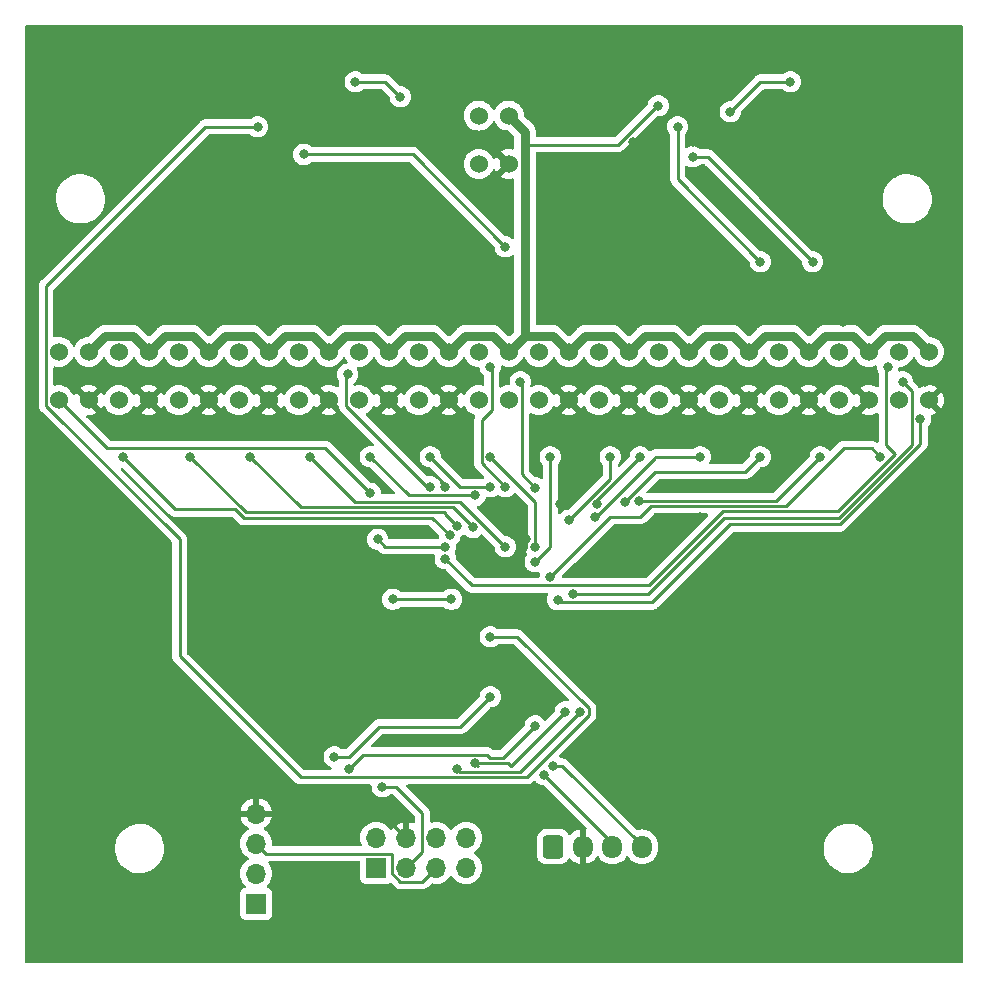
<source format=gbr>
%TF.GenerationSoftware,KiCad,Pcbnew,7.0.9*%
%TF.CreationDate,2024-05-14T12:43:38+09:00*%
%TF.ProjectId,04-line,30342d6c-696e-4652-9e6b-696361645f70,rev?*%
%TF.SameCoordinates,Original*%
%TF.FileFunction,Copper,L1,Top*%
%TF.FilePolarity,Positive*%
%FSLAX46Y46*%
G04 Gerber Fmt 4.6, Leading zero omitted, Abs format (unit mm)*
G04 Created by KiCad (PCBNEW 7.0.9) date 2024-05-14 12:43:38*
%MOMM*%
%LPD*%
G01*
G04 APERTURE LIST*
G04 Aperture macros list*
%AMRoundRect*
0 Rectangle with rounded corners*
0 $1 Rounding radius*
0 $2 $3 $4 $5 $6 $7 $8 $9 X,Y pos of 4 corners*
0 Add a 4 corners polygon primitive as box body*
4,1,4,$2,$3,$4,$5,$6,$7,$8,$9,$2,$3,0*
0 Add four circle primitives for the rounded corners*
1,1,$1+$1,$2,$3*
1,1,$1+$1,$4,$5*
1,1,$1+$1,$6,$7*
1,1,$1+$1,$8,$9*
0 Add four rect primitives between the rounded corners*
20,1,$1+$1,$2,$3,$4,$5,0*
20,1,$1+$1,$4,$5,$6,$7,0*
20,1,$1+$1,$6,$7,$8,$9,0*
20,1,$1+$1,$8,$9,$2,$3,0*%
G04 Aperture macros list end*
%TA.AperFunction,ComponentPad*%
%ADD10R,1.700000X1.700000*%
%TD*%
%TA.AperFunction,ComponentPad*%
%ADD11O,1.700000X1.700000*%
%TD*%
%TA.AperFunction,ComponentPad*%
%ADD12RoundRect,0.250000X-0.600000X-0.725000X0.600000X-0.725000X0.600000X0.725000X-0.600000X0.725000X0*%
%TD*%
%TA.AperFunction,ComponentPad*%
%ADD13O,1.700000X1.950000*%
%TD*%
%TA.AperFunction,ComponentPad*%
%ADD14C,1.524000*%
%TD*%
%TA.AperFunction,ViaPad*%
%ADD15C,0.800000*%
%TD*%
%TA.AperFunction,Conductor*%
%ADD16C,0.250000*%
%TD*%
%TA.AperFunction,Conductor*%
%ADD17C,0.600000*%
%TD*%
%TA.AperFunction,Conductor*%
%ADD18C,0.800000*%
%TD*%
G04 APERTURE END LIST*
D10*
%TO.P,J4,1,Pin_1*%
%TO.N,unconnected-(J4-Pin_1-Pad1)*%
X75438000Y-151638000D03*
D11*
%TO.P,J4,2,Pin_2*%
%TO.N,+3V3*%
X75438000Y-149098000D03*
%TO.P,J4,3,Pin_3*%
%TO.N,BOOT0*%
X77978000Y-151638000D03*
%TO.P,J4,4,Pin_4*%
%TO.N,GND*%
X77978000Y-149098000D03*
%TO.P,J4,5,Pin_5*%
%TO.N,NRST*%
X80518000Y-151638000D03*
%TO.P,J4,6,Pin_6*%
%TO.N,UART1_TX*%
X80518000Y-149098000D03*
%TO.P,J4,7,Pin_7*%
%TO.N,unconnected-(J4-Pin_7-Pad7)*%
X83058000Y-151638000D03*
%TO.P,J4,8,Pin_8*%
%TO.N,UART1_RX*%
X83058000Y-149098000D03*
%TD*%
D10*
%TO.P,J1,1,Pin_1*%
%TO.N,SWCLK*%
X65278000Y-154676000D03*
D11*
%TO.P,J1,2,Pin_2*%
%TO.N,SWDIO*%
X65278000Y-152136000D03*
%TO.P,J1,3,Pin_3*%
%TO.N,NRST*%
X65278000Y-149596000D03*
%TO.P,J1,4,Pin_4*%
%TO.N,GND*%
X65278000Y-147056000D03*
%TD*%
D12*
%TO.P,J3,1,Pin_1*%
%TO.N,VDD*%
X90424000Y-149860000D03*
D13*
%TO.P,J3,2,Pin_2*%
%TO.N,GND*%
X92924000Y-149860000D03*
%TO.P,J3,3,Pin_3*%
%TO.N,UART3_RX*%
X95424000Y-149860000D03*
%TO.P,J3,4,Pin_4*%
%TO.N,UART3_TX*%
X97924000Y-149860000D03*
%TD*%
D14*
%TO.P,U2,1,Anode*%
%TO.N,+3V3*%
X81590500Y-107950000D03*
%TO.P,U2,2,Cathode*%
%TO.N,Net-(U2-Cathode)*%
X79050500Y-107950000D03*
%TO.P,U2,3,Emitter*%
%TO.N,GND*%
X81590500Y-112050000D03*
%TO.P,U2,4,Collector*%
%TO.N,photo_L_1*%
X79050500Y-112050000D03*
%TD*%
%TO.P,U15,1,Anode*%
%TO.N,+3V3*%
X106990500Y-107950000D03*
%TO.P,U15,2,Cathode*%
%TO.N,Net-(U15-Cathode)*%
X104450500Y-107950000D03*
%TO.P,U15,3,Emitter*%
%TO.N,GND*%
X106990500Y-112050000D03*
%TO.P,U15,4,Collector*%
%TO.N,photo_R_4*%
X104450500Y-112050000D03*
%TD*%
%TO.P,U14,1,Anode*%
%TO.N,+3V3*%
X101910500Y-107950000D03*
%TO.P,U14,2,Cathode*%
%TO.N,Net-(U14-Cathode)*%
X99370500Y-107950000D03*
%TO.P,U14,3,Emitter*%
%TO.N,GND*%
X101910500Y-112050000D03*
%TO.P,U14,4,Collector*%
%TO.N,photo_R_3*%
X99370500Y-112050000D03*
%TD*%
%TO.P,U7,1,Anode*%
%TO.N,+3V3*%
X56190500Y-107950000D03*
%TO.P,U7,2,Cathode*%
%TO.N,Net-(U7-Cathode)*%
X53650500Y-107950000D03*
%TO.P,U7,3,Emitter*%
%TO.N,GND*%
X56190500Y-112050000D03*
%TO.P,U7,4,Collector*%
%TO.N,photo_L_6*%
X53650500Y-112050000D03*
%TD*%
%TO.P,U4,1,Anode*%
%TO.N,+3V3*%
X71430500Y-107950000D03*
%TO.P,U4,2,Cathode*%
%TO.N,Net-(U4-Cathode)*%
X68890500Y-107950000D03*
%TO.P,U4,3,Emitter*%
%TO.N,GND*%
X71430500Y-112050000D03*
%TO.P,U4,4,Collector*%
%TO.N,photo_L_3*%
X68890500Y-112050000D03*
%TD*%
%TO.P,U5,1,Anode*%
%TO.N,+3V3*%
X66350500Y-107950000D03*
%TO.P,U5,2,Cathode*%
%TO.N,Net-(U5-Cathode)*%
X63810500Y-107950000D03*
%TO.P,U5,3,Emitter*%
%TO.N,GND*%
X66350500Y-112050000D03*
%TO.P,U5,4,Collector*%
%TO.N,photo_L_4*%
X63810500Y-112050000D03*
%TD*%
%TO.P,U16,1,Anode*%
%TO.N,+3V3*%
X112070500Y-107950000D03*
%TO.P,U16,2,Cathode*%
%TO.N,Net-(U16-Cathode)*%
X109530500Y-107950000D03*
%TO.P,U16,3,Emitter*%
%TO.N,GND*%
X112070500Y-112050000D03*
%TO.P,U16,4,Collector*%
%TO.N,photo_R_5*%
X109530500Y-112050000D03*
%TD*%
%TO.P,U17,1,Anode*%
%TO.N,+3V3*%
X117150500Y-107950000D03*
%TO.P,U17,2,Cathode*%
%TO.N,Net-(U17-Cathode)*%
X114610500Y-107950000D03*
%TO.P,U17,3,Emitter*%
%TO.N,GND*%
X117150500Y-112050000D03*
%TO.P,U17,4,Collector*%
%TO.N,photo_R_6*%
X114610500Y-112050000D03*
%TD*%
%TO.P,U8,1,Anode*%
%TO.N,+3V3*%
X51110500Y-107950000D03*
%TO.P,U8,2,Cathode*%
%TO.N,Net-(U8-Cathode)*%
X48570500Y-107950000D03*
%TO.P,U8,3,Emitter*%
%TO.N,GND*%
X51110500Y-112050000D03*
%TO.P,U8,4,Collector*%
%TO.N,photo_L_7*%
X48570500Y-112050000D03*
%TD*%
%TO.P,U12,1,Anode*%
%TO.N,+3V3*%
X91750500Y-107950000D03*
%TO.P,U12,2,Cathode*%
%TO.N,Net-(U12-Cathode)*%
X89210500Y-107950000D03*
%TO.P,U12,3,Emitter*%
%TO.N,GND*%
X91750500Y-112050000D03*
%TO.P,U12,4,Collector*%
%TO.N,photo_R_1*%
X89210500Y-112050000D03*
%TD*%
%TO.P,U3,1,Anode*%
%TO.N,+3V3*%
X76510500Y-107950000D03*
%TO.P,U3,2,Cathode*%
%TO.N,Net-(U3-Cathode)*%
X73970500Y-107950000D03*
%TO.P,U3,3,Emitter*%
%TO.N,GND*%
X76510500Y-112050000D03*
%TO.P,U3,4,Collector*%
%TO.N,photo_L_2*%
X73970500Y-112050000D03*
%TD*%
%TO.P,U9,1,Anode*%
%TO.N,+3V3*%
X86670500Y-107950000D03*
%TO.P,U9,2,Cathode*%
%TO.N,Net-(U9-Cathode)*%
X84130500Y-107950000D03*
%TO.P,U9,3,Emitter*%
%TO.N,GND*%
X86670500Y-112050000D03*
%TO.P,U9,4,Collector*%
%TO.N,photo_center*%
X84130500Y-112050000D03*
%TD*%
%TO.P,U18,1,Anode*%
%TO.N,+3V3*%
X122230500Y-107950000D03*
%TO.P,U18,2,Cathode*%
%TO.N,Net-(U18-Cathode)*%
X119690500Y-107950000D03*
%TO.P,U18,3,Emitter*%
%TO.N,GND*%
X122230500Y-112050000D03*
%TO.P,U18,4,Collector*%
%TO.N,photo_R_7*%
X119690500Y-112050000D03*
%TD*%
%TO.P,U6,1,Anode*%
%TO.N,+3V3*%
X61270500Y-107950000D03*
%TO.P,U6,2,Cathode*%
%TO.N,Net-(U6-Cathode)*%
X58730500Y-107950000D03*
%TO.P,U6,3,Emitter*%
%TO.N,GND*%
X61270500Y-112050000D03*
%TO.P,U6,4,Collector*%
%TO.N,photo_L_5*%
X58730500Y-112050000D03*
%TD*%
%TO.P,U10,1,Anode*%
%TO.N,+3V3*%
X86670500Y-87950000D03*
%TO.P,U10,2,Cathode*%
%TO.N,Net-(U10-Cathode)*%
X84130500Y-87950000D03*
%TO.P,U10,3,Emitter*%
%TO.N,GND*%
X86670500Y-92050000D03*
%TO.P,U10,4,Collector*%
%TO.N,photo_front*%
X84130500Y-92050000D03*
%TD*%
%TO.P,U13,1,Anode*%
%TO.N,+3V3*%
X96830500Y-107950000D03*
%TO.P,U13,2,Cathode*%
%TO.N,Net-(U13-Cathode)*%
X94290500Y-107950000D03*
%TO.P,U13,3,Emitter*%
%TO.N,GND*%
X96830500Y-112050000D03*
%TO.P,U13,4,Collector*%
%TO.N,photo_R_2*%
X94290500Y-112050000D03*
%TD*%
D15*
%TO.N,UART1_TX*%
X82296000Y-143235500D03*
%TO.N,UART1_RX*%
X83820000Y-142785500D03*
%TO.N,GND*%
X109855000Y-104775000D03*
X89535000Y-104775000D03*
X89535000Y-92075000D03*
X86360000Y-126365000D03*
X75565000Y-127635000D03*
X66040000Y-114935000D03*
X86639500Y-105410000D03*
X81915000Y-88265000D03*
X104140000Y-104775000D03*
X118745000Y-120650000D03*
X96520000Y-114935000D03*
X71120000Y-114935000D03*
X78740000Y-88900000D03*
X60960000Y-84455000D03*
X52705000Y-104775000D03*
X106680000Y-114935000D03*
X89535000Y-137795000D03*
X111125000Y-124460000D03*
X81915000Y-92075000D03*
X99695000Y-122555000D03*
X103505000Y-137795000D03*
X97155000Y-90170000D03*
X85090000Y-94615000D03*
X92075000Y-119380000D03*
X67945000Y-104775000D03*
X89535000Y-88900000D03*
X70485000Y-123825000D03*
X78105000Y-104775000D03*
X109855000Y-100965000D03*
X83185000Y-129540000D03*
X82550000Y-137160000D03*
X86360000Y-100330000D03*
X57785000Y-104775000D03*
X79375000Y-130175000D03*
X119380000Y-104775000D03*
X105410000Y-124460000D03*
X99060000Y-104775000D03*
X111760000Y-114935000D03*
X122555000Y-116205000D03*
X81280000Y-114935000D03*
X105410000Y-90170000D03*
X73025000Y-89535000D03*
X109220000Y-92075000D03*
X82550000Y-85090000D03*
X91440000Y-114935000D03*
X102870000Y-121920000D03*
X91036229Y-120866531D03*
X62865000Y-104775000D03*
X74295000Y-87630000D03*
X85725000Y-139065000D03*
X86360000Y-83820000D03*
X60960000Y-114935000D03*
X107315000Y-97790000D03*
X82550000Y-104775000D03*
X121920000Y-110490000D03*
X71120000Y-86360000D03*
X88148344Y-123801199D03*
X102235000Y-90170000D03*
X123444000Y-99314000D03*
X74295000Y-104775000D03*
X116840000Y-114935000D03*
X81280000Y-119380000D03*
X114300000Y-100965000D03*
X76835000Y-90170000D03*
X95885000Y-126365000D03*
X65405000Y-90805000D03*
X93345000Y-104775000D03*
X55880000Y-114935000D03*
X109220000Y-124460000D03*
X101600000Y-114935000D03*
X114935000Y-105410000D03*
X95250000Y-132715000D03*
%TO.N,photo_L_1*%
X85090000Y-119380000D03*
X80010000Y-116840000D03*
%TO.N,photo_L_2*%
X74930000Y-116840000D03*
X83820000Y-120104500D03*
%TO.N,photo_L_3*%
X86360000Y-124460000D03*
X69850000Y-116840000D03*
%TO.N,photo_L_4*%
X64770000Y-116840000D03*
X83650877Y-122813623D03*
%TO.N,photo_L_5*%
X59690000Y-116840000D03*
X82292154Y-122717360D03*
%TO.N,photo_L_6*%
X81668736Y-123498612D03*
X53975000Y-116840000D03*
%TO.N,photo_L_7*%
X74930000Y-119925500D03*
X81280000Y-124460000D03*
X75565000Y-123825000D03*
%TO.N,photo_R_1*%
X90170000Y-116840000D03*
X88900000Y-125730000D03*
%TO.N,photo_R_2*%
X91735978Y-122215978D03*
X95250000Y-116840000D03*
%TO.N,photo_R_3*%
X97790000Y-116840000D03*
X94153277Y-120823277D03*
%TO.N,photo_R_4*%
X93980000Y-121920000D03*
X102870000Y-116840000D03*
%TO.N,photo_R_5*%
X96520000Y-120650000D03*
X107950000Y-116840000D03*
%TO.N,photo_R_6*%
X97703361Y-120563361D03*
X113030000Y-116840000D03*
%TO.N,photo_R_7*%
X118110000Y-116840000D03*
X90170000Y-127000000D03*
%TO.N,SWCLK*%
X71882000Y-142240000D03*
X85090000Y-137160000D03*
%TO.N,I2C2_SDA*%
X65405000Y-88900000D03*
X85090000Y-132080000D03*
%TO.N,I2C2_SCL*%
X85090000Y-109220000D03*
X69301000Y-91234981D03*
X86360000Y-119380000D03*
X86360000Y-99060000D03*
%TO.N,+3V3*%
X105410000Y-87630000D03*
X99314000Y-87122000D03*
X110490000Y-85090000D03*
%TO.N,photo_center*%
X85090000Y-116840000D03*
X88900000Y-124460000D03*
%TO.N,photo_front*%
X88900000Y-119464500D03*
X87630000Y-110490000D03*
%TO.N,I2C1_SDA*%
X92075000Y-128449500D03*
X100965000Y-88900000D03*
X120015000Y-110490000D03*
X107950000Y-100330000D03*
%TO.N,I2C1_SCL*%
X90805000Y-128928675D03*
X112395000Y-100330000D03*
X102235000Y-91440000D03*
X121502000Y-113665000D03*
%TO.N,SWDIO*%
X88900000Y-139620500D03*
X73152000Y-143235500D03*
%TO.N,UART3_RX*%
X89662000Y-143764000D03*
%TO.N,UART1_RX*%
X91440000Y-138430000D03*
%TO.N,NRST*%
X81808178Y-128905000D03*
X76835000Y-128905000D03*
%TO.N,UART1_TX*%
X92710000Y-138430000D03*
%TO.N,BOOT0*%
X75946000Y-144780000D03*
%TO.N,UART3_TX*%
X90424000Y-143002000D03*
%TO.N,LED_L*%
X81280000Y-125459503D03*
X118745000Y-109220000D03*
%TO.N,LED_R*%
X80010000Y-119380000D03*
X73025000Y-109855000D03*
%TO.N,Net-(D6-DOUT)*%
X73660000Y-85090000D03*
X77470000Y-86360000D03*
%TD*%
D16*
%TO.N,GND*%
X76708000Y-147828000D02*
X76708000Y-147320000D01*
X77978000Y-149098000D02*
X76708000Y-147828000D01*
%TO.N,UART1_RX*%
X86566500Y-142785500D02*
X83820000Y-142785500D01*
X86825500Y-143044500D02*
X86566500Y-142785500D01*
X91440000Y-138430000D02*
X86825500Y-143044500D01*
%TO.N,UART1_TX*%
X82570500Y-143510000D02*
X82296000Y-143235500D01*
X87630000Y-143510000D02*
X82570500Y-143510000D01*
%TO.N,UART1_RX*%
X84036500Y-143002000D02*
X83820000Y-142785500D01*
%TO.N,NRST*%
X79343000Y-152813000D02*
X80518000Y-151638000D01*
X77491299Y-152813000D02*
X79343000Y-152813000D01*
X76786000Y-152107701D02*
X77491299Y-152813000D01*
X76786000Y-150446000D02*
X76786000Y-152107701D01*
%TO.N,BOOT0*%
X79343000Y-150273000D02*
X77978000Y-151638000D01*
X79343000Y-147012943D02*
X79343000Y-150273000D01*
%TO.N,GND*%
X92075000Y-119380000D02*
X92075000Y-119827760D01*
X88148344Y-124576656D02*
X86360000Y-126365000D01*
D17*
X102235000Y-122555000D02*
X102870000Y-121920000D01*
D16*
X88148344Y-123801199D02*
X88148344Y-124576656D01*
D17*
X99695000Y-122555000D02*
X102235000Y-122555000D01*
D16*
X92075000Y-119827760D02*
X91036229Y-120866531D01*
%TO.N,photo_L_1*%
X80010000Y-116840000D02*
X82550000Y-119380000D01*
X82550000Y-119380000D02*
X85090000Y-119380000D01*
%TO.N,photo_L_2*%
X78194500Y-120104500D02*
X83820000Y-120104500D01*
X74930000Y-116840000D02*
X78194500Y-120104500D01*
%TO.N,photo_L_3*%
X73660000Y-120650000D02*
X82550000Y-120650000D01*
X69850000Y-116840000D02*
X73660000Y-120650000D01*
X82550000Y-120650000D02*
X86360000Y-124460000D01*
%TO.N,photo_L_4*%
X81937254Y-121100000D02*
X69030000Y-121100000D01*
X83650877Y-122813623D02*
X81937254Y-121100000D01*
X69030000Y-121100000D02*
X64770000Y-116840000D01*
%TO.N,photo_L_5*%
X64400000Y-121550000D02*
X81280000Y-121550000D01*
X81280000Y-121705206D02*
X82292154Y-122717360D01*
X59690000Y-116840000D02*
X64400000Y-121550000D01*
X81280000Y-121550000D02*
X81280000Y-121705206D01*
%TO.N,photo_L_6*%
X58420000Y-121285000D02*
X63498604Y-121285000D01*
X53975000Y-116840000D02*
X58420000Y-121285000D01*
X80185124Y-122015000D02*
X81668736Y-123498612D01*
X63498604Y-121285000D02*
X64228604Y-122015000D01*
X64228604Y-122015000D02*
X80185124Y-122015000D01*
%TO.N,photo_L_7*%
X76200000Y-124460000D02*
X81280000Y-124460000D01*
X71119500Y-116115000D02*
X74930000Y-119925500D01*
X48570500Y-112050000D02*
X52635500Y-116115000D01*
X52635500Y-116115000D02*
X71119500Y-116115000D01*
X75565000Y-123825000D02*
X76200000Y-124460000D01*
%TO.N,photo_R_1*%
X90170000Y-124460000D02*
X88900000Y-125730000D01*
X90170000Y-116840000D02*
X90170000Y-124460000D01*
%TO.N,photo_R_2*%
X95250000Y-118701956D02*
X91735978Y-122215978D01*
X95250000Y-116840000D02*
X95250000Y-118701956D01*
%TO.N,photo_R_3*%
X94153277Y-120476723D02*
X94153277Y-120823277D01*
X97790000Y-116840000D02*
X94153277Y-120476723D01*
%TO.N,photo_R_4*%
X94081859Y-121920000D02*
X93980000Y-121920000D01*
X102870000Y-116840000D02*
X99060000Y-116840000D01*
X99060000Y-116840000D02*
X99060000Y-116941859D01*
X99060000Y-116941859D02*
X94081859Y-121920000D01*
%TO.N,photo_R_5*%
X106680000Y-118110000D02*
X99060000Y-118110000D01*
X99060000Y-118110000D02*
X96520000Y-120650000D01*
X107950000Y-116840000D02*
X106680000Y-118110000D01*
%TO.N,photo_R_6*%
X109306639Y-120563361D02*
X97703361Y-120563361D01*
X113030000Y-116840000D02*
X109306639Y-120563361D01*
%TO.N,photo_R_7*%
X98696639Y-121013361D02*
X97790000Y-121920000D01*
X104140000Y-121013361D02*
X98696639Y-121013361D01*
X95250000Y-121920000D02*
X90170000Y-127000000D01*
X97790000Y-121920000D02*
X95250000Y-121920000D01*
X118110000Y-116840000D02*
X117385000Y-116115000D01*
X117385000Y-116115000D02*
X115025000Y-116115000D01*
X115025000Y-116115000D02*
X111760000Y-119380000D01*
X111760000Y-119380000D02*
X110126639Y-121013361D01*
X110126639Y-121013361D02*
X104140000Y-121013361D01*
%TO.N,SWCLK*%
X73122194Y-142240000D02*
X73264097Y-142098097D01*
X71882000Y-142240000D02*
X73122194Y-142240000D01*
X75662195Y-139700000D02*
X82550000Y-139700000D01*
X73122195Y-142240000D02*
X73264097Y-142098097D01*
X73264097Y-142098097D02*
X75662195Y-139700000D01*
X82550000Y-139700000D02*
X85090000Y-137160000D01*
%TO.N,I2C2_SDA*%
X47483500Y-112500251D02*
X47483500Y-102376500D01*
X87385305Y-132080000D02*
X93435000Y-138129695D01*
X58790000Y-123806751D02*
X47483500Y-112500251D01*
X93435000Y-138730305D02*
X88205305Y-143960000D01*
X58790000Y-133722792D02*
X58790000Y-123806751D01*
X60960000Y-88900000D02*
X65405000Y-88900000D01*
X85090000Y-132080000D02*
X87385305Y-132080000D01*
X93435000Y-138129695D02*
X93435000Y-138730305D01*
X69027208Y-143960000D02*
X58790000Y-133722792D01*
X88205305Y-143960000D02*
X69027208Y-143960000D01*
X47483500Y-102376500D02*
X60960000Y-88900000D01*
%TO.N,I2C2_SCL*%
X86360000Y-119380000D02*
X84365000Y-117385000D01*
X85217500Y-109347500D02*
X85090000Y-109220000D01*
X85217500Y-112902500D02*
X85217500Y-109347500D01*
X78534981Y-91234981D02*
X69301000Y-91234981D01*
X84365000Y-113755000D02*
X85217500Y-112902500D01*
X84365000Y-117385000D02*
X84365000Y-113755000D01*
X86360000Y-99060000D02*
X78534981Y-91234981D01*
D18*
%TO.N,+3V3*%
X66350500Y-107950000D02*
X67712500Y-106588000D01*
X95468500Y-106588000D02*
X96830500Y-107950000D01*
X98192500Y-106588000D02*
X100548500Y-106588000D01*
X101910500Y-107950000D02*
X103272500Y-106588000D01*
D16*
X105410000Y-87630000D02*
X107950000Y-85090000D01*
D18*
X80228500Y-106588000D02*
X81590500Y-107950000D01*
X64988500Y-106588000D02*
X66350500Y-107950000D01*
X96830500Y-107950000D02*
X98192500Y-106588000D01*
X85308500Y-106588000D02*
X86670500Y-107950000D01*
X103272500Y-106588000D02*
X105628500Y-106588000D01*
X100548500Y-106588000D02*
X101910500Y-107950000D01*
X82952500Y-106588000D02*
X85308500Y-106588000D01*
X71430500Y-107950000D02*
X72792500Y-106588000D01*
X76510500Y-107950000D02*
X77872500Y-106588000D01*
X88032500Y-89312000D02*
X86670500Y-87950000D01*
X110708500Y-106588000D02*
X112070500Y-107950000D01*
X117150500Y-107950000D02*
X118512500Y-106588000D01*
X90388500Y-106588000D02*
X91750500Y-107950000D01*
X54828500Y-106588000D02*
X56190500Y-107950000D01*
X67712500Y-106588000D02*
X70068500Y-106588000D01*
X81590500Y-107950000D02*
X82952500Y-106588000D01*
X112070500Y-107950000D02*
X113432500Y-106588000D01*
D16*
X99177695Y-87122000D02*
X95875695Y-90424000D01*
D18*
X75148500Y-106588000D02*
X76510500Y-107950000D01*
X77872500Y-106588000D02*
X80228500Y-106588000D01*
X51110500Y-107950000D02*
X52472500Y-106588000D01*
X93112500Y-106588000D02*
X95468500Y-106588000D01*
X108352500Y-106588000D02*
X110708500Y-106588000D01*
X52472500Y-106588000D02*
X54828500Y-106588000D01*
D16*
X95875695Y-90424000D02*
X88032500Y-90424000D01*
D18*
X91750500Y-107950000D02*
X93112500Y-106588000D01*
X88032500Y-106588000D02*
X90388500Y-106588000D01*
X61270500Y-107950000D02*
X62632500Y-106588000D01*
D16*
X99314000Y-87122000D02*
X99177695Y-87122000D01*
X107950000Y-85090000D02*
X110490000Y-85090000D01*
D18*
X106990500Y-107950000D02*
X108352500Y-106588000D01*
X88032500Y-90424000D02*
X88032500Y-89312000D01*
X115788500Y-106588000D02*
X117150500Y-107950000D01*
X113432500Y-106588000D02*
X115788500Y-106588000D01*
X56190500Y-107950000D02*
X57552500Y-106588000D01*
X59908500Y-106588000D02*
X61270500Y-107950000D01*
X72792500Y-106588000D02*
X75148500Y-106588000D01*
X105628500Y-106588000D02*
X106990500Y-107950000D01*
X62632500Y-106588000D02*
X64988500Y-106588000D01*
X57552500Y-106588000D02*
X59908500Y-106588000D01*
X118512500Y-106588000D02*
X120868500Y-106588000D01*
X70068500Y-106588000D02*
X71430500Y-107950000D01*
X88032500Y-106588000D02*
X88032500Y-90424000D01*
X86670500Y-107950000D02*
X88032500Y-106588000D01*
X120868500Y-106588000D02*
X122230500Y-107950000D01*
D16*
%TO.N,photo_center*%
X88900000Y-120650000D02*
X88900000Y-124460000D01*
X85090000Y-116840000D02*
X88900000Y-120650000D01*
%TO.N,photo_front*%
X87757500Y-118322000D02*
X87757500Y-110617500D01*
X87757500Y-110617500D02*
X87630000Y-110490000D01*
X88900000Y-119464500D02*
X87757500Y-118322000D01*
%TO.N,I2C1_SDA*%
X120777500Y-115834201D02*
X120777500Y-111252500D01*
X120777500Y-111252500D02*
X120015000Y-110490000D01*
X104864879Y-122009878D02*
X114601823Y-122009878D01*
X100965000Y-93345000D02*
X100965000Y-88900000D01*
X114601823Y-122009878D02*
X120777500Y-115834201D01*
X107950000Y-100330000D02*
X100965000Y-93345000D01*
X98425257Y-128449500D02*
X104864879Y-122009878D01*
X92075000Y-128449500D02*
X98425257Y-128449500D01*
%TO.N,I2C1_SCL*%
X103505000Y-91440000D02*
X102235000Y-91440000D01*
X105410000Y-122555000D02*
X114693097Y-122555000D01*
X98790500Y-129174500D02*
X105410000Y-122555000D01*
X91050825Y-129174500D02*
X98790500Y-129174500D01*
X121502000Y-115746097D02*
X121502000Y-113665000D01*
X114693097Y-122555000D02*
X121502000Y-115746097D01*
X112395000Y-100330000D02*
X103505000Y-91440000D01*
X90805000Y-128928675D02*
X91050825Y-129174500D01*
%TO.N,SWDIO*%
X86201000Y-142319500D02*
X88900000Y-139620500D01*
X84831000Y-142060500D02*
X74327000Y-142060500D01*
X85090000Y-142319500D02*
X84831000Y-142060500D01*
X85090000Y-142319500D02*
X86201000Y-142319500D01*
X74327000Y-142060500D02*
X73152000Y-143235500D01*
%TO.N,UART3_RX*%
X95424000Y-149526000D02*
X95424000Y-149860000D01*
X89662000Y-143764000D02*
X95424000Y-149526000D01*
%TO.N,NRST*%
X66128000Y-150446000D02*
X76786000Y-150446000D01*
X81808178Y-128905000D02*
X76835000Y-128905000D01*
X65278000Y-149596000D02*
X66128000Y-150446000D01*
%TO.N,UART1_TX*%
X92710000Y-138430000D02*
X87630000Y-143510000D01*
%TO.N,BOOT0*%
X75946000Y-144780000D02*
X77110057Y-144780000D01*
X77110057Y-144780000D02*
X79343000Y-147012943D01*
%TO.N,UART3_TX*%
X91191000Y-143002000D02*
X90424000Y-143002000D01*
X97924000Y-149860000D02*
X97924000Y-149735000D01*
X97924000Y-149735000D02*
X91191000Y-143002000D01*
%TO.N,LED_L*%
X114511944Y-121463361D02*
X119367152Y-116608153D01*
X119367152Y-116608153D02*
X118603500Y-115844501D01*
X118603500Y-109361500D02*
X118745000Y-109220000D01*
X104775000Y-121463361D02*
X114511944Y-121463361D01*
X118603500Y-115844501D02*
X118603500Y-109361500D01*
X83545497Y-127725000D02*
X98513361Y-127725000D01*
X98513361Y-127725000D02*
X104775000Y-121463361D01*
X81280000Y-125459503D02*
X83545497Y-127725000D01*
%TO.N,LED_R*%
X72883500Y-112500251D02*
X72883500Y-109996500D01*
X72883500Y-109996500D02*
X73025000Y-109855000D01*
X79763249Y-119380000D02*
X72883500Y-112500251D01*
X80010000Y-119380000D02*
X79763249Y-119380000D01*
%TO.N,Net-(D6-DOUT)*%
X76200000Y-85090000D02*
X73660000Y-85090000D01*
X77470000Y-86360000D02*
X76200000Y-85090000D01*
%TD*%
%TA.AperFunction,Conductor*%
%TO.N,GND*%
G36*
X87222137Y-119876605D02*
G01*
X87272625Y-119907215D01*
X88238181Y-120872771D01*
X88271666Y-120934094D01*
X88274500Y-120960452D01*
X88274500Y-123761312D01*
X88254815Y-123828351D01*
X88242650Y-123844284D01*
X88167466Y-123927784D01*
X88072821Y-124091715D01*
X88072818Y-124091722D01*
X88014327Y-124271740D01*
X88014326Y-124271744D01*
X87994540Y-124460000D01*
X88014326Y-124648256D01*
X88014327Y-124648259D01*
X88072818Y-124828277D01*
X88072819Y-124828279D01*
X88072821Y-124828284D01*
X88167467Y-124992216D01*
X88176883Y-125002673D01*
X88185307Y-125012030D01*
X88215535Y-125075022D01*
X88206909Y-125144357D01*
X88185307Y-125177970D01*
X88167466Y-125197785D01*
X88072821Y-125361715D01*
X88072818Y-125361722D01*
X88023382Y-125513872D01*
X88014326Y-125541744D01*
X87994540Y-125730000D01*
X88014326Y-125918256D01*
X88014327Y-125918259D01*
X88072818Y-126098277D01*
X88072821Y-126098284D01*
X88167467Y-126262216D01*
X88220077Y-126320645D01*
X88294129Y-126402888D01*
X88447265Y-126514148D01*
X88447270Y-126514151D01*
X88620192Y-126591142D01*
X88620197Y-126591144D01*
X88805354Y-126630500D01*
X88805355Y-126630500D01*
X88994644Y-126630500D01*
X88994646Y-126630500D01*
X89158994Y-126595567D01*
X89228661Y-126600883D01*
X89284395Y-126643020D01*
X89308500Y-126708600D01*
X89302706Y-126755174D01*
X89284327Y-126811738D01*
X89284326Y-126811742D01*
X89284326Y-126811744D01*
X89275650Y-126894297D01*
X89265753Y-126988462D01*
X89239168Y-127053076D01*
X89181871Y-127093061D01*
X89142432Y-127099500D01*
X83855949Y-127099500D01*
X83788910Y-127079815D01*
X83768268Y-127063181D01*
X82218960Y-125513872D01*
X82185475Y-125452549D01*
X82183323Y-125439171D01*
X82165674Y-125271247D01*
X82107179Y-125091219D01*
X82067070Y-125021748D01*
X82050598Y-124953851D01*
X82067069Y-124897755D01*
X82107179Y-124828284D01*
X82165674Y-124648256D01*
X82185460Y-124460000D01*
X82171096Y-124323337D01*
X82183665Y-124254610D01*
X82221534Y-124210059D01*
X82274603Y-124171503D01*
X82274603Y-124171502D01*
X82274607Y-124171500D01*
X82401269Y-124030828D01*
X82495915Y-123866896D01*
X82554410Y-123686868D01*
X82558013Y-123652579D01*
X82584595Y-123587966D01*
X82630892Y-123552263D01*
X82744884Y-123501511D01*
X82844156Y-123429385D01*
X82909959Y-123405907D01*
X82978013Y-123421732D01*
X83009188Y-123446732D01*
X83045005Y-123486510D01*
X83045012Y-123486516D01*
X83198142Y-123597771D01*
X83198147Y-123597774D01*
X83371069Y-123674765D01*
X83371074Y-123674767D01*
X83556231Y-123714123D01*
X83556232Y-123714123D01*
X83745521Y-123714123D01*
X83745523Y-123714123D01*
X83930680Y-123674767D01*
X84103607Y-123597774D01*
X84256748Y-123486511D01*
X84256753Y-123486506D01*
X84285476Y-123454606D01*
X84344962Y-123417957D01*
X84414819Y-123419287D01*
X84465307Y-123449897D01*
X85421038Y-124405628D01*
X85454523Y-124466951D01*
X85456678Y-124480347D01*
X85460739Y-124518983D01*
X85474326Y-124648256D01*
X85474327Y-124648259D01*
X85532818Y-124828277D01*
X85532819Y-124828279D01*
X85532821Y-124828284D01*
X85627467Y-124992216D01*
X85729185Y-125105185D01*
X85754129Y-125132888D01*
X85907265Y-125244148D01*
X85907270Y-125244151D01*
X86080192Y-125321142D01*
X86080197Y-125321144D01*
X86265354Y-125360500D01*
X86265355Y-125360500D01*
X86454644Y-125360500D01*
X86454646Y-125360500D01*
X86639803Y-125321144D01*
X86812730Y-125244151D01*
X86965871Y-125132888D01*
X87092533Y-124992216D01*
X87187179Y-124828284D01*
X87245674Y-124648256D01*
X87265460Y-124460000D01*
X87245674Y-124271744D01*
X87187179Y-124091716D01*
X87092533Y-123927784D01*
X86965871Y-123787112D01*
X86965870Y-123787111D01*
X86812734Y-123675851D01*
X86812729Y-123675848D01*
X86639807Y-123598857D01*
X86639802Y-123598855D01*
X86494001Y-123567865D01*
X86454646Y-123559500D01*
X86454645Y-123559500D01*
X86395452Y-123559500D01*
X86328413Y-123539815D01*
X86307771Y-123523181D01*
X83973001Y-121188410D01*
X83939516Y-121127087D01*
X83944500Y-121057395D01*
X83986372Y-121001462D01*
X84034902Y-120979439D01*
X84099803Y-120965644D01*
X84272730Y-120888651D01*
X84425871Y-120777388D01*
X84552533Y-120636716D01*
X84647179Y-120472784D01*
X84693611Y-120329880D01*
X84733048Y-120272206D01*
X84797407Y-120245007D01*
X84837318Y-120246908D01*
X84995354Y-120280500D01*
X84995355Y-120280500D01*
X85184644Y-120280500D01*
X85184646Y-120280500D01*
X85369803Y-120241144D01*
X85542730Y-120164151D01*
X85652117Y-120084676D01*
X85717920Y-120061198D01*
X85785974Y-120077023D01*
X85797871Y-120084668D01*
X85870434Y-120137388D01*
X85907270Y-120164151D01*
X86080192Y-120241142D01*
X86080197Y-120241144D01*
X86265354Y-120280500D01*
X86265355Y-120280500D01*
X86454644Y-120280500D01*
X86454646Y-120280500D01*
X86639803Y-120241144D01*
X86812730Y-120164151D01*
X86965871Y-120052888D01*
X87092533Y-119912216D01*
X87092536Y-119912210D01*
X87092794Y-119911924D01*
X87152280Y-119875276D01*
X87222137Y-119876605D01*
G37*
%TD.AperFunction*%
%TA.AperFunction,Conductor*%
G36*
X103482587Y-121658546D02*
G01*
X103528342Y-121711350D01*
X103538286Y-121780508D01*
X103509261Y-121844064D01*
X103503229Y-121850541D01*
X100893770Y-124460000D01*
X98290589Y-127063181D01*
X98229266Y-127096666D01*
X98202908Y-127099500D01*
X91254451Y-127099500D01*
X91187412Y-127079815D01*
X91141657Y-127027011D01*
X91131713Y-126957853D01*
X91160738Y-126894297D01*
X91166770Y-126887819D01*
X92226803Y-125827787D01*
X95472772Y-122581819D01*
X95534095Y-122548334D01*
X95560453Y-122545500D01*
X97707257Y-122545500D01*
X97722877Y-122547224D01*
X97722904Y-122546939D01*
X97730660Y-122547671D01*
X97730667Y-122547673D01*
X97799814Y-122545500D01*
X97829350Y-122545500D01*
X97836228Y-122544630D01*
X97842041Y-122544172D01*
X97888627Y-122542709D01*
X97907869Y-122537117D01*
X97926912Y-122533174D01*
X97946792Y-122530664D01*
X97990122Y-122513507D01*
X97995646Y-122511617D01*
X97999396Y-122510527D01*
X98040390Y-122498618D01*
X98057629Y-122488422D01*
X98075103Y-122479862D01*
X98093727Y-122472488D01*
X98093727Y-122472487D01*
X98093732Y-122472486D01*
X98131449Y-122445082D01*
X98136305Y-122441892D01*
X98176420Y-122418170D01*
X98190589Y-122403999D01*
X98205379Y-122391368D01*
X98221587Y-122379594D01*
X98251299Y-122343676D01*
X98255212Y-122339376D01*
X98919411Y-121675180D01*
X98980734Y-121641695D01*
X99007092Y-121638861D01*
X103415548Y-121638861D01*
X103482587Y-121658546D01*
G37*
%TD.AperFunction*%
%TA.AperFunction,Conductor*%
G36*
X113122240Y-112748187D02*
G01*
X113122242Y-112748186D01*
X113167593Y-112683420D01*
X113167600Y-112683408D01*
X113227842Y-112554219D01*
X113274014Y-112501779D01*
X113341207Y-112482627D01*
X113408088Y-112502842D01*
X113452606Y-112554219D01*
X113512964Y-112683658D01*
X113512968Y-112683666D01*
X113639670Y-112864615D01*
X113639675Y-112864621D01*
X113795878Y-113020824D01*
X113795884Y-113020829D01*
X113976833Y-113147531D01*
X113976835Y-113147532D01*
X113976838Y-113147534D01*
X114177050Y-113240894D01*
X114390432Y-113298070D01*
X114543953Y-113311501D01*
X114610498Y-113317323D01*
X114610500Y-113317323D01*
X114610502Y-113317323D01*
X114677047Y-113311501D01*
X114830568Y-113298070D01*
X115043950Y-113240894D01*
X115244162Y-113147534D01*
X115425120Y-113020826D01*
X115581326Y-112864620D01*
X115708034Y-112683662D01*
X115768394Y-112554218D01*
X115814566Y-112501779D01*
X115881759Y-112482627D01*
X115948641Y-112502843D01*
X115993158Y-112554219D01*
X116053399Y-112683407D01*
X116053400Y-112683409D01*
X116098758Y-112748187D01*
X116765596Y-112081349D01*
X116765551Y-112081898D01*
X116796766Y-112205162D01*
X116866313Y-112311612D01*
X116966657Y-112389713D01*
X117086922Y-112431000D01*
X117123053Y-112431000D01*
X116452311Y-113101741D01*
X116517082Y-113147094D01*
X116517092Y-113147100D01*
X116717215Y-113240419D01*
X116717229Y-113240424D01*
X116930513Y-113297573D01*
X116930523Y-113297575D01*
X117150499Y-113316821D01*
X117150501Y-113316821D01*
X117370476Y-113297575D01*
X117370486Y-113297573D01*
X117583770Y-113240424D01*
X117583784Y-113240419D01*
X117783907Y-113147100D01*
X117788603Y-113144390D01*
X117789329Y-113145648D01*
X117849075Y-113125496D01*
X117916844Y-113142502D01*
X117964660Y-113193448D01*
X117978000Y-113249398D01*
X117978000Y-115527255D01*
X117958315Y-115594294D01*
X117905511Y-115640049D01*
X117836353Y-115649993D01*
X117772797Y-115620968D01*
X117769115Y-115617646D01*
X117755585Y-115604940D01*
X117755577Y-115604935D01*
X117738029Y-115595288D01*
X117721763Y-115584604D01*
X117705936Y-115572327D01*
X117705935Y-115572326D01*
X117705933Y-115572325D01*
X117663168Y-115553818D01*
X117657922Y-115551248D01*
X117617093Y-115528803D01*
X117617092Y-115528802D01*
X117597693Y-115523822D01*
X117579281Y-115517518D01*
X117560898Y-115509562D01*
X117560892Y-115509560D01*
X117514874Y-115502272D01*
X117509152Y-115501087D01*
X117464021Y-115489500D01*
X117464019Y-115489500D01*
X117443984Y-115489500D01*
X117424586Y-115487973D01*
X117417162Y-115486797D01*
X117404805Y-115484840D01*
X117404804Y-115484840D01*
X117358416Y-115489225D01*
X117352578Y-115489500D01*
X115107737Y-115489500D01*
X115092120Y-115487776D01*
X115092093Y-115488062D01*
X115084331Y-115487327D01*
X115015203Y-115489500D01*
X114985650Y-115489500D01*
X114984929Y-115489590D01*
X114978757Y-115490369D01*
X114972945Y-115490826D01*
X114926373Y-115492290D01*
X114926372Y-115492290D01*
X114907129Y-115497881D01*
X114888079Y-115501825D01*
X114868211Y-115504334D01*
X114868209Y-115504335D01*
X114824884Y-115521488D01*
X114819357Y-115523380D01*
X114774610Y-115536381D01*
X114774609Y-115536382D01*
X114757367Y-115546579D01*
X114739899Y-115555137D01*
X114721269Y-115562513D01*
X114721267Y-115562514D01*
X114683576Y-115589898D01*
X114678694Y-115593105D01*
X114638579Y-115616830D01*
X114624408Y-115631000D01*
X114609623Y-115643628D01*
X114593412Y-115655407D01*
X114563709Y-115691310D01*
X114559777Y-115695631D01*
X113942625Y-116312782D01*
X113881302Y-116346267D01*
X113811610Y-116341283D01*
X113762794Y-116308074D01*
X113744284Y-116287517D01*
X113635871Y-116167112D01*
X113619335Y-116155098D01*
X113482734Y-116055851D01*
X113482729Y-116055848D01*
X113309807Y-115978857D01*
X113309802Y-115978855D01*
X113136699Y-115942062D01*
X113124646Y-115939500D01*
X112935354Y-115939500D01*
X112923301Y-115942062D01*
X112750197Y-115978855D01*
X112750192Y-115978857D01*
X112577270Y-116055848D01*
X112577265Y-116055851D01*
X112424129Y-116167111D01*
X112297466Y-116307785D01*
X112202821Y-116471715D01*
X112202818Y-116471722D01*
X112145825Y-116647131D01*
X112144326Y-116651744D01*
X112136405Y-116727105D01*
X112126678Y-116819651D01*
X112100093Y-116884266D01*
X112091038Y-116894370D01*
X109083867Y-119901542D01*
X109022544Y-119935027D01*
X108996186Y-119937861D01*
X98416090Y-119937861D01*
X98349051Y-119918176D01*
X98303296Y-119865372D01*
X98293352Y-119796214D01*
X98322377Y-119732658D01*
X98328409Y-119726180D01*
X99282772Y-118771819D01*
X99344095Y-118738334D01*
X99370453Y-118735500D01*
X106597257Y-118735500D01*
X106612877Y-118737224D01*
X106612904Y-118736939D01*
X106620660Y-118737671D01*
X106620667Y-118737673D01*
X106689814Y-118735500D01*
X106719350Y-118735500D01*
X106726228Y-118734630D01*
X106732041Y-118734172D01*
X106778627Y-118732709D01*
X106797869Y-118727117D01*
X106816912Y-118723174D01*
X106836792Y-118720664D01*
X106880122Y-118703507D01*
X106885646Y-118701617D01*
X106894475Y-118699052D01*
X106930390Y-118688618D01*
X106947629Y-118678422D01*
X106965103Y-118669862D01*
X106983727Y-118662488D01*
X106983727Y-118662487D01*
X106983732Y-118662486D01*
X107021449Y-118635082D01*
X107026305Y-118631892D01*
X107066420Y-118608170D01*
X107080589Y-118593999D01*
X107095379Y-118581368D01*
X107111587Y-118569594D01*
X107141299Y-118533676D01*
X107145212Y-118529376D01*
X107897772Y-117776819D01*
X107959095Y-117743334D01*
X107985453Y-117740500D01*
X108044644Y-117740500D01*
X108044646Y-117740500D01*
X108229803Y-117701144D01*
X108402730Y-117624151D01*
X108555871Y-117512888D01*
X108682533Y-117372216D01*
X108777179Y-117208284D01*
X108835674Y-117028256D01*
X108855460Y-116840000D01*
X108835674Y-116651744D01*
X108777179Y-116471716D01*
X108682533Y-116307784D01*
X108555871Y-116167112D01*
X108555870Y-116167111D01*
X108402734Y-116055851D01*
X108402729Y-116055848D01*
X108229807Y-115978857D01*
X108229802Y-115978855D01*
X108056699Y-115942062D01*
X108044646Y-115939500D01*
X107855354Y-115939500D01*
X107843301Y-115942062D01*
X107670197Y-115978855D01*
X107670192Y-115978857D01*
X107497270Y-116055848D01*
X107497265Y-116055851D01*
X107344129Y-116167111D01*
X107217466Y-116307785D01*
X107122821Y-116471715D01*
X107122818Y-116471722D01*
X107065825Y-116647131D01*
X107064326Y-116651744D01*
X107047379Y-116812989D01*
X107046679Y-116819649D01*
X107020094Y-116884263D01*
X107011039Y-116894368D01*
X106457228Y-117448181D01*
X106395905Y-117481666D01*
X106369547Y-117484500D01*
X103752480Y-117484500D01*
X103685441Y-117464815D01*
X103639686Y-117412011D01*
X103629742Y-117342853D01*
X103645093Y-117298500D01*
X103651103Y-117288089D01*
X103697179Y-117208284D01*
X103755674Y-117028256D01*
X103775460Y-116840000D01*
X103755674Y-116651744D01*
X103697179Y-116471716D01*
X103602533Y-116307784D01*
X103475871Y-116167112D01*
X103475870Y-116167111D01*
X103322734Y-116055851D01*
X103322729Y-116055848D01*
X103149807Y-115978857D01*
X103149802Y-115978855D01*
X102976699Y-115942062D01*
X102964646Y-115939500D01*
X102775354Y-115939500D01*
X102763301Y-115942062D01*
X102590197Y-115978855D01*
X102590192Y-115978857D01*
X102417270Y-116055848D01*
X102417265Y-116055851D01*
X102264130Y-116167110D01*
X102264126Y-116167114D01*
X102258400Y-116173474D01*
X102198913Y-116210121D01*
X102166252Y-116214500D01*
X99130847Y-116214500D01*
X99107615Y-116212304D01*
X99099588Y-116210773D01*
X99099586Y-116210773D01*
X99090633Y-116211336D01*
X99042275Y-116214378D01*
X99038403Y-116214500D01*
X99020643Y-116214500D01*
X99003032Y-116216725D01*
X98999164Y-116217090D01*
X98967375Y-116219090D01*
X98941859Y-116220696D01*
X98934085Y-116223222D01*
X98911320Y-116228310D01*
X98903218Y-116229333D01*
X98903205Y-116229337D01*
X98849810Y-116250477D01*
X98846154Y-116251792D01*
X98791559Y-116269533D01*
X98791556Y-116269534D01*
X98784652Y-116273915D01*
X98763880Y-116284499D01*
X98756273Y-116287511D01*
X98756262Y-116287517D01*
X98709814Y-116321263D01*
X98706593Y-116323452D01*
X98686727Y-116336060D01*
X98619576Y-116355362D01*
X98552650Y-116335296D01*
X98527849Y-116311740D01*
X98526881Y-116312613D01*
X98488092Y-116269534D01*
X98395871Y-116167112D01*
X98395870Y-116167111D01*
X98242734Y-116055851D01*
X98242729Y-116055848D01*
X98069807Y-115978857D01*
X98069802Y-115978855D01*
X97896699Y-115942062D01*
X97884646Y-115939500D01*
X97695354Y-115939500D01*
X97683301Y-115942062D01*
X97510197Y-115978855D01*
X97510192Y-115978857D01*
X97337270Y-116055848D01*
X97337265Y-116055851D01*
X97184129Y-116167111D01*
X97057466Y-116307785D01*
X96962821Y-116471715D01*
X96962818Y-116471722D01*
X96905825Y-116647131D01*
X96904326Y-116651744D01*
X96896405Y-116727105D01*
X96886678Y-116819651D01*
X96860093Y-116884266D01*
X96851038Y-116894370D01*
X96087181Y-117658228D01*
X96025858Y-117691713D01*
X95956167Y-117686729D01*
X95900233Y-117644857D01*
X95875816Y-117579393D01*
X95875500Y-117570547D01*
X95875500Y-117538687D01*
X95895185Y-117471648D01*
X95907350Y-117455715D01*
X95935597Y-117424343D01*
X95982533Y-117372216D01*
X96077179Y-117208284D01*
X96135674Y-117028256D01*
X96155460Y-116840000D01*
X96135674Y-116651744D01*
X96077179Y-116471716D01*
X95982533Y-116307784D01*
X95855871Y-116167112D01*
X95855870Y-116167111D01*
X95702734Y-116055851D01*
X95702729Y-116055848D01*
X95529807Y-115978857D01*
X95529802Y-115978855D01*
X95356699Y-115942062D01*
X95344646Y-115939500D01*
X95155354Y-115939500D01*
X95143301Y-115942062D01*
X94970197Y-115978855D01*
X94970192Y-115978857D01*
X94797270Y-116055848D01*
X94797265Y-116055851D01*
X94644129Y-116167111D01*
X94517466Y-116307785D01*
X94422821Y-116471715D01*
X94422818Y-116471722D01*
X94365825Y-116647131D01*
X94364326Y-116651744D01*
X94344540Y-116840000D01*
X94364326Y-117028256D01*
X94364327Y-117028259D01*
X94422818Y-117208277D01*
X94422821Y-117208284D01*
X94517467Y-117372216D01*
X94537815Y-117394814D01*
X94592650Y-117455715D01*
X94622880Y-117518706D01*
X94624500Y-117538687D01*
X94624500Y-118391503D01*
X94604815Y-118458542D01*
X94588181Y-118479184D01*
X91788206Y-121279159D01*
X91726883Y-121312644D01*
X91700525Y-121315478D01*
X91641332Y-121315478D01*
X91608875Y-121322376D01*
X91456175Y-121354833D01*
X91456170Y-121354835D01*
X91283248Y-121431826D01*
X91283243Y-121431829D01*
X91130107Y-121543089D01*
X91011650Y-121674649D01*
X90952163Y-121711298D01*
X90882306Y-121709967D01*
X90824258Y-121671081D01*
X90796448Y-121606984D01*
X90795500Y-121591677D01*
X90795500Y-117538687D01*
X90815185Y-117471648D01*
X90827350Y-117455715D01*
X90855597Y-117424343D01*
X90902533Y-117372216D01*
X90997179Y-117208284D01*
X91055674Y-117028256D01*
X91075460Y-116840000D01*
X91055674Y-116651744D01*
X90997179Y-116471716D01*
X90902533Y-116307784D01*
X90775871Y-116167112D01*
X90775870Y-116167111D01*
X90622734Y-116055851D01*
X90622729Y-116055848D01*
X90449807Y-115978857D01*
X90449802Y-115978855D01*
X90276699Y-115942062D01*
X90264646Y-115939500D01*
X90075354Y-115939500D01*
X90063301Y-115942062D01*
X89890197Y-115978855D01*
X89890192Y-115978857D01*
X89717270Y-116055848D01*
X89717265Y-116055851D01*
X89564129Y-116167111D01*
X89437466Y-116307785D01*
X89342821Y-116471715D01*
X89342818Y-116471722D01*
X89285825Y-116647131D01*
X89284326Y-116651744D01*
X89264540Y-116840000D01*
X89284326Y-117028256D01*
X89284327Y-117028259D01*
X89342818Y-117208277D01*
X89342821Y-117208284D01*
X89437467Y-117372216D01*
X89457815Y-117394814D01*
X89512650Y-117455715D01*
X89542880Y-117518706D01*
X89544500Y-117538687D01*
X89544500Y-118576314D01*
X89524815Y-118643353D01*
X89472011Y-118689108D01*
X89402853Y-118699052D01*
X89359572Y-118681505D01*
X89358363Y-118683601D01*
X89352729Y-118680348D01*
X89179807Y-118603357D01*
X89179802Y-118603355D01*
X89034001Y-118572365D01*
X88994646Y-118564000D01*
X88994645Y-118564000D01*
X88935452Y-118564000D01*
X88868413Y-118544315D01*
X88847771Y-118527681D01*
X88419319Y-118099228D01*
X88385834Y-118037905D01*
X88383000Y-118011547D01*
X88383000Y-113250009D01*
X88402685Y-113182970D01*
X88455489Y-113137215D01*
X88524647Y-113127271D01*
X88571561Y-113145837D01*
X88572146Y-113144825D01*
X88576834Y-113147531D01*
X88576838Y-113147534D01*
X88777050Y-113240894D01*
X88990432Y-113298070D01*
X89143953Y-113311501D01*
X89210498Y-113317323D01*
X89210500Y-113317323D01*
X89210502Y-113317323D01*
X89277047Y-113311501D01*
X89430568Y-113298070D01*
X89643950Y-113240894D01*
X89844162Y-113147534D01*
X90025120Y-113020826D01*
X90181326Y-112864620D01*
X90308034Y-112683662D01*
X90368394Y-112554218D01*
X90414566Y-112501779D01*
X90481759Y-112482627D01*
X90548641Y-112502843D01*
X90593158Y-112554219D01*
X90653399Y-112683407D01*
X90653400Y-112683409D01*
X90698758Y-112748187D01*
X91365596Y-112081349D01*
X91365551Y-112081898D01*
X91396766Y-112205162D01*
X91466313Y-112311612D01*
X91566657Y-112389713D01*
X91686922Y-112431000D01*
X91723053Y-112431000D01*
X91052311Y-113101741D01*
X91117082Y-113147094D01*
X91117092Y-113147100D01*
X91317215Y-113240419D01*
X91317229Y-113240424D01*
X91530513Y-113297573D01*
X91530523Y-113297575D01*
X91750499Y-113316821D01*
X91750501Y-113316821D01*
X91970476Y-113297575D01*
X91970486Y-113297573D01*
X92183770Y-113240424D01*
X92183784Y-113240419D01*
X92383908Y-113147100D01*
X92383920Y-113147093D01*
X92448686Y-113101742D01*
X92448687Y-113101740D01*
X91777948Y-112431000D01*
X91782069Y-112431000D01*
X91875921Y-112415339D01*
X91987751Y-112354820D01*
X92073871Y-112261269D01*
X92124948Y-112144823D01*
X92130605Y-112076552D01*
X92802240Y-112748187D01*
X92802242Y-112748186D01*
X92847593Y-112683420D01*
X92847600Y-112683408D01*
X92907842Y-112554219D01*
X92954014Y-112501779D01*
X93021207Y-112482627D01*
X93088088Y-112502842D01*
X93132606Y-112554219D01*
X93192964Y-112683658D01*
X93192968Y-112683666D01*
X93319670Y-112864615D01*
X93319675Y-112864621D01*
X93475878Y-113020824D01*
X93475884Y-113020829D01*
X93656833Y-113147531D01*
X93656835Y-113147532D01*
X93656838Y-113147534D01*
X93857050Y-113240894D01*
X94070432Y-113298070D01*
X94223953Y-113311501D01*
X94290498Y-113317323D01*
X94290500Y-113317323D01*
X94290502Y-113317323D01*
X94357047Y-113311501D01*
X94510568Y-113298070D01*
X94723950Y-113240894D01*
X94924162Y-113147534D01*
X95105120Y-113020826D01*
X95261326Y-112864620D01*
X95388034Y-112683662D01*
X95448394Y-112554218D01*
X95494566Y-112501779D01*
X95561759Y-112482627D01*
X95628641Y-112502843D01*
X95673158Y-112554219D01*
X95733399Y-112683407D01*
X95733400Y-112683409D01*
X95778758Y-112748187D01*
X96445596Y-112081349D01*
X96445551Y-112081898D01*
X96476766Y-112205162D01*
X96546313Y-112311612D01*
X96646657Y-112389713D01*
X96766922Y-112431000D01*
X96803053Y-112431000D01*
X96132311Y-113101741D01*
X96197082Y-113147094D01*
X96197092Y-113147100D01*
X96397215Y-113240419D01*
X96397229Y-113240424D01*
X96610513Y-113297573D01*
X96610523Y-113297575D01*
X96830499Y-113316821D01*
X96830501Y-113316821D01*
X97050476Y-113297575D01*
X97050486Y-113297573D01*
X97263770Y-113240424D01*
X97263784Y-113240419D01*
X97463908Y-113147100D01*
X97463920Y-113147093D01*
X97528686Y-113101742D01*
X97528687Y-113101740D01*
X96857948Y-112431000D01*
X96862069Y-112431000D01*
X96955921Y-112415339D01*
X97067751Y-112354820D01*
X97153871Y-112261269D01*
X97204948Y-112144823D01*
X97210605Y-112076552D01*
X97882240Y-112748187D01*
X97882242Y-112748186D01*
X97927593Y-112683420D01*
X97927600Y-112683408D01*
X97987842Y-112554219D01*
X98034014Y-112501779D01*
X98101207Y-112482627D01*
X98168088Y-112502842D01*
X98212606Y-112554219D01*
X98272964Y-112683658D01*
X98272968Y-112683666D01*
X98399670Y-112864615D01*
X98399675Y-112864621D01*
X98555878Y-113020824D01*
X98555884Y-113020829D01*
X98736833Y-113147531D01*
X98736835Y-113147532D01*
X98736838Y-113147534D01*
X98937050Y-113240894D01*
X99150432Y-113298070D01*
X99303953Y-113311501D01*
X99370498Y-113317323D01*
X99370500Y-113317323D01*
X99370502Y-113317323D01*
X99437047Y-113311501D01*
X99590568Y-113298070D01*
X99803950Y-113240894D01*
X100004162Y-113147534D01*
X100185120Y-113020826D01*
X100341326Y-112864620D01*
X100468034Y-112683662D01*
X100528394Y-112554218D01*
X100574566Y-112501779D01*
X100641759Y-112482627D01*
X100708641Y-112502843D01*
X100753158Y-112554219D01*
X100813399Y-112683407D01*
X100813400Y-112683409D01*
X100858758Y-112748187D01*
X101525596Y-112081349D01*
X101525551Y-112081898D01*
X101556766Y-112205162D01*
X101626313Y-112311612D01*
X101726657Y-112389713D01*
X101846922Y-112431000D01*
X101883053Y-112431000D01*
X101212311Y-113101741D01*
X101277082Y-113147094D01*
X101277092Y-113147100D01*
X101477215Y-113240419D01*
X101477229Y-113240424D01*
X101690513Y-113297573D01*
X101690523Y-113297575D01*
X101910499Y-113316821D01*
X101910501Y-113316821D01*
X102130476Y-113297575D01*
X102130486Y-113297573D01*
X102343770Y-113240424D01*
X102343784Y-113240419D01*
X102543908Y-113147100D01*
X102543920Y-113147093D01*
X102608686Y-113101742D01*
X102608687Y-113101740D01*
X101937948Y-112431000D01*
X101942069Y-112431000D01*
X102035921Y-112415339D01*
X102147751Y-112354820D01*
X102233871Y-112261269D01*
X102284948Y-112144823D01*
X102290605Y-112076552D01*
X102962240Y-112748187D01*
X102962242Y-112748186D01*
X103007593Y-112683420D01*
X103007600Y-112683408D01*
X103067842Y-112554219D01*
X103114014Y-112501779D01*
X103181207Y-112482627D01*
X103248088Y-112502842D01*
X103292606Y-112554219D01*
X103352964Y-112683658D01*
X103352968Y-112683666D01*
X103479670Y-112864615D01*
X103479675Y-112864621D01*
X103635878Y-113020824D01*
X103635884Y-113020829D01*
X103816833Y-113147531D01*
X103816835Y-113147532D01*
X103816838Y-113147534D01*
X104017050Y-113240894D01*
X104230432Y-113298070D01*
X104383953Y-113311501D01*
X104450498Y-113317323D01*
X104450500Y-113317323D01*
X104450502Y-113317323D01*
X104517047Y-113311501D01*
X104670568Y-113298070D01*
X104883950Y-113240894D01*
X105084162Y-113147534D01*
X105265120Y-113020826D01*
X105421326Y-112864620D01*
X105548034Y-112683662D01*
X105608394Y-112554218D01*
X105654566Y-112501779D01*
X105721759Y-112482627D01*
X105788641Y-112502843D01*
X105833158Y-112554219D01*
X105893399Y-112683407D01*
X105893400Y-112683409D01*
X105938758Y-112748187D01*
X106605596Y-112081349D01*
X106605551Y-112081898D01*
X106636766Y-112205162D01*
X106706313Y-112311612D01*
X106806657Y-112389713D01*
X106926922Y-112431000D01*
X106963053Y-112431000D01*
X106292311Y-113101741D01*
X106357082Y-113147094D01*
X106357092Y-113147100D01*
X106557215Y-113240419D01*
X106557229Y-113240424D01*
X106770513Y-113297573D01*
X106770523Y-113297575D01*
X106990499Y-113316821D01*
X106990501Y-113316821D01*
X107210476Y-113297575D01*
X107210486Y-113297573D01*
X107423770Y-113240424D01*
X107423784Y-113240419D01*
X107623908Y-113147100D01*
X107623920Y-113147093D01*
X107688686Y-113101742D01*
X107688687Y-113101740D01*
X107017948Y-112431000D01*
X107022069Y-112431000D01*
X107115921Y-112415339D01*
X107227751Y-112354820D01*
X107313871Y-112261269D01*
X107364948Y-112144823D01*
X107370605Y-112076552D01*
X108042240Y-112748187D01*
X108042242Y-112748186D01*
X108087593Y-112683420D01*
X108087600Y-112683408D01*
X108147842Y-112554219D01*
X108194014Y-112501779D01*
X108261207Y-112482627D01*
X108328088Y-112502842D01*
X108372606Y-112554219D01*
X108432964Y-112683658D01*
X108432968Y-112683666D01*
X108559670Y-112864615D01*
X108559675Y-112864621D01*
X108715878Y-113020824D01*
X108715884Y-113020829D01*
X108896833Y-113147531D01*
X108896835Y-113147532D01*
X108896838Y-113147534D01*
X109097050Y-113240894D01*
X109310432Y-113298070D01*
X109463953Y-113311501D01*
X109530498Y-113317323D01*
X109530500Y-113317323D01*
X109530502Y-113317323D01*
X109597047Y-113311501D01*
X109750568Y-113298070D01*
X109963950Y-113240894D01*
X110164162Y-113147534D01*
X110345120Y-113020826D01*
X110501326Y-112864620D01*
X110628034Y-112683662D01*
X110688394Y-112554218D01*
X110734566Y-112501779D01*
X110801759Y-112482627D01*
X110868641Y-112502843D01*
X110913158Y-112554219D01*
X110973399Y-112683407D01*
X110973400Y-112683409D01*
X111018758Y-112748187D01*
X111685596Y-112081349D01*
X111685551Y-112081898D01*
X111716766Y-112205162D01*
X111786313Y-112311612D01*
X111886657Y-112389713D01*
X112006922Y-112431000D01*
X112043053Y-112431000D01*
X111372311Y-113101741D01*
X111437082Y-113147094D01*
X111437092Y-113147100D01*
X111637215Y-113240419D01*
X111637229Y-113240424D01*
X111850513Y-113297573D01*
X111850523Y-113297575D01*
X112070499Y-113316821D01*
X112070501Y-113316821D01*
X112290476Y-113297575D01*
X112290486Y-113297573D01*
X112503770Y-113240424D01*
X112503784Y-113240419D01*
X112703908Y-113147100D01*
X112703920Y-113147093D01*
X112768686Y-113101742D01*
X112768687Y-113101740D01*
X112097948Y-112431000D01*
X112102069Y-112431000D01*
X112195921Y-112415339D01*
X112307751Y-112354820D01*
X112393871Y-112261269D01*
X112444948Y-112144823D01*
X112450605Y-112076552D01*
X113122240Y-112748187D01*
G37*
%TD.AperFunction*%
%TA.AperFunction,Conductor*%
G36*
X72223734Y-112489680D02*
G01*
X72257219Y-112551003D01*
X72259992Y-112573465D01*
X72260790Y-112598875D01*
X72260791Y-112598878D01*
X72266380Y-112618118D01*
X72270324Y-112637162D01*
X72272836Y-112657043D01*
X72289990Y-112700370D01*
X72291882Y-112705898D01*
X72304881Y-112750639D01*
X72315080Y-112767885D01*
X72323638Y-112785354D01*
X72331014Y-112803983D01*
X72358398Y-112841674D01*
X72361606Y-112846558D01*
X72385327Y-112886667D01*
X72385333Y-112886675D01*
X72399490Y-112900831D01*
X72412128Y-112915627D01*
X72423905Y-112931837D01*
X72423906Y-112931838D01*
X72459809Y-112961539D01*
X72464120Y-112965461D01*
X73163659Y-113665000D01*
X75253772Y-115755114D01*
X75287257Y-115816437D01*
X75282273Y-115886129D01*
X75240401Y-115942062D01*
X75174937Y-115966479D01*
X75140310Y-115964085D01*
X75115441Y-115958799D01*
X75024646Y-115939500D01*
X74835354Y-115939500D01*
X74823301Y-115942062D01*
X74650197Y-115978855D01*
X74650192Y-115978857D01*
X74477270Y-116055848D01*
X74477265Y-116055851D01*
X74324129Y-116167111D01*
X74197466Y-116307785D01*
X74102821Y-116471715D01*
X74102818Y-116471722D01*
X74045825Y-116647131D01*
X74044326Y-116651744D01*
X74024540Y-116840000D01*
X74044326Y-117028256D01*
X74044327Y-117028259D01*
X74102818Y-117208277D01*
X74102821Y-117208284D01*
X74197467Y-117372216D01*
X74272650Y-117455715D01*
X74324129Y-117512888D01*
X74477265Y-117624148D01*
X74477270Y-117624151D01*
X74650192Y-117701142D01*
X74650197Y-117701144D01*
X74835354Y-117740500D01*
X74894548Y-117740500D01*
X74961587Y-117760185D01*
X74982229Y-117776819D01*
X77018228Y-119812819D01*
X77051713Y-119874142D01*
X77046729Y-119943834D01*
X77004857Y-119999767D01*
X76939393Y-120024184D01*
X76930547Y-120024500D01*
X75957515Y-120024500D01*
X75890476Y-120004815D01*
X75844721Y-119952011D01*
X75834195Y-119913465D01*
X75815674Y-119737244D01*
X75757179Y-119557216D01*
X75662533Y-119393284D01*
X75535871Y-119252612D01*
X75535870Y-119252611D01*
X75382734Y-119141351D01*
X75382729Y-119141348D01*
X75209807Y-119064357D01*
X75209802Y-119064355D01*
X75064001Y-119033365D01*
X75024646Y-119025000D01*
X75024645Y-119025000D01*
X74965452Y-119025000D01*
X74898413Y-119005315D01*
X74877771Y-118988681D01*
X73261306Y-117372216D01*
X71620303Y-115731212D01*
X71610480Y-115718950D01*
X71610259Y-115719134D01*
X71605286Y-115713123D01*
X71586659Y-115695631D01*
X71554864Y-115665773D01*
X71544419Y-115655328D01*
X71533975Y-115644883D01*
X71528486Y-115640625D01*
X71524061Y-115636847D01*
X71490082Y-115604938D01*
X71490080Y-115604936D01*
X71490077Y-115604935D01*
X71472529Y-115595288D01*
X71456263Y-115584604D01*
X71440436Y-115572327D01*
X71440435Y-115572326D01*
X71440433Y-115572325D01*
X71397668Y-115553818D01*
X71392422Y-115551248D01*
X71351593Y-115528803D01*
X71351592Y-115528802D01*
X71332193Y-115523822D01*
X71313781Y-115517518D01*
X71295398Y-115509562D01*
X71295392Y-115509560D01*
X71249374Y-115502272D01*
X71243652Y-115501087D01*
X71198521Y-115489500D01*
X71198519Y-115489500D01*
X71178484Y-115489500D01*
X71159086Y-115487973D01*
X71151662Y-115486797D01*
X71139305Y-115484840D01*
X71139304Y-115484840D01*
X71092916Y-115489225D01*
X71087078Y-115489500D01*
X52945953Y-115489500D01*
X52878914Y-115469815D01*
X52858272Y-115453181D01*
X50925557Y-113520466D01*
X50892072Y-113459143D01*
X50897056Y-113389451D01*
X50938928Y-113333518D01*
X51004392Y-113309101D01*
X51024046Y-113309257D01*
X51110499Y-113316821D01*
X51110501Y-113316821D01*
X51330476Y-113297575D01*
X51330486Y-113297573D01*
X51543770Y-113240424D01*
X51543784Y-113240419D01*
X51743908Y-113147100D01*
X51743920Y-113147093D01*
X51808686Y-113101742D01*
X51808687Y-113101740D01*
X51137947Y-112431000D01*
X51142069Y-112431000D01*
X51235921Y-112415339D01*
X51347751Y-112354820D01*
X51433871Y-112261269D01*
X51484948Y-112144823D01*
X51490605Y-112076552D01*
X52162240Y-112748187D01*
X52162242Y-112748186D01*
X52207593Y-112683420D01*
X52207600Y-112683408D01*
X52267842Y-112554219D01*
X52314014Y-112501779D01*
X52381207Y-112482627D01*
X52448088Y-112502842D01*
X52492606Y-112554219D01*
X52552964Y-112683658D01*
X52552968Y-112683666D01*
X52679670Y-112864615D01*
X52679675Y-112864621D01*
X52835878Y-113020824D01*
X52835884Y-113020829D01*
X53016833Y-113147531D01*
X53016835Y-113147532D01*
X53016838Y-113147534D01*
X53217050Y-113240894D01*
X53430432Y-113298070D01*
X53583953Y-113311501D01*
X53650498Y-113317323D01*
X53650500Y-113317323D01*
X53650502Y-113317323D01*
X53717047Y-113311501D01*
X53870568Y-113298070D01*
X54083950Y-113240894D01*
X54284162Y-113147534D01*
X54465120Y-113020826D01*
X54621326Y-112864620D01*
X54748034Y-112683662D01*
X54808394Y-112554218D01*
X54854566Y-112501779D01*
X54921759Y-112482627D01*
X54988641Y-112502843D01*
X55033158Y-112554219D01*
X55093399Y-112683407D01*
X55093400Y-112683409D01*
X55138758Y-112748187D01*
X55805596Y-112081349D01*
X55805551Y-112081898D01*
X55836766Y-112205162D01*
X55906313Y-112311612D01*
X56006657Y-112389713D01*
X56126922Y-112431000D01*
X56163053Y-112431000D01*
X55492311Y-113101741D01*
X55557082Y-113147094D01*
X55557092Y-113147100D01*
X55757215Y-113240419D01*
X55757229Y-113240424D01*
X55970513Y-113297573D01*
X55970523Y-113297575D01*
X56190499Y-113316821D01*
X56190501Y-113316821D01*
X56410476Y-113297575D01*
X56410486Y-113297573D01*
X56623770Y-113240424D01*
X56623784Y-113240419D01*
X56823908Y-113147100D01*
X56823920Y-113147093D01*
X56888686Y-113101742D01*
X56888687Y-113101740D01*
X56217948Y-112431000D01*
X56222069Y-112431000D01*
X56315921Y-112415339D01*
X56427751Y-112354820D01*
X56513871Y-112261269D01*
X56564948Y-112144823D01*
X56570605Y-112076552D01*
X57242240Y-112748187D01*
X57242242Y-112748186D01*
X57287593Y-112683420D01*
X57287600Y-112683408D01*
X57347842Y-112554219D01*
X57394014Y-112501779D01*
X57461207Y-112482627D01*
X57528088Y-112502842D01*
X57572606Y-112554219D01*
X57632964Y-112683658D01*
X57632968Y-112683666D01*
X57759670Y-112864615D01*
X57759675Y-112864621D01*
X57915878Y-113020824D01*
X57915884Y-113020829D01*
X58096833Y-113147531D01*
X58096835Y-113147532D01*
X58096838Y-113147534D01*
X58297050Y-113240894D01*
X58510432Y-113298070D01*
X58663953Y-113311501D01*
X58730498Y-113317323D01*
X58730500Y-113317323D01*
X58730502Y-113317323D01*
X58797047Y-113311501D01*
X58950568Y-113298070D01*
X59163950Y-113240894D01*
X59364162Y-113147534D01*
X59545120Y-113020826D01*
X59701326Y-112864620D01*
X59828034Y-112683662D01*
X59888394Y-112554218D01*
X59934566Y-112501779D01*
X60001759Y-112482627D01*
X60068641Y-112502843D01*
X60113158Y-112554219D01*
X60173399Y-112683407D01*
X60173400Y-112683409D01*
X60218758Y-112748187D01*
X60885596Y-112081349D01*
X60885551Y-112081898D01*
X60916766Y-112205162D01*
X60986313Y-112311612D01*
X61086657Y-112389713D01*
X61206922Y-112431000D01*
X61243053Y-112431000D01*
X60572311Y-113101741D01*
X60637082Y-113147094D01*
X60637092Y-113147100D01*
X60837215Y-113240419D01*
X60837229Y-113240424D01*
X61050513Y-113297573D01*
X61050523Y-113297575D01*
X61270499Y-113316821D01*
X61270501Y-113316821D01*
X61490476Y-113297575D01*
X61490486Y-113297573D01*
X61703770Y-113240424D01*
X61703784Y-113240419D01*
X61903908Y-113147100D01*
X61903920Y-113147093D01*
X61968686Y-113101742D01*
X61968687Y-113101740D01*
X61297948Y-112431000D01*
X61302069Y-112431000D01*
X61395921Y-112415339D01*
X61507751Y-112354820D01*
X61593871Y-112261269D01*
X61644948Y-112144823D01*
X61650605Y-112076552D01*
X62322240Y-112748187D01*
X62322242Y-112748186D01*
X62367593Y-112683420D01*
X62367600Y-112683408D01*
X62427842Y-112554219D01*
X62474014Y-112501779D01*
X62541207Y-112482627D01*
X62608088Y-112502842D01*
X62652606Y-112554219D01*
X62712964Y-112683658D01*
X62712968Y-112683666D01*
X62839670Y-112864615D01*
X62839675Y-112864621D01*
X62995878Y-113020824D01*
X62995884Y-113020829D01*
X63176833Y-113147531D01*
X63176835Y-113147532D01*
X63176838Y-113147534D01*
X63377050Y-113240894D01*
X63590432Y-113298070D01*
X63743953Y-113311501D01*
X63810498Y-113317323D01*
X63810500Y-113317323D01*
X63810502Y-113317323D01*
X63877047Y-113311501D01*
X64030568Y-113298070D01*
X64243950Y-113240894D01*
X64444162Y-113147534D01*
X64625120Y-113020826D01*
X64781326Y-112864620D01*
X64908034Y-112683662D01*
X64968394Y-112554218D01*
X65014566Y-112501779D01*
X65081759Y-112482627D01*
X65148641Y-112502843D01*
X65193158Y-112554219D01*
X65253399Y-112683407D01*
X65253400Y-112683409D01*
X65298758Y-112748187D01*
X65965596Y-112081349D01*
X65965551Y-112081898D01*
X65996766Y-112205162D01*
X66066313Y-112311612D01*
X66166657Y-112389713D01*
X66286922Y-112431000D01*
X66323053Y-112431000D01*
X65652311Y-113101741D01*
X65717082Y-113147094D01*
X65717092Y-113147100D01*
X65917215Y-113240419D01*
X65917229Y-113240424D01*
X66130513Y-113297573D01*
X66130523Y-113297575D01*
X66350499Y-113316821D01*
X66350501Y-113316821D01*
X66570476Y-113297575D01*
X66570486Y-113297573D01*
X66783770Y-113240424D01*
X66783784Y-113240419D01*
X66983908Y-113147100D01*
X66983920Y-113147093D01*
X67048686Y-113101742D01*
X67048687Y-113101740D01*
X66377948Y-112431000D01*
X66382069Y-112431000D01*
X66475921Y-112415339D01*
X66587751Y-112354820D01*
X66673871Y-112261269D01*
X66724948Y-112144823D01*
X66730605Y-112076552D01*
X67402240Y-112748187D01*
X67402242Y-112748186D01*
X67447593Y-112683420D01*
X67447600Y-112683408D01*
X67507842Y-112554219D01*
X67554014Y-112501779D01*
X67621207Y-112482627D01*
X67688088Y-112502842D01*
X67732606Y-112554219D01*
X67792964Y-112683658D01*
X67792968Y-112683666D01*
X67919670Y-112864615D01*
X67919675Y-112864621D01*
X68075878Y-113020824D01*
X68075884Y-113020829D01*
X68256833Y-113147531D01*
X68256835Y-113147532D01*
X68256838Y-113147534D01*
X68457050Y-113240894D01*
X68670432Y-113298070D01*
X68823953Y-113311501D01*
X68890498Y-113317323D01*
X68890500Y-113317323D01*
X68890502Y-113317323D01*
X68957047Y-113311501D01*
X69110568Y-113298070D01*
X69323950Y-113240894D01*
X69524162Y-113147534D01*
X69705120Y-113020826D01*
X69861326Y-112864620D01*
X69988034Y-112683662D01*
X70048394Y-112554218D01*
X70094566Y-112501779D01*
X70161759Y-112482627D01*
X70228641Y-112502843D01*
X70273158Y-112554219D01*
X70333399Y-112683407D01*
X70333400Y-112683409D01*
X70378758Y-112748187D01*
X71045596Y-112081349D01*
X71045551Y-112081898D01*
X71076766Y-112205162D01*
X71146313Y-112311612D01*
X71246657Y-112389713D01*
X71366922Y-112431000D01*
X71403053Y-112431000D01*
X70732311Y-113101741D01*
X70797082Y-113147094D01*
X70797092Y-113147100D01*
X70997215Y-113240419D01*
X70997229Y-113240424D01*
X71210513Y-113297573D01*
X71210523Y-113297575D01*
X71430499Y-113316821D01*
X71430501Y-113316821D01*
X71650476Y-113297575D01*
X71650486Y-113297573D01*
X71863770Y-113240424D01*
X71863784Y-113240419D01*
X72063908Y-113147100D01*
X72063920Y-113147093D01*
X72128686Y-113101742D01*
X72128687Y-113101740D01*
X71457948Y-112431000D01*
X71462069Y-112431000D01*
X71555921Y-112415339D01*
X71667751Y-112354820D01*
X71753871Y-112261269D01*
X71804948Y-112144823D01*
X71810605Y-112076551D01*
X72223734Y-112489680D01*
G37*
%TD.AperFunction*%
%TA.AperFunction,Conductor*%
G36*
X82642240Y-112748187D02*
G01*
X82642242Y-112748186D01*
X82687593Y-112683420D01*
X82687600Y-112683408D01*
X82747842Y-112554219D01*
X82794014Y-112501779D01*
X82861207Y-112482627D01*
X82928088Y-112502842D01*
X82972606Y-112554219D01*
X83032964Y-112683658D01*
X83032968Y-112683666D01*
X83159670Y-112864615D01*
X83159675Y-112864621D01*
X83315878Y-113020824D01*
X83315884Y-113020829D01*
X83496833Y-113147531D01*
X83496835Y-113147532D01*
X83496838Y-113147534D01*
X83697050Y-113240894D01*
X83719741Y-113246974D01*
X83746006Y-113254012D01*
X83805666Y-113290377D01*
X83836195Y-113353224D01*
X83827900Y-113422600D01*
X83823719Y-113430846D01*
X83803815Y-113476838D01*
X83801245Y-113482084D01*
X83778803Y-113522906D01*
X83773822Y-113542307D01*
X83767521Y-113560710D01*
X83759562Y-113579102D01*
X83759561Y-113579105D01*
X83752271Y-113625127D01*
X83751087Y-113630846D01*
X83739501Y-113675972D01*
X83739500Y-113675982D01*
X83739500Y-113696016D01*
X83737973Y-113715415D01*
X83734840Y-113735194D01*
X83734840Y-113735195D01*
X83739225Y-113781583D01*
X83739500Y-113787421D01*
X83739500Y-117302255D01*
X83737775Y-117317872D01*
X83738061Y-117317899D01*
X83737326Y-117325665D01*
X83739500Y-117394814D01*
X83739500Y-117424343D01*
X83739501Y-117424360D01*
X83740368Y-117431231D01*
X83740826Y-117437050D01*
X83742290Y-117483624D01*
X83742291Y-117483627D01*
X83747880Y-117502867D01*
X83751824Y-117521911D01*
X83753944Y-117538687D01*
X83754336Y-117541791D01*
X83771490Y-117585119D01*
X83773382Y-117590647D01*
X83786381Y-117635388D01*
X83796580Y-117652634D01*
X83805138Y-117670103D01*
X83812514Y-117688732D01*
X83839898Y-117726423D01*
X83843106Y-117731307D01*
X83866827Y-117771416D01*
X83866833Y-117771424D01*
X83880990Y-117785580D01*
X83893628Y-117800376D01*
X83905405Y-117816586D01*
X83905406Y-117816587D01*
X83941309Y-117846288D01*
X83945620Y-117850210D01*
X84486913Y-118391503D01*
X84565878Y-118470468D01*
X84599363Y-118531791D01*
X84594379Y-118601483D01*
X84552507Y-118657416D01*
X84551083Y-118658467D01*
X84484126Y-118707114D01*
X84478400Y-118713474D01*
X84418913Y-118750121D01*
X84386252Y-118754500D01*
X82860453Y-118754500D01*
X82793414Y-118734815D01*
X82772772Y-118718181D01*
X80948960Y-116894369D01*
X80915475Y-116833046D01*
X80913323Y-116819668D01*
X80895674Y-116651744D01*
X80837179Y-116471716D01*
X80742533Y-116307784D01*
X80615871Y-116167112D01*
X80615870Y-116167111D01*
X80462734Y-116055851D01*
X80462729Y-116055848D01*
X80289807Y-115978857D01*
X80289802Y-115978855D01*
X80116699Y-115942062D01*
X80104646Y-115939500D01*
X79915354Y-115939500D01*
X79903301Y-115942062D01*
X79730197Y-115978855D01*
X79730192Y-115978857D01*
X79557270Y-116055848D01*
X79557265Y-116055851D01*
X79404129Y-116167111D01*
X79277466Y-116307785D01*
X79182821Y-116471715D01*
X79182818Y-116471722D01*
X79125825Y-116647131D01*
X79124326Y-116651744D01*
X79104540Y-116840000D01*
X79124326Y-117028256D01*
X79124327Y-117028259D01*
X79182818Y-117208277D01*
X79182821Y-117208284D01*
X79277467Y-117372216D01*
X79352650Y-117455715D01*
X79404129Y-117512888D01*
X79557265Y-117624148D01*
X79557270Y-117624151D01*
X79730192Y-117701142D01*
X79730197Y-117701144D01*
X79915354Y-117740500D01*
X79974548Y-117740500D01*
X80041587Y-117760185D01*
X80062229Y-117776819D01*
X81552728Y-119267319D01*
X81586213Y-119328642D01*
X81581229Y-119398334D01*
X81539357Y-119454267D01*
X81473893Y-119478684D01*
X81465047Y-119479000D01*
X81037515Y-119479000D01*
X80970476Y-119459315D01*
X80924721Y-119406511D01*
X80914195Y-119367965D01*
X80895674Y-119191744D01*
X80837179Y-119011716D01*
X80742533Y-118847784D01*
X80615871Y-118707112D01*
X80615870Y-118707111D01*
X80462734Y-118595851D01*
X80462729Y-118595848D01*
X80289807Y-118518857D01*
X80289802Y-118518855D01*
X80144001Y-118487865D01*
X80104646Y-118479500D01*
X79915354Y-118479500D01*
X79915352Y-118479500D01*
X79842646Y-118494954D01*
X79772979Y-118489638D01*
X79729185Y-118461345D01*
X74597617Y-113329777D01*
X74564132Y-113268454D01*
X74569116Y-113198762D01*
X74610988Y-113142829D01*
X74614058Y-113140604D01*
X74785120Y-113020826D01*
X74941326Y-112864620D01*
X75068034Y-112683662D01*
X75128394Y-112554218D01*
X75174566Y-112501779D01*
X75241759Y-112482627D01*
X75308641Y-112502843D01*
X75353158Y-112554219D01*
X75413399Y-112683407D01*
X75413400Y-112683409D01*
X75458758Y-112748187D01*
X76125596Y-112081349D01*
X76125551Y-112081898D01*
X76156766Y-112205162D01*
X76226313Y-112311612D01*
X76326657Y-112389713D01*
X76446922Y-112431000D01*
X76483053Y-112431000D01*
X75812311Y-113101741D01*
X75877082Y-113147094D01*
X75877092Y-113147100D01*
X76077215Y-113240419D01*
X76077229Y-113240424D01*
X76290513Y-113297573D01*
X76290523Y-113297575D01*
X76510499Y-113316821D01*
X76510501Y-113316821D01*
X76730476Y-113297575D01*
X76730486Y-113297573D01*
X76943770Y-113240424D01*
X76943784Y-113240419D01*
X77143908Y-113147100D01*
X77143920Y-113147093D01*
X77208686Y-113101742D01*
X77208687Y-113101740D01*
X76537948Y-112431000D01*
X76542069Y-112431000D01*
X76635921Y-112415339D01*
X76747751Y-112354820D01*
X76833871Y-112261269D01*
X76884948Y-112144823D01*
X76890605Y-112076552D01*
X77562240Y-112748187D01*
X77562242Y-112748186D01*
X77607593Y-112683420D01*
X77607600Y-112683408D01*
X77667842Y-112554219D01*
X77714014Y-112501779D01*
X77781207Y-112482627D01*
X77848088Y-112502842D01*
X77892606Y-112554219D01*
X77952964Y-112683658D01*
X77952968Y-112683666D01*
X78079670Y-112864615D01*
X78079675Y-112864621D01*
X78235878Y-113020824D01*
X78235884Y-113020829D01*
X78416833Y-113147531D01*
X78416835Y-113147532D01*
X78416838Y-113147534D01*
X78617050Y-113240894D01*
X78830432Y-113298070D01*
X78983953Y-113311501D01*
X79050498Y-113317323D01*
X79050500Y-113317323D01*
X79050502Y-113317323D01*
X79117047Y-113311501D01*
X79270568Y-113298070D01*
X79483950Y-113240894D01*
X79684162Y-113147534D01*
X79865120Y-113020826D01*
X80021326Y-112864620D01*
X80148034Y-112683662D01*
X80208394Y-112554218D01*
X80254566Y-112501779D01*
X80321759Y-112482627D01*
X80388641Y-112502843D01*
X80433158Y-112554219D01*
X80493399Y-112683407D01*
X80493400Y-112683409D01*
X80538758Y-112748187D01*
X81205596Y-112081349D01*
X81205551Y-112081898D01*
X81236766Y-112205162D01*
X81306313Y-112311612D01*
X81406657Y-112389713D01*
X81526922Y-112431000D01*
X81563053Y-112431000D01*
X80892311Y-113101741D01*
X80957082Y-113147094D01*
X80957092Y-113147100D01*
X81157215Y-113240419D01*
X81157229Y-113240424D01*
X81370513Y-113297573D01*
X81370523Y-113297575D01*
X81590499Y-113316821D01*
X81590501Y-113316821D01*
X81810476Y-113297575D01*
X81810486Y-113297573D01*
X82023770Y-113240424D01*
X82023784Y-113240419D01*
X82223908Y-113147100D01*
X82223920Y-113147093D01*
X82288686Y-113101742D01*
X82288687Y-113101740D01*
X81617948Y-112431000D01*
X81622069Y-112431000D01*
X81715921Y-112415339D01*
X81827751Y-112354820D01*
X81913871Y-112261269D01*
X81964948Y-112144823D01*
X81970605Y-112076552D01*
X82642240Y-112748187D01*
G37*
%TD.AperFunction*%
%TA.AperFunction,Conductor*%
G36*
X72768365Y-108403435D02*
G01*
X72812882Y-108454811D01*
X72872964Y-108583658D01*
X72872968Y-108583666D01*
X72998968Y-108763613D01*
X73021295Y-108829819D01*
X73004285Y-108897586D01*
X72953337Y-108945399D01*
X72923174Y-108956026D01*
X72745197Y-108993855D01*
X72745192Y-108993857D01*
X72572270Y-109070848D01*
X72572265Y-109070851D01*
X72419129Y-109182111D01*
X72292466Y-109322785D01*
X72197821Y-109486715D01*
X72197818Y-109486722D01*
X72151636Y-109628857D01*
X72139326Y-109666744D01*
X72119540Y-109855000D01*
X72139326Y-110043256D01*
X72139327Y-110043259D01*
X72197818Y-110223277D01*
X72197821Y-110223284D01*
X72241387Y-110298742D01*
X72258000Y-110360742D01*
X72258000Y-110850601D01*
X72238315Y-110917640D01*
X72185511Y-110963395D01*
X72116353Y-110973339D01*
X72069150Y-110954662D01*
X72068603Y-110955610D01*
X72063907Y-110952899D01*
X71863784Y-110859580D01*
X71863770Y-110859575D01*
X71650486Y-110802426D01*
X71650476Y-110802424D01*
X71430501Y-110783179D01*
X71430499Y-110783179D01*
X71210523Y-110802424D01*
X71210513Y-110802426D01*
X70997229Y-110859575D01*
X70997220Y-110859579D01*
X70797086Y-110952903D01*
X70732312Y-110998257D01*
X70732311Y-110998258D01*
X71403053Y-111669000D01*
X71398931Y-111669000D01*
X71305079Y-111684661D01*
X71193249Y-111745180D01*
X71107129Y-111838731D01*
X71056052Y-111955177D01*
X71050394Y-112023447D01*
X70378758Y-111351811D01*
X70378757Y-111351812D01*
X70333403Y-111416586D01*
X70273158Y-111545781D01*
X70226985Y-111598220D01*
X70159792Y-111617372D01*
X70092911Y-111597156D01*
X70048394Y-111545781D01*
X69988152Y-111416593D01*
X69988034Y-111416339D01*
X69861326Y-111235380D01*
X69705120Y-111079174D01*
X69705116Y-111079171D01*
X69705115Y-111079170D01*
X69524166Y-110952468D01*
X69524162Y-110952466D01*
X69449477Y-110917640D01*
X69323950Y-110859106D01*
X69323947Y-110859105D01*
X69323945Y-110859104D01*
X69110570Y-110801930D01*
X69110562Y-110801929D01*
X68890502Y-110782677D01*
X68890498Y-110782677D01*
X68670437Y-110801929D01*
X68670429Y-110801930D01*
X68457054Y-110859104D01*
X68457048Y-110859107D01*
X68256840Y-110952465D01*
X68256838Y-110952466D01*
X68075877Y-111079175D01*
X67919675Y-111235377D01*
X67792967Y-111416337D01*
X67792966Y-111416339D01*
X67792848Y-111416593D01*
X67732605Y-111545782D01*
X67686432Y-111598221D01*
X67619238Y-111617372D01*
X67552357Y-111597156D01*
X67507841Y-111545780D01*
X67447600Y-111416593D01*
X67447599Y-111416591D01*
X67402240Y-111351811D01*
X66735403Y-112018648D01*
X66735449Y-112018102D01*
X66704234Y-111894838D01*
X66634687Y-111788388D01*
X66534343Y-111710287D01*
X66414078Y-111669000D01*
X66377947Y-111669000D01*
X67048687Y-110998258D01*
X66983909Y-110952900D01*
X66983907Y-110952899D01*
X66783784Y-110859580D01*
X66783770Y-110859575D01*
X66570486Y-110802426D01*
X66570476Y-110802424D01*
X66350501Y-110783179D01*
X66350499Y-110783179D01*
X66130523Y-110802424D01*
X66130513Y-110802426D01*
X65917229Y-110859575D01*
X65917220Y-110859579D01*
X65717086Y-110952903D01*
X65652312Y-110998257D01*
X65652311Y-110998258D01*
X66323054Y-111669000D01*
X66318931Y-111669000D01*
X66225079Y-111684661D01*
X66113249Y-111745180D01*
X66027129Y-111838731D01*
X65976052Y-111955177D01*
X65970394Y-112023447D01*
X65298758Y-111351811D01*
X65298757Y-111351812D01*
X65253403Y-111416586D01*
X65193158Y-111545781D01*
X65146985Y-111598220D01*
X65079792Y-111617372D01*
X65012911Y-111597156D01*
X64968394Y-111545781D01*
X64908152Y-111416593D01*
X64908034Y-111416339D01*
X64781326Y-111235380D01*
X64625120Y-111079174D01*
X64625116Y-111079171D01*
X64625115Y-111079170D01*
X64444166Y-110952468D01*
X64444162Y-110952466D01*
X64369477Y-110917640D01*
X64243950Y-110859106D01*
X64243947Y-110859105D01*
X64243945Y-110859104D01*
X64030570Y-110801930D01*
X64030562Y-110801929D01*
X63810502Y-110782677D01*
X63810498Y-110782677D01*
X63590437Y-110801929D01*
X63590429Y-110801930D01*
X63377054Y-110859104D01*
X63377048Y-110859107D01*
X63176840Y-110952465D01*
X63176838Y-110952466D01*
X62995877Y-111079175D01*
X62839675Y-111235377D01*
X62712967Y-111416337D01*
X62712966Y-111416339D01*
X62712848Y-111416593D01*
X62652605Y-111545782D01*
X62606432Y-111598221D01*
X62539238Y-111617372D01*
X62472357Y-111597156D01*
X62427841Y-111545780D01*
X62367600Y-111416593D01*
X62367599Y-111416591D01*
X62322240Y-111351811D01*
X61655403Y-112018648D01*
X61655449Y-112018102D01*
X61624234Y-111894838D01*
X61554687Y-111788388D01*
X61454343Y-111710287D01*
X61334078Y-111669000D01*
X61297947Y-111669000D01*
X61968687Y-110998258D01*
X61903909Y-110952900D01*
X61903907Y-110952899D01*
X61703784Y-110859580D01*
X61703770Y-110859575D01*
X61490486Y-110802426D01*
X61490476Y-110802424D01*
X61270501Y-110783179D01*
X61270499Y-110783179D01*
X61050523Y-110802424D01*
X61050513Y-110802426D01*
X60837229Y-110859575D01*
X60837220Y-110859579D01*
X60637086Y-110952903D01*
X60572312Y-110998257D01*
X60572311Y-110998258D01*
X61243054Y-111669000D01*
X61238931Y-111669000D01*
X61145079Y-111684661D01*
X61033249Y-111745180D01*
X60947129Y-111838731D01*
X60896052Y-111955177D01*
X60890394Y-112023447D01*
X60218758Y-111351811D01*
X60218757Y-111351812D01*
X60173403Y-111416586D01*
X60113158Y-111545781D01*
X60066985Y-111598220D01*
X59999792Y-111617372D01*
X59932911Y-111597156D01*
X59888394Y-111545781D01*
X59828152Y-111416593D01*
X59828034Y-111416339D01*
X59701326Y-111235380D01*
X59545120Y-111079174D01*
X59545116Y-111079171D01*
X59545115Y-111079170D01*
X59364166Y-110952468D01*
X59364162Y-110952466D01*
X59289477Y-110917640D01*
X59163950Y-110859106D01*
X59163947Y-110859105D01*
X59163945Y-110859104D01*
X58950570Y-110801930D01*
X58950562Y-110801929D01*
X58730502Y-110782677D01*
X58730498Y-110782677D01*
X58510437Y-110801929D01*
X58510429Y-110801930D01*
X58297054Y-110859104D01*
X58297048Y-110859107D01*
X58096840Y-110952465D01*
X58096838Y-110952466D01*
X57915877Y-111079175D01*
X57759675Y-111235377D01*
X57632967Y-111416337D01*
X57632966Y-111416339D01*
X57632848Y-111416593D01*
X57572605Y-111545782D01*
X57526432Y-111598221D01*
X57459238Y-111617372D01*
X57392357Y-111597156D01*
X57347841Y-111545780D01*
X57287600Y-111416593D01*
X57287599Y-111416591D01*
X57242240Y-111351811D01*
X56575403Y-112018648D01*
X56575449Y-112018102D01*
X56544234Y-111894838D01*
X56474687Y-111788388D01*
X56374343Y-111710287D01*
X56254078Y-111669000D01*
X56217947Y-111669000D01*
X56888687Y-110998258D01*
X56823909Y-110952900D01*
X56823907Y-110952899D01*
X56623784Y-110859580D01*
X56623770Y-110859575D01*
X56410486Y-110802426D01*
X56410476Y-110802424D01*
X56190501Y-110783179D01*
X56190499Y-110783179D01*
X55970523Y-110802424D01*
X55970513Y-110802426D01*
X55757229Y-110859575D01*
X55757220Y-110859579D01*
X55557086Y-110952903D01*
X55492312Y-110998257D01*
X55492311Y-110998258D01*
X56163054Y-111669000D01*
X56158931Y-111669000D01*
X56065079Y-111684661D01*
X55953249Y-111745180D01*
X55867129Y-111838731D01*
X55816052Y-111955177D01*
X55810394Y-112023447D01*
X55138758Y-111351811D01*
X55138757Y-111351812D01*
X55093403Y-111416586D01*
X55033158Y-111545781D01*
X54986985Y-111598220D01*
X54919792Y-111617372D01*
X54852911Y-111597156D01*
X54808394Y-111545781D01*
X54748152Y-111416593D01*
X54748034Y-111416339D01*
X54621326Y-111235380D01*
X54465120Y-111079174D01*
X54465116Y-111079171D01*
X54465115Y-111079170D01*
X54284166Y-110952468D01*
X54284162Y-110952466D01*
X54209477Y-110917640D01*
X54083950Y-110859106D01*
X54083947Y-110859105D01*
X54083945Y-110859104D01*
X53870570Y-110801930D01*
X53870562Y-110801929D01*
X53650502Y-110782677D01*
X53650498Y-110782677D01*
X53430437Y-110801929D01*
X53430429Y-110801930D01*
X53217054Y-110859104D01*
X53217048Y-110859107D01*
X53016840Y-110952465D01*
X53016838Y-110952466D01*
X52835877Y-111079175D01*
X52679675Y-111235377D01*
X52552967Y-111416337D01*
X52552966Y-111416339D01*
X52552848Y-111416593D01*
X52492605Y-111545782D01*
X52446432Y-111598221D01*
X52379238Y-111617372D01*
X52312357Y-111597156D01*
X52267841Y-111545780D01*
X52207600Y-111416593D01*
X52207599Y-111416591D01*
X52162240Y-111351811D01*
X51495403Y-112018648D01*
X51495449Y-112018102D01*
X51464234Y-111894838D01*
X51394687Y-111788388D01*
X51294343Y-111710287D01*
X51174078Y-111669000D01*
X51137947Y-111669000D01*
X51808687Y-110998258D01*
X51743909Y-110952900D01*
X51743907Y-110952899D01*
X51543784Y-110859580D01*
X51543770Y-110859575D01*
X51330486Y-110802426D01*
X51330476Y-110802424D01*
X51110501Y-110783179D01*
X51110499Y-110783179D01*
X50890523Y-110802424D01*
X50890513Y-110802426D01*
X50677229Y-110859575D01*
X50677220Y-110859579D01*
X50477086Y-110952903D01*
X50412312Y-110998257D01*
X50412311Y-110998258D01*
X51083054Y-111669000D01*
X51078931Y-111669000D01*
X50985079Y-111684661D01*
X50873249Y-111745180D01*
X50787129Y-111838731D01*
X50736052Y-111955177D01*
X50730394Y-112023447D01*
X50058758Y-111351811D01*
X50058757Y-111351812D01*
X50013403Y-111416586D01*
X49953158Y-111545781D01*
X49906985Y-111598220D01*
X49839792Y-111617372D01*
X49772911Y-111597156D01*
X49728394Y-111545781D01*
X49668152Y-111416593D01*
X49668034Y-111416339D01*
X49541326Y-111235380D01*
X49385120Y-111079174D01*
X49385116Y-111079171D01*
X49385115Y-111079170D01*
X49204166Y-110952468D01*
X49204162Y-110952466D01*
X49129477Y-110917640D01*
X49003950Y-110859106D01*
X49003947Y-110859105D01*
X49003945Y-110859104D01*
X48790570Y-110801930D01*
X48790562Y-110801929D01*
X48570502Y-110782677D01*
X48570498Y-110782677D01*
X48350437Y-110801929D01*
X48350426Y-110801931D01*
X48265093Y-110824796D01*
X48195243Y-110823133D01*
X48137381Y-110783970D01*
X48109877Y-110719741D01*
X48109000Y-110705021D01*
X48109000Y-109294977D01*
X48128685Y-109227938D01*
X48181489Y-109182183D01*
X48250647Y-109172239D01*
X48265081Y-109175200D01*
X48350432Y-109198070D01*
X48507623Y-109211822D01*
X48570498Y-109217323D01*
X48570500Y-109217323D01*
X48570502Y-109217323D01*
X48632212Y-109211924D01*
X48790568Y-109198070D01*
X49003950Y-109140894D01*
X49204162Y-109047534D01*
X49385120Y-108920826D01*
X49541326Y-108764620D01*
X49668034Y-108583662D01*
X49728118Y-108454811D01*
X49774290Y-108402371D01*
X49841483Y-108383219D01*
X49908365Y-108403435D01*
X49952882Y-108454811D01*
X50012964Y-108583658D01*
X50012968Y-108583666D01*
X50139670Y-108764615D01*
X50139675Y-108764621D01*
X50295878Y-108920824D01*
X50295884Y-108920829D01*
X50476833Y-109047531D01*
X50476835Y-109047532D01*
X50476838Y-109047534D01*
X50677050Y-109140894D01*
X50890432Y-109198070D01*
X51047623Y-109211822D01*
X51110498Y-109217323D01*
X51110500Y-109217323D01*
X51110502Y-109217323D01*
X51172212Y-109211924D01*
X51330568Y-109198070D01*
X51543950Y-109140894D01*
X51744162Y-109047534D01*
X51925120Y-108920826D01*
X52081326Y-108764620D01*
X52208034Y-108583662D01*
X52268118Y-108454811D01*
X52314290Y-108402371D01*
X52381483Y-108383219D01*
X52448365Y-108403435D01*
X52492882Y-108454811D01*
X52552964Y-108583658D01*
X52552968Y-108583666D01*
X52679670Y-108764615D01*
X52679675Y-108764621D01*
X52835878Y-108920824D01*
X52835884Y-108920829D01*
X53016833Y-109047531D01*
X53016835Y-109047532D01*
X53016838Y-109047534D01*
X53217050Y-109140894D01*
X53430432Y-109198070D01*
X53587623Y-109211822D01*
X53650498Y-109217323D01*
X53650500Y-109217323D01*
X53650502Y-109217323D01*
X53712212Y-109211924D01*
X53870568Y-109198070D01*
X54083950Y-109140894D01*
X54284162Y-109047534D01*
X54465120Y-108920826D01*
X54621326Y-108764620D01*
X54748034Y-108583662D01*
X54808118Y-108454811D01*
X54854290Y-108402371D01*
X54921483Y-108383219D01*
X54988365Y-108403435D01*
X55032882Y-108454811D01*
X55092964Y-108583658D01*
X55092968Y-108583666D01*
X55219670Y-108764615D01*
X55219675Y-108764621D01*
X55375878Y-108920824D01*
X55375884Y-108920829D01*
X55556833Y-109047531D01*
X55556835Y-109047532D01*
X55556838Y-109047534D01*
X55757050Y-109140894D01*
X55970432Y-109198070D01*
X56127623Y-109211822D01*
X56190498Y-109217323D01*
X56190500Y-109217323D01*
X56190502Y-109217323D01*
X56252212Y-109211924D01*
X56410568Y-109198070D01*
X56623950Y-109140894D01*
X56824162Y-109047534D01*
X57005120Y-108920826D01*
X57161326Y-108764620D01*
X57288034Y-108583662D01*
X57348118Y-108454811D01*
X57394290Y-108402371D01*
X57461483Y-108383219D01*
X57528365Y-108403435D01*
X57572882Y-108454811D01*
X57632964Y-108583658D01*
X57632968Y-108583666D01*
X57759670Y-108764615D01*
X57759675Y-108764621D01*
X57915878Y-108920824D01*
X57915884Y-108920829D01*
X58096833Y-109047531D01*
X58096835Y-109047532D01*
X58096838Y-109047534D01*
X58297050Y-109140894D01*
X58510432Y-109198070D01*
X58667623Y-109211822D01*
X58730498Y-109217323D01*
X58730500Y-109217323D01*
X58730502Y-109217323D01*
X58792212Y-109211924D01*
X58950568Y-109198070D01*
X59163950Y-109140894D01*
X59364162Y-109047534D01*
X59545120Y-108920826D01*
X59701326Y-108764620D01*
X59828034Y-108583662D01*
X59888118Y-108454811D01*
X59934290Y-108402371D01*
X60001483Y-108383219D01*
X60068365Y-108403435D01*
X60112882Y-108454811D01*
X60172964Y-108583658D01*
X60172968Y-108583666D01*
X60299670Y-108764615D01*
X60299675Y-108764621D01*
X60455878Y-108920824D01*
X60455884Y-108920829D01*
X60636833Y-109047531D01*
X60636835Y-109047532D01*
X60636838Y-109047534D01*
X60837050Y-109140894D01*
X61050432Y-109198070D01*
X61207623Y-109211822D01*
X61270498Y-109217323D01*
X61270500Y-109217323D01*
X61270502Y-109217323D01*
X61332212Y-109211924D01*
X61490568Y-109198070D01*
X61703950Y-109140894D01*
X61904162Y-109047534D01*
X62085120Y-108920826D01*
X62241326Y-108764620D01*
X62368034Y-108583662D01*
X62428118Y-108454811D01*
X62474290Y-108402371D01*
X62541483Y-108383219D01*
X62608365Y-108403435D01*
X62652882Y-108454811D01*
X62712964Y-108583658D01*
X62712968Y-108583666D01*
X62839670Y-108764615D01*
X62839675Y-108764621D01*
X62995878Y-108920824D01*
X62995884Y-108920829D01*
X63176833Y-109047531D01*
X63176835Y-109047532D01*
X63176838Y-109047534D01*
X63377050Y-109140894D01*
X63590432Y-109198070D01*
X63747623Y-109211822D01*
X63810498Y-109217323D01*
X63810500Y-109217323D01*
X63810502Y-109217323D01*
X63872212Y-109211924D01*
X64030568Y-109198070D01*
X64243950Y-109140894D01*
X64444162Y-109047534D01*
X64625120Y-108920826D01*
X64781326Y-108764620D01*
X64908034Y-108583662D01*
X64968118Y-108454811D01*
X65014290Y-108402371D01*
X65081483Y-108383219D01*
X65148365Y-108403435D01*
X65192882Y-108454811D01*
X65252964Y-108583658D01*
X65252968Y-108583666D01*
X65379670Y-108764615D01*
X65379675Y-108764621D01*
X65535878Y-108920824D01*
X65535884Y-108920829D01*
X65716833Y-109047531D01*
X65716835Y-109047532D01*
X65716838Y-109047534D01*
X65917050Y-109140894D01*
X66130432Y-109198070D01*
X66287623Y-109211822D01*
X66350498Y-109217323D01*
X66350500Y-109217323D01*
X66350502Y-109217323D01*
X66412212Y-109211924D01*
X66570568Y-109198070D01*
X66783950Y-109140894D01*
X66984162Y-109047534D01*
X67165120Y-108920826D01*
X67321326Y-108764620D01*
X67448034Y-108583662D01*
X67508118Y-108454811D01*
X67554290Y-108402371D01*
X67621483Y-108383219D01*
X67688365Y-108403435D01*
X67732882Y-108454811D01*
X67792964Y-108583658D01*
X67792968Y-108583666D01*
X67919670Y-108764615D01*
X67919675Y-108764621D01*
X68075878Y-108920824D01*
X68075884Y-108920829D01*
X68256833Y-109047531D01*
X68256835Y-109047532D01*
X68256838Y-109047534D01*
X68457050Y-109140894D01*
X68670432Y-109198070D01*
X68827623Y-109211822D01*
X68890498Y-109217323D01*
X68890500Y-109217323D01*
X68890502Y-109217323D01*
X68952212Y-109211924D01*
X69110568Y-109198070D01*
X69323950Y-109140894D01*
X69524162Y-109047534D01*
X69705120Y-108920826D01*
X69861326Y-108764620D01*
X69988034Y-108583662D01*
X70048118Y-108454811D01*
X70094290Y-108402371D01*
X70161483Y-108383219D01*
X70228365Y-108403435D01*
X70272882Y-108454811D01*
X70332964Y-108583658D01*
X70332968Y-108583666D01*
X70459670Y-108764615D01*
X70459675Y-108764621D01*
X70615878Y-108920824D01*
X70615884Y-108920829D01*
X70796833Y-109047531D01*
X70796835Y-109047532D01*
X70796838Y-109047534D01*
X70997050Y-109140894D01*
X71210432Y-109198070D01*
X71367623Y-109211822D01*
X71430498Y-109217323D01*
X71430500Y-109217323D01*
X71430502Y-109217323D01*
X71492212Y-109211924D01*
X71650568Y-109198070D01*
X71863950Y-109140894D01*
X72064162Y-109047534D01*
X72245120Y-108920826D01*
X72401326Y-108764620D01*
X72528034Y-108583662D01*
X72588118Y-108454811D01*
X72634290Y-108402371D01*
X72701483Y-108383219D01*
X72768365Y-108403435D01*
G37*
%TD.AperFunction*%
%TA.AperFunction,Conductor*%
G36*
X82928365Y-108403435D02*
G01*
X82972882Y-108454811D01*
X83032964Y-108583658D01*
X83032968Y-108583666D01*
X83159670Y-108764615D01*
X83159675Y-108764621D01*
X83315878Y-108920824D01*
X83315884Y-108920829D01*
X83496833Y-109047531D01*
X83496835Y-109047532D01*
X83496838Y-109047534D01*
X83697050Y-109140894D01*
X83910432Y-109198070D01*
X84082928Y-109213161D01*
X84147997Y-109238613D01*
X84188976Y-109295204D01*
X84195441Y-109323725D01*
X84204326Y-109408256D01*
X84204327Y-109408259D01*
X84262818Y-109588277D01*
X84262821Y-109588284D01*
X84357467Y-109752216D01*
X84484129Y-109892888D01*
X84540884Y-109934123D01*
X84583551Y-109989452D01*
X84592000Y-110034441D01*
X84592000Y-110705021D01*
X84572315Y-110772060D01*
X84519511Y-110817815D01*
X84450353Y-110827759D01*
X84435907Y-110824796D01*
X84350573Y-110801931D01*
X84350569Y-110801930D01*
X84350568Y-110801930D01*
X84350567Y-110801929D01*
X84350562Y-110801929D01*
X84130502Y-110782677D01*
X84130498Y-110782677D01*
X83910437Y-110801929D01*
X83910429Y-110801930D01*
X83697054Y-110859104D01*
X83697048Y-110859107D01*
X83496840Y-110952465D01*
X83496838Y-110952466D01*
X83315877Y-111079175D01*
X83159675Y-111235377D01*
X83032967Y-111416337D01*
X83032966Y-111416339D01*
X83032848Y-111416593D01*
X82972605Y-111545782D01*
X82926432Y-111598221D01*
X82859238Y-111617372D01*
X82792357Y-111597156D01*
X82747841Y-111545780D01*
X82687600Y-111416593D01*
X82687599Y-111416591D01*
X82642240Y-111351811D01*
X81975403Y-112018648D01*
X81975449Y-112018102D01*
X81944234Y-111894838D01*
X81874687Y-111788388D01*
X81774343Y-111710287D01*
X81654078Y-111669000D01*
X81617947Y-111669000D01*
X82288687Y-110998258D01*
X82223909Y-110952900D01*
X82223907Y-110952899D01*
X82023784Y-110859580D01*
X82023770Y-110859575D01*
X81810486Y-110802426D01*
X81810476Y-110802424D01*
X81590501Y-110783179D01*
X81590499Y-110783179D01*
X81370523Y-110802424D01*
X81370513Y-110802426D01*
X81157229Y-110859575D01*
X81157220Y-110859579D01*
X80957086Y-110952903D01*
X80892312Y-110998257D01*
X80892311Y-110998258D01*
X81563054Y-111669000D01*
X81558931Y-111669000D01*
X81465079Y-111684661D01*
X81353249Y-111745180D01*
X81267129Y-111838731D01*
X81216052Y-111955177D01*
X81210394Y-112023447D01*
X80538758Y-111351811D01*
X80538757Y-111351812D01*
X80493403Y-111416586D01*
X80433158Y-111545781D01*
X80386985Y-111598220D01*
X80319792Y-111617372D01*
X80252911Y-111597156D01*
X80208394Y-111545781D01*
X80148152Y-111416593D01*
X80148034Y-111416339D01*
X80021326Y-111235380D01*
X79865120Y-111079174D01*
X79865116Y-111079171D01*
X79865115Y-111079170D01*
X79684166Y-110952468D01*
X79684162Y-110952466D01*
X79609477Y-110917640D01*
X79483950Y-110859106D01*
X79483947Y-110859105D01*
X79483945Y-110859104D01*
X79270570Y-110801930D01*
X79270562Y-110801929D01*
X79050502Y-110782677D01*
X79050498Y-110782677D01*
X78830437Y-110801929D01*
X78830429Y-110801930D01*
X78617054Y-110859104D01*
X78617048Y-110859107D01*
X78416840Y-110952465D01*
X78416838Y-110952466D01*
X78235877Y-111079175D01*
X78079675Y-111235377D01*
X77952967Y-111416337D01*
X77952966Y-111416339D01*
X77952848Y-111416593D01*
X77892605Y-111545782D01*
X77846432Y-111598221D01*
X77779238Y-111617372D01*
X77712357Y-111597156D01*
X77667841Y-111545780D01*
X77607600Y-111416593D01*
X77607599Y-111416591D01*
X77562240Y-111351811D01*
X76895403Y-112018648D01*
X76895449Y-112018102D01*
X76864234Y-111894838D01*
X76794687Y-111788388D01*
X76694343Y-111710287D01*
X76574078Y-111669000D01*
X76537947Y-111669000D01*
X77208687Y-110998258D01*
X77143909Y-110952900D01*
X77143907Y-110952899D01*
X76943784Y-110859580D01*
X76943770Y-110859575D01*
X76730486Y-110802426D01*
X76730476Y-110802424D01*
X76510501Y-110783179D01*
X76510499Y-110783179D01*
X76290523Y-110802424D01*
X76290513Y-110802426D01*
X76077229Y-110859575D01*
X76077220Y-110859579D01*
X75877086Y-110952903D01*
X75812312Y-110998257D01*
X75812311Y-110998258D01*
X76483054Y-111669000D01*
X76478931Y-111669000D01*
X76385079Y-111684661D01*
X76273249Y-111745180D01*
X76187129Y-111838731D01*
X76136052Y-111955177D01*
X76130394Y-112023447D01*
X75458758Y-111351811D01*
X75458757Y-111351812D01*
X75413403Y-111416586D01*
X75353158Y-111545781D01*
X75306985Y-111598220D01*
X75239792Y-111617372D01*
X75172911Y-111597156D01*
X75128394Y-111545781D01*
X75068152Y-111416593D01*
X75068034Y-111416339D01*
X74941326Y-111235380D01*
X74785120Y-111079174D01*
X74785116Y-111079171D01*
X74785115Y-111079170D01*
X74604166Y-110952468D01*
X74604162Y-110952466D01*
X74529477Y-110917640D01*
X74403950Y-110859106D01*
X74403947Y-110859105D01*
X74403945Y-110859104D01*
X74190570Y-110801930D01*
X74190562Y-110801929D01*
X73970502Y-110782677D01*
X73970498Y-110782677D01*
X73750437Y-110801929D01*
X73750426Y-110801931D01*
X73665093Y-110824796D01*
X73595243Y-110823133D01*
X73537381Y-110783970D01*
X73509877Y-110719741D01*
X73509000Y-110705021D01*
X73509000Y-110679613D01*
X73528685Y-110612574D01*
X73560116Y-110579294D01*
X73630866Y-110527892D01*
X73630867Y-110527890D01*
X73630871Y-110527888D01*
X73757533Y-110387216D01*
X73852179Y-110223284D01*
X73910674Y-110043256D01*
X73930460Y-109855000D01*
X73910674Y-109666744D01*
X73852179Y-109486716D01*
X73801176Y-109398377D01*
X73784704Y-109330478D01*
X73807557Y-109264451D01*
X73862478Y-109221260D01*
X73919371Y-109212850D01*
X73970498Y-109217323D01*
X73970500Y-109217323D01*
X73970502Y-109217323D01*
X74032212Y-109211924D01*
X74190568Y-109198070D01*
X74403950Y-109140894D01*
X74604162Y-109047534D01*
X74785120Y-108920826D01*
X74941326Y-108764620D01*
X75068034Y-108583662D01*
X75128118Y-108454811D01*
X75174290Y-108402371D01*
X75241483Y-108383219D01*
X75308365Y-108403435D01*
X75352882Y-108454811D01*
X75412964Y-108583658D01*
X75412968Y-108583666D01*
X75539670Y-108764615D01*
X75539675Y-108764621D01*
X75695878Y-108920824D01*
X75695884Y-108920829D01*
X75876833Y-109047531D01*
X75876835Y-109047532D01*
X75876838Y-109047534D01*
X76077050Y-109140894D01*
X76290432Y-109198070D01*
X76447623Y-109211822D01*
X76510498Y-109217323D01*
X76510500Y-109217323D01*
X76510502Y-109217323D01*
X76572212Y-109211924D01*
X76730568Y-109198070D01*
X76943950Y-109140894D01*
X77144162Y-109047534D01*
X77325120Y-108920826D01*
X77481326Y-108764620D01*
X77608034Y-108583662D01*
X77668118Y-108454811D01*
X77714290Y-108402371D01*
X77781483Y-108383219D01*
X77848365Y-108403435D01*
X77892882Y-108454811D01*
X77952964Y-108583658D01*
X77952968Y-108583666D01*
X78079670Y-108764615D01*
X78079675Y-108764621D01*
X78235878Y-108920824D01*
X78235884Y-108920829D01*
X78416833Y-109047531D01*
X78416835Y-109047532D01*
X78416838Y-109047534D01*
X78617050Y-109140894D01*
X78830432Y-109198070D01*
X78987623Y-109211822D01*
X79050498Y-109217323D01*
X79050500Y-109217323D01*
X79050502Y-109217323D01*
X79112212Y-109211924D01*
X79270568Y-109198070D01*
X79483950Y-109140894D01*
X79684162Y-109047534D01*
X79865120Y-108920826D01*
X80021326Y-108764620D01*
X80148034Y-108583662D01*
X80208118Y-108454811D01*
X80254290Y-108402371D01*
X80321483Y-108383219D01*
X80388365Y-108403435D01*
X80432882Y-108454811D01*
X80492964Y-108583658D01*
X80492968Y-108583666D01*
X80619670Y-108764615D01*
X80619675Y-108764621D01*
X80775878Y-108920824D01*
X80775884Y-108920829D01*
X80956833Y-109047531D01*
X80956835Y-109047532D01*
X80956838Y-109047534D01*
X81157050Y-109140894D01*
X81370432Y-109198070D01*
X81527623Y-109211822D01*
X81590498Y-109217323D01*
X81590500Y-109217323D01*
X81590502Y-109217323D01*
X81652212Y-109211924D01*
X81810568Y-109198070D01*
X82023950Y-109140894D01*
X82224162Y-109047534D01*
X82405120Y-108920826D01*
X82561326Y-108764620D01*
X82688034Y-108583662D01*
X82748118Y-108454811D01*
X82794290Y-108402371D01*
X82861483Y-108383219D01*
X82928365Y-108403435D01*
G37*
%TD.AperFunction*%
%TA.AperFunction,Conductor*%
G36*
X115948365Y-108403435D02*
G01*
X115992882Y-108454811D01*
X116052964Y-108583658D01*
X116052968Y-108583666D01*
X116179670Y-108764615D01*
X116179675Y-108764621D01*
X116335878Y-108920824D01*
X116335884Y-108920829D01*
X116516833Y-109047531D01*
X116516835Y-109047532D01*
X116516838Y-109047534D01*
X116717050Y-109140894D01*
X116930432Y-109198070D01*
X117087623Y-109211822D01*
X117150498Y-109217323D01*
X117150500Y-109217323D01*
X117150502Y-109217323D01*
X117212212Y-109211924D01*
X117370568Y-109198070D01*
X117583950Y-109140894D01*
X117663136Y-109103968D01*
X117732212Y-109093477D01*
X117795996Y-109121997D01*
X117834236Y-109180473D01*
X117839540Y-109216351D01*
X117839540Y-109219997D01*
X117839540Y-109220000D01*
X117859326Y-109408256D01*
X117859327Y-109408259D01*
X117917818Y-109588277D01*
X117917821Y-109588284D01*
X117961387Y-109663742D01*
X117978000Y-109725742D01*
X117978000Y-110850601D01*
X117958315Y-110917640D01*
X117905511Y-110963395D01*
X117836353Y-110973339D01*
X117789150Y-110954662D01*
X117788603Y-110955610D01*
X117783907Y-110952899D01*
X117583784Y-110859580D01*
X117583770Y-110859575D01*
X117370486Y-110802426D01*
X117370476Y-110802424D01*
X117150501Y-110783179D01*
X117150499Y-110783179D01*
X116930523Y-110802424D01*
X116930513Y-110802426D01*
X116717229Y-110859575D01*
X116717220Y-110859579D01*
X116517086Y-110952903D01*
X116452312Y-110998257D01*
X116452311Y-110998258D01*
X117123053Y-111669000D01*
X117118931Y-111669000D01*
X117025079Y-111684661D01*
X116913249Y-111745180D01*
X116827129Y-111838731D01*
X116776052Y-111955177D01*
X116770394Y-112023447D01*
X116098758Y-111351811D01*
X116098757Y-111351812D01*
X116053403Y-111416586D01*
X115993158Y-111545781D01*
X115946985Y-111598220D01*
X115879792Y-111617372D01*
X115812911Y-111597156D01*
X115768394Y-111545781D01*
X115708152Y-111416593D01*
X115708034Y-111416339D01*
X115581326Y-111235380D01*
X115425120Y-111079174D01*
X115425116Y-111079171D01*
X115425115Y-111079170D01*
X115244166Y-110952468D01*
X115244162Y-110952466D01*
X115169477Y-110917640D01*
X115043950Y-110859106D01*
X115043947Y-110859105D01*
X115043945Y-110859104D01*
X114830570Y-110801930D01*
X114830562Y-110801929D01*
X114610502Y-110782677D01*
X114610498Y-110782677D01*
X114390437Y-110801929D01*
X114390429Y-110801930D01*
X114177054Y-110859104D01*
X114177048Y-110859107D01*
X113976840Y-110952465D01*
X113976838Y-110952466D01*
X113795877Y-111079175D01*
X113639675Y-111235377D01*
X113512967Y-111416337D01*
X113512966Y-111416339D01*
X113512848Y-111416593D01*
X113452605Y-111545782D01*
X113406432Y-111598221D01*
X113339238Y-111617372D01*
X113272357Y-111597156D01*
X113227841Y-111545780D01*
X113167600Y-111416593D01*
X113167599Y-111416591D01*
X113122240Y-111351811D01*
X112455403Y-112018648D01*
X112455449Y-112018102D01*
X112424234Y-111894838D01*
X112354687Y-111788388D01*
X112254343Y-111710287D01*
X112134078Y-111669000D01*
X112097947Y-111669000D01*
X112768687Y-110998258D01*
X112703909Y-110952900D01*
X112703907Y-110952899D01*
X112503784Y-110859580D01*
X112503770Y-110859575D01*
X112290486Y-110802426D01*
X112290476Y-110802424D01*
X112070501Y-110783179D01*
X112070499Y-110783179D01*
X111850523Y-110802424D01*
X111850513Y-110802426D01*
X111637229Y-110859575D01*
X111637220Y-110859579D01*
X111437086Y-110952903D01*
X111372312Y-110998257D01*
X111372311Y-110998258D01*
X112043054Y-111669000D01*
X112038931Y-111669000D01*
X111945079Y-111684661D01*
X111833249Y-111745180D01*
X111747129Y-111838731D01*
X111696052Y-111955177D01*
X111690394Y-112023447D01*
X111018758Y-111351811D01*
X111018757Y-111351812D01*
X110973403Y-111416586D01*
X110913158Y-111545781D01*
X110866985Y-111598220D01*
X110799792Y-111617372D01*
X110732911Y-111597156D01*
X110688394Y-111545781D01*
X110628152Y-111416593D01*
X110628034Y-111416339D01*
X110501326Y-111235380D01*
X110345120Y-111079174D01*
X110345116Y-111079171D01*
X110345115Y-111079170D01*
X110164166Y-110952468D01*
X110164162Y-110952466D01*
X110089477Y-110917640D01*
X109963950Y-110859106D01*
X109963947Y-110859105D01*
X109963945Y-110859104D01*
X109750570Y-110801930D01*
X109750562Y-110801929D01*
X109530502Y-110782677D01*
X109530498Y-110782677D01*
X109310437Y-110801929D01*
X109310429Y-110801930D01*
X109097054Y-110859104D01*
X109097048Y-110859107D01*
X108896840Y-110952465D01*
X108896838Y-110952466D01*
X108715877Y-111079175D01*
X108559675Y-111235377D01*
X108432967Y-111416337D01*
X108432966Y-111416339D01*
X108432848Y-111416593D01*
X108372605Y-111545782D01*
X108326432Y-111598221D01*
X108259238Y-111617372D01*
X108192357Y-111597156D01*
X108147841Y-111545780D01*
X108087600Y-111416593D01*
X108087599Y-111416591D01*
X108042240Y-111351811D01*
X107375403Y-112018648D01*
X107375449Y-112018102D01*
X107344234Y-111894838D01*
X107274687Y-111788388D01*
X107174343Y-111710287D01*
X107054078Y-111669000D01*
X107017947Y-111669000D01*
X107688687Y-110998258D01*
X107623909Y-110952900D01*
X107623907Y-110952899D01*
X107423784Y-110859580D01*
X107423770Y-110859575D01*
X107210486Y-110802426D01*
X107210476Y-110802424D01*
X106990501Y-110783179D01*
X106990499Y-110783179D01*
X106770523Y-110802424D01*
X106770513Y-110802426D01*
X106557229Y-110859575D01*
X106557220Y-110859579D01*
X106357086Y-110952903D01*
X106292312Y-110998257D01*
X106292311Y-110998258D01*
X106963054Y-111669000D01*
X106958931Y-111669000D01*
X106865079Y-111684661D01*
X106753249Y-111745180D01*
X106667129Y-111838731D01*
X106616052Y-111955177D01*
X106610394Y-112023447D01*
X105938758Y-111351811D01*
X105938757Y-111351812D01*
X105893403Y-111416586D01*
X105833158Y-111545781D01*
X105786985Y-111598220D01*
X105719792Y-111617372D01*
X105652911Y-111597156D01*
X105608394Y-111545781D01*
X105548152Y-111416593D01*
X105548034Y-111416339D01*
X105421326Y-111235380D01*
X105265120Y-111079174D01*
X105265116Y-111079171D01*
X105265115Y-111079170D01*
X105084166Y-110952468D01*
X105084162Y-110952466D01*
X105009477Y-110917640D01*
X104883950Y-110859106D01*
X104883947Y-110859105D01*
X104883945Y-110859104D01*
X104670570Y-110801930D01*
X104670562Y-110801929D01*
X104450502Y-110782677D01*
X104450498Y-110782677D01*
X104230437Y-110801929D01*
X104230429Y-110801930D01*
X104017054Y-110859104D01*
X104017048Y-110859107D01*
X103816840Y-110952465D01*
X103816838Y-110952466D01*
X103635877Y-111079175D01*
X103479675Y-111235377D01*
X103352967Y-111416337D01*
X103352966Y-111416339D01*
X103352848Y-111416593D01*
X103292605Y-111545782D01*
X103246432Y-111598221D01*
X103179238Y-111617372D01*
X103112357Y-111597156D01*
X103067841Y-111545780D01*
X103007600Y-111416593D01*
X103007599Y-111416591D01*
X102962240Y-111351811D01*
X102295403Y-112018648D01*
X102295449Y-112018102D01*
X102264234Y-111894838D01*
X102194687Y-111788388D01*
X102094343Y-111710287D01*
X101974078Y-111669000D01*
X101937947Y-111669000D01*
X102608687Y-110998258D01*
X102543909Y-110952900D01*
X102543907Y-110952899D01*
X102343784Y-110859580D01*
X102343770Y-110859575D01*
X102130486Y-110802426D01*
X102130476Y-110802424D01*
X101910501Y-110783179D01*
X101910499Y-110783179D01*
X101690523Y-110802424D01*
X101690513Y-110802426D01*
X101477229Y-110859575D01*
X101477220Y-110859579D01*
X101277086Y-110952903D01*
X101212312Y-110998257D01*
X101212311Y-110998258D01*
X101883054Y-111669000D01*
X101878931Y-111669000D01*
X101785079Y-111684661D01*
X101673249Y-111745180D01*
X101587129Y-111838731D01*
X101536052Y-111955177D01*
X101530394Y-112023447D01*
X100858758Y-111351811D01*
X100858757Y-111351812D01*
X100813403Y-111416586D01*
X100753158Y-111545781D01*
X100706985Y-111598220D01*
X100639792Y-111617372D01*
X100572911Y-111597156D01*
X100528394Y-111545781D01*
X100468152Y-111416593D01*
X100468034Y-111416339D01*
X100341326Y-111235380D01*
X100185120Y-111079174D01*
X100185116Y-111079171D01*
X100185115Y-111079170D01*
X100004166Y-110952468D01*
X100004162Y-110952466D01*
X99929477Y-110917640D01*
X99803950Y-110859106D01*
X99803947Y-110859105D01*
X99803945Y-110859104D01*
X99590570Y-110801930D01*
X99590562Y-110801929D01*
X99370502Y-110782677D01*
X99370498Y-110782677D01*
X99150437Y-110801929D01*
X99150429Y-110801930D01*
X98937054Y-110859104D01*
X98937048Y-110859107D01*
X98736840Y-110952465D01*
X98736838Y-110952466D01*
X98555877Y-111079175D01*
X98399675Y-111235377D01*
X98272967Y-111416337D01*
X98272966Y-111416339D01*
X98272848Y-111416593D01*
X98212605Y-111545782D01*
X98166432Y-111598221D01*
X98099238Y-111617372D01*
X98032357Y-111597156D01*
X97987841Y-111545780D01*
X97927600Y-111416593D01*
X97927599Y-111416591D01*
X97882240Y-111351811D01*
X97215403Y-112018648D01*
X97215449Y-112018102D01*
X97184234Y-111894838D01*
X97114687Y-111788388D01*
X97014343Y-111710287D01*
X96894078Y-111669000D01*
X96857947Y-111669000D01*
X97528687Y-110998258D01*
X97463909Y-110952900D01*
X97463907Y-110952899D01*
X97263784Y-110859580D01*
X97263770Y-110859575D01*
X97050486Y-110802426D01*
X97050476Y-110802424D01*
X96830501Y-110783179D01*
X96830499Y-110783179D01*
X96610523Y-110802424D01*
X96610513Y-110802426D01*
X96397229Y-110859575D01*
X96397220Y-110859579D01*
X96197086Y-110952903D01*
X96132312Y-110998257D01*
X96132311Y-110998258D01*
X96803054Y-111669000D01*
X96798931Y-111669000D01*
X96705079Y-111684661D01*
X96593249Y-111745180D01*
X96507129Y-111838731D01*
X96456052Y-111955177D01*
X96450394Y-112023447D01*
X95778758Y-111351811D01*
X95778757Y-111351812D01*
X95733403Y-111416586D01*
X95673158Y-111545781D01*
X95626985Y-111598220D01*
X95559792Y-111617372D01*
X95492911Y-111597156D01*
X95448394Y-111545781D01*
X95388152Y-111416593D01*
X95388034Y-111416339D01*
X95261326Y-111235380D01*
X95105120Y-111079174D01*
X95105116Y-111079171D01*
X95105115Y-111079170D01*
X94924166Y-110952468D01*
X94924162Y-110952466D01*
X94849477Y-110917640D01*
X94723950Y-110859106D01*
X94723947Y-110859105D01*
X94723945Y-110859104D01*
X94510570Y-110801930D01*
X94510562Y-110801929D01*
X94290502Y-110782677D01*
X94290498Y-110782677D01*
X94070437Y-110801929D01*
X94070429Y-110801930D01*
X93857054Y-110859104D01*
X93857048Y-110859107D01*
X93656840Y-110952465D01*
X93656838Y-110952466D01*
X93475877Y-111079175D01*
X93319675Y-111235377D01*
X93192967Y-111416337D01*
X93192966Y-111416339D01*
X93192848Y-111416593D01*
X93132605Y-111545782D01*
X93086432Y-111598221D01*
X93019238Y-111617372D01*
X92952357Y-111597156D01*
X92907841Y-111545780D01*
X92847600Y-111416593D01*
X92847599Y-111416591D01*
X92802240Y-111351811D01*
X92135403Y-112018648D01*
X92135449Y-112018102D01*
X92104234Y-111894838D01*
X92034687Y-111788388D01*
X91934343Y-111710287D01*
X91814078Y-111669000D01*
X91777947Y-111669000D01*
X92448687Y-110998258D01*
X92383909Y-110952900D01*
X92383907Y-110952899D01*
X92183784Y-110859580D01*
X92183770Y-110859575D01*
X91970486Y-110802426D01*
X91970476Y-110802424D01*
X91750501Y-110783179D01*
X91750499Y-110783179D01*
X91530523Y-110802424D01*
X91530513Y-110802426D01*
X91317229Y-110859575D01*
X91317220Y-110859579D01*
X91117086Y-110952903D01*
X91052312Y-110998257D01*
X91052311Y-110998258D01*
X91723054Y-111669000D01*
X91718931Y-111669000D01*
X91625079Y-111684661D01*
X91513249Y-111745180D01*
X91427129Y-111838731D01*
X91376052Y-111955177D01*
X91370394Y-112023447D01*
X90698758Y-111351811D01*
X90698757Y-111351812D01*
X90653403Y-111416586D01*
X90593158Y-111545781D01*
X90546985Y-111598220D01*
X90479792Y-111617372D01*
X90412911Y-111597156D01*
X90368394Y-111545781D01*
X90308152Y-111416593D01*
X90308034Y-111416339D01*
X90181326Y-111235380D01*
X90025120Y-111079174D01*
X90025116Y-111079171D01*
X90025115Y-111079170D01*
X89844166Y-110952468D01*
X89844162Y-110952466D01*
X89769477Y-110917640D01*
X89643950Y-110859106D01*
X89643947Y-110859105D01*
X89643945Y-110859104D01*
X89430570Y-110801930D01*
X89430562Y-110801929D01*
X89210502Y-110782677D01*
X89210498Y-110782677D01*
X88990437Y-110801929D01*
X88990429Y-110801930D01*
X88777054Y-110859104D01*
X88777043Y-110859108D01*
X88658206Y-110914523D01*
X88589129Y-110925015D01*
X88525345Y-110896495D01*
X88487106Y-110838018D01*
X88486552Y-110768151D01*
X88487859Y-110763859D01*
X88515674Y-110678256D01*
X88535460Y-110490000D01*
X88515674Y-110301744D01*
X88457179Y-110121716D01*
X88362533Y-109957784D01*
X88235871Y-109817112D01*
X88235870Y-109817111D01*
X88082734Y-109705851D01*
X88082729Y-109705848D01*
X87909807Y-109628857D01*
X87909802Y-109628855D01*
X87764001Y-109597865D01*
X87724646Y-109589500D01*
X87535354Y-109589500D01*
X87502897Y-109596398D01*
X87350197Y-109628855D01*
X87350192Y-109628857D01*
X87177270Y-109705848D01*
X87177265Y-109705851D01*
X87024129Y-109817111D01*
X86897466Y-109957785D01*
X86802821Y-110121715D01*
X86802818Y-110121722D01*
X86769819Y-110223284D01*
X86744326Y-110301744D01*
X86735343Y-110387214D01*
X86724540Y-110490000D01*
X86741391Y-110650331D01*
X86728821Y-110719061D01*
X86681089Y-110770084D01*
X86628878Y-110786820D01*
X86450523Y-110802424D01*
X86450513Y-110802426D01*
X86237229Y-110859575D01*
X86237220Y-110859579D01*
X86037091Y-110952900D01*
X86032404Y-110955607D01*
X86031679Y-110954351D01*
X85971915Y-110974506D01*
X85904148Y-110957494D01*
X85856336Y-110906545D01*
X85843000Y-110850603D01*
X85843000Y-109749991D01*
X85859613Y-109687991D01*
X85893754Y-109628857D01*
X85917179Y-109588284D01*
X85975674Y-109408256D01*
X85995460Y-109220000D01*
X85995460Y-109219997D01*
X85996139Y-109213537D01*
X85998141Y-109213747D01*
X86015145Y-109155840D01*
X86067949Y-109110085D01*
X86137107Y-109100141D01*
X86171859Y-109110495D01*
X86237050Y-109140894D01*
X86450432Y-109198070D01*
X86607623Y-109211822D01*
X86670498Y-109217323D01*
X86670500Y-109217323D01*
X86670502Y-109217323D01*
X86732212Y-109211924D01*
X86890568Y-109198070D01*
X87103950Y-109140894D01*
X87304162Y-109047534D01*
X87485120Y-108920826D01*
X87641326Y-108764620D01*
X87768034Y-108583662D01*
X87828118Y-108454811D01*
X87874290Y-108402371D01*
X87941483Y-108383219D01*
X88008365Y-108403435D01*
X88052882Y-108454811D01*
X88112964Y-108583658D01*
X88112968Y-108583666D01*
X88239670Y-108764615D01*
X88239675Y-108764621D01*
X88395878Y-108920824D01*
X88395884Y-108920829D01*
X88576833Y-109047531D01*
X88576835Y-109047532D01*
X88576838Y-109047534D01*
X88777050Y-109140894D01*
X88990432Y-109198070D01*
X89147623Y-109211822D01*
X89210498Y-109217323D01*
X89210500Y-109217323D01*
X89210502Y-109217323D01*
X89272212Y-109211924D01*
X89430568Y-109198070D01*
X89643950Y-109140894D01*
X89844162Y-109047534D01*
X90025120Y-108920826D01*
X90181326Y-108764620D01*
X90308034Y-108583662D01*
X90368118Y-108454811D01*
X90414290Y-108402371D01*
X90481483Y-108383219D01*
X90548365Y-108403435D01*
X90592882Y-108454811D01*
X90652964Y-108583658D01*
X90652968Y-108583666D01*
X90779670Y-108764615D01*
X90779675Y-108764621D01*
X90935878Y-108920824D01*
X90935884Y-108920829D01*
X91116833Y-109047531D01*
X91116835Y-109047532D01*
X91116838Y-109047534D01*
X91317050Y-109140894D01*
X91530432Y-109198070D01*
X91687623Y-109211822D01*
X91750498Y-109217323D01*
X91750500Y-109217323D01*
X91750502Y-109217323D01*
X91812212Y-109211924D01*
X91970568Y-109198070D01*
X92183950Y-109140894D01*
X92384162Y-109047534D01*
X92565120Y-108920826D01*
X92721326Y-108764620D01*
X92848034Y-108583662D01*
X92908118Y-108454811D01*
X92954290Y-108402371D01*
X93021483Y-108383219D01*
X93088365Y-108403435D01*
X93132882Y-108454811D01*
X93192964Y-108583658D01*
X93192968Y-108583666D01*
X93319670Y-108764615D01*
X93319675Y-108764621D01*
X93475878Y-108920824D01*
X93475884Y-108920829D01*
X93656833Y-109047531D01*
X93656835Y-109047532D01*
X93656838Y-109047534D01*
X93857050Y-109140894D01*
X94070432Y-109198070D01*
X94227623Y-109211822D01*
X94290498Y-109217323D01*
X94290500Y-109217323D01*
X94290502Y-109217323D01*
X94352212Y-109211924D01*
X94510568Y-109198070D01*
X94723950Y-109140894D01*
X94924162Y-109047534D01*
X95105120Y-108920826D01*
X95261326Y-108764620D01*
X95388034Y-108583662D01*
X95448118Y-108454811D01*
X95494290Y-108402371D01*
X95561483Y-108383219D01*
X95628365Y-108403435D01*
X95672882Y-108454811D01*
X95732964Y-108583658D01*
X95732968Y-108583666D01*
X95859670Y-108764615D01*
X95859675Y-108764621D01*
X96015878Y-108920824D01*
X96015884Y-108920829D01*
X96196833Y-109047531D01*
X96196835Y-109047532D01*
X96196838Y-109047534D01*
X96397050Y-109140894D01*
X96610432Y-109198070D01*
X96767623Y-109211822D01*
X96830498Y-109217323D01*
X96830500Y-109217323D01*
X96830502Y-109217323D01*
X96892212Y-109211924D01*
X97050568Y-109198070D01*
X97263950Y-109140894D01*
X97464162Y-109047534D01*
X97645120Y-108920826D01*
X97801326Y-108764620D01*
X97928034Y-108583662D01*
X97988118Y-108454811D01*
X98034290Y-108402371D01*
X98101483Y-108383219D01*
X98168365Y-108403435D01*
X98212882Y-108454811D01*
X98272964Y-108583658D01*
X98272968Y-108583666D01*
X98399670Y-108764615D01*
X98399675Y-108764621D01*
X98555878Y-108920824D01*
X98555884Y-108920829D01*
X98736833Y-109047531D01*
X98736835Y-109047532D01*
X98736838Y-109047534D01*
X98937050Y-109140894D01*
X99150432Y-109198070D01*
X99307623Y-109211822D01*
X99370498Y-109217323D01*
X99370500Y-109217323D01*
X99370502Y-109217323D01*
X99432212Y-109211924D01*
X99590568Y-109198070D01*
X99803950Y-109140894D01*
X100004162Y-109047534D01*
X100185120Y-108920826D01*
X100341326Y-108764620D01*
X100468034Y-108583662D01*
X100528118Y-108454811D01*
X100574290Y-108402371D01*
X100641483Y-108383219D01*
X100708365Y-108403435D01*
X100752882Y-108454811D01*
X100812964Y-108583658D01*
X100812968Y-108583666D01*
X100939670Y-108764615D01*
X100939675Y-108764621D01*
X101095878Y-108920824D01*
X101095884Y-108920829D01*
X101276833Y-109047531D01*
X101276835Y-109047532D01*
X101276838Y-109047534D01*
X101477050Y-109140894D01*
X101690432Y-109198070D01*
X101847623Y-109211822D01*
X101910498Y-109217323D01*
X101910500Y-109217323D01*
X101910502Y-109217323D01*
X101972212Y-109211924D01*
X102130568Y-109198070D01*
X102343950Y-109140894D01*
X102544162Y-109047534D01*
X102725120Y-108920826D01*
X102881326Y-108764620D01*
X103008034Y-108583662D01*
X103068118Y-108454811D01*
X103114290Y-108402371D01*
X103181483Y-108383219D01*
X103248365Y-108403435D01*
X103292882Y-108454811D01*
X103352964Y-108583658D01*
X103352968Y-108583666D01*
X103479670Y-108764615D01*
X103479675Y-108764621D01*
X103635878Y-108920824D01*
X103635884Y-108920829D01*
X103816833Y-109047531D01*
X103816835Y-109047532D01*
X103816838Y-109047534D01*
X104017050Y-109140894D01*
X104230432Y-109198070D01*
X104387623Y-109211822D01*
X104450498Y-109217323D01*
X104450500Y-109217323D01*
X104450502Y-109217323D01*
X104512212Y-109211924D01*
X104670568Y-109198070D01*
X104883950Y-109140894D01*
X105084162Y-109047534D01*
X105265120Y-108920826D01*
X105421326Y-108764620D01*
X105548034Y-108583662D01*
X105608118Y-108454811D01*
X105654290Y-108402371D01*
X105721483Y-108383219D01*
X105788365Y-108403435D01*
X105832882Y-108454811D01*
X105892964Y-108583658D01*
X105892968Y-108583666D01*
X106019670Y-108764615D01*
X106019675Y-108764621D01*
X106175878Y-108920824D01*
X106175884Y-108920829D01*
X106356833Y-109047531D01*
X106356835Y-109047532D01*
X106356838Y-109047534D01*
X106557050Y-109140894D01*
X106770432Y-109198070D01*
X106927623Y-109211822D01*
X106990498Y-109217323D01*
X106990500Y-109217323D01*
X106990502Y-109217323D01*
X107052212Y-109211924D01*
X107210568Y-109198070D01*
X107423950Y-109140894D01*
X107624162Y-109047534D01*
X107805120Y-108920826D01*
X107961326Y-108764620D01*
X108088034Y-108583662D01*
X108148118Y-108454811D01*
X108194290Y-108402371D01*
X108261483Y-108383219D01*
X108328365Y-108403435D01*
X108372882Y-108454811D01*
X108432964Y-108583658D01*
X108432968Y-108583666D01*
X108559670Y-108764615D01*
X108559675Y-108764621D01*
X108715878Y-108920824D01*
X108715884Y-108920829D01*
X108896833Y-109047531D01*
X108896835Y-109047532D01*
X108896838Y-109047534D01*
X109097050Y-109140894D01*
X109310432Y-109198070D01*
X109467623Y-109211822D01*
X109530498Y-109217323D01*
X109530500Y-109217323D01*
X109530502Y-109217323D01*
X109592212Y-109211924D01*
X109750568Y-109198070D01*
X109963950Y-109140894D01*
X110164162Y-109047534D01*
X110345120Y-108920826D01*
X110501326Y-108764620D01*
X110628034Y-108583662D01*
X110688118Y-108454811D01*
X110734290Y-108402371D01*
X110801483Y-108383219D01*
X110868365Y-108403435D01*
X110912882Y-108454811D01*
X110972964Y-108583658D01*
X110972968Y-108583666D01*
X111099670Y-108764615D01*
X111099675Y-108764621D01*
X111255878Y-108920824D01*
X111255884Y-108920829D01*
X111436833Y-109047531D01*
X111436835Y-109047532D01*
X111436838Y-109047534D01*
X111637050Y-109140894D01*
X111850432Y-109198070D01*
X112007623Y-109211822D01*
X112070498Y-109217323D01*
X112070500Y-109217323D01*
X112070502Y-109217323D01*
X112132212Y-109211924D01*
X112290568Y-109198070D01*
X112503950Y-109140894D01*
X112704162Y-109047534D01*
X112885120Y-108920826D01*
X113041326Y-108764620D01*
X113168034Y-108583662D01*
X113228118Y-108454811D01*
X113274290Y-108402371D01*
X113341483Y-108383219D01*
X113408365Y-108403435D01*
X113452882Y-108454811D01*
X113512964Y-108583658D01*
X113512968Y-108583666D01*
X113639670Y-108764615D01*
X113639675Y-108764621D01*
X113795878Y-108920824D01*
X113795884Y-108920829D01*
X113976833Y-109047531D01*
X113976835Y-109047532D01*
X113976838Y-109047534D01*
X114177050Y-109140894D01*
X114390432Y-109198070D01*
X114547623Y-109211822D01*
X114610498Y-109217323D01*
X114610500Y-109217323D01*
X114610502Y-109217323D01*
X114672212Y-109211924D01*
X114830568Y-109198070D01*
X115043950Y-109140894D01*
X115244162Y-109047534D01*
X115425120Y-108920826D01*
X115581326Y-108764620D01*
X115708034Y-108583662D01*
X115768118Y-108454811D01*
X115814290Y-108402371D01*
X115881483Y-108383219D01*
X115948365Y-108403435D01*
G37*
%TD.AperFunction*%
%TA.AperFunction,Conductor*%
G36*
X125043039Y-80320185D02*
G01*
X125088794Y-80372989D01*
X125100000Y-80424500D01*
X125100000Y-159575500D01*
X125080315Y-159642539D01*
X125027511Y-159688294D01*
X124976000Y-159699500D01*
X45825000Y-159699500D01*
X45757961Y-159679815D01*
X45712206Y-159627011D01*
X45701000Y-159575500D01*
X45701000Y-149927224D01*
X53316189Y-149927224D01*
X53326344Y-150217998D01*
X53326345Y-150218003D01*
X53376871Y-150504547D01*
X53376871Y-150504548D01*
X53466785Y-150781276D01*
X53594330Y-151042782D01*
X53594333Y-151042786D01*
X53594335Y-151042790D01*
X53745313Y-151266623D01*
X53757042Y-151284012D01*
X53757047Y-151284018D01*
X53863814Y-151402596D01*
X53951734Y-151500241D01*
X54174627Y-151687270D01*
X54298169Y-151764468D01*
X54421372Y-151841454D01*
X54421374Y-151841454D01*
X54421379Y-151841458D01*
X54687190Y-151959804D01*
X54687198Y-151959806D01*
X54687200Y-151959807D01*
X54966880Y-152040004D01*
X54966888Y-152040006D01*
X55255014Y-152080500D01*
X55255017Y-152080500D01*
X55473148Y-152080500D01*
X55581951Y-152072891D01*
X55690757Y-152065283D01*
X55975364Y-152004788D01*
X56248782Y-151905272D01*
X56505689Y-151768672D01*
X56741085Y-151597647D01*
X56950388Y-151395525D01*
X57129524Y-151166242D01*
X57275007Y-150914258D01*
X57384004Y-150644480D01*
X57454395Y-150362157D01*
X57484810Y-150072786D01*
X57484351Y-150059655D01*
X57476381Y-149831413D01*
X57474655Y-149781998D01*
X57424129Y-149495453D01*
X57334216Y-149218728D01*
X57292084Y-149132344D01*
X57206669Y-148957217D01*
X57206667Y-148957214D01*
X57206665Y-148957210D01*
X57043959Y-148715989D01*
X56970438Y-148634335D01*
X56849270Y-148499763D01*
X56849264Y-148499757D01*
X56626373Y-148312730D01*
X56379627Y-148158545D01*
X56379622Y-148158543D01*
X56379621Y-148158542D01*
X56113810Y-148040196D01*
X56113799Y-148040192D01*
X55834119Y-147959995D01*
X55834111Y-147959993D01*
X55545986Y-147919500D01*
X55545983Y-147919500D01*
X55327854Y-147919500D01*
X55327852Y-147919500D01*
X55110244Y-147934716D01*
X55110233Y-147934718D01*
X54825642Y-147995210D01*
X54825634Y-147995212D01*
X54552224Y-148094725D01*
X54295316Y-148231324D01*
X54295309Y-148231329D01*
X54059922Y-148402347D01*
X54059915Y-148402352D01*
X53850613Y-148604473D01*
X53671476Y-148833757D01*
X53525995Y-149085737D01*
X53525990Y-149085748D01*
X53416996Y-149355518D01*
X53363512Y-149570032D01*
X53346605Y-149637843D01*
X53316281Y-149926353D01*
X53316189Y-149927224D01*
X45701000Y-149927224D01*
X45701000Y-102356695D01*
X46853340Y-102356695D01*
X46857725Y-102403083D01*
X46858000Y-102408921D01*
X46858000Y-112417506D01*
X46856275Y-112433123D01*
X46856561Y-112433150D01*
X46855826Y-112440916D01*
X46858000Y-112510065D01*
X46858000Y-112539594D01*
X46858001Y-112539611D01*
X46858868Y-112546482D01*
X46859326Y-112552301D01*
X46860790Y-112598875D01*
X46860791Y-112598878D01*
X46866380Y-112618118D01*
X46870324Y-112637162D01*
X46872836Y-112657043D01*
X46889990Y-112700370D01*
X46891882Y-112705898D01*
X46904881Y-112750639D01*
X46915080Y-112767885D01*
X46923638Y-112785354D01*
X46931014Y-112803983D01*
X46958398Y-112841674D01*
X46961606Y-112846558D01*
X46985327Y-112886667D01*
X46985333Y-112886675D01*
X46999490Y-112900831D01*
X47012128Y-112915627D01*
X47023905Y-112931837D01*
X47023906Y-112931838D01*
X47059809Y-112961539D01*
X47064120Y-112965461D01*
X52607611Y-118508952D01*
X58128181Y-124029522D01*
X58161666Y-124090845D01*
X58164500Y-124117203D01*
X58164500Y-133640047D01*
X58162775Y-133655664D01*
X58163061Y-133655691D01*
X58162326Y-133663457D01*
X58164500Y-133732606D01*
X58164500Y-133762135D01*
X58164501Y-133762152D01*
X58165368Y-133769023D01*
X58165826Y-133774842D01*
X58167290Y-133821416D01*
X58167291Y-133821419D01*
X58172880Y-133840659D01*
X58176824Y-133859703D01*
X58179336Y-133879583D01*
X58196490Y-133922911D01*
X58198382Y-133928439D01*
X58211381Y-133973180D01*
X58221580Y-133990426D01*
X58230138Y-134007895D01*
X58237514Y-134026524D01*
X58264898Y-134064215D01*
X58268106Y-134069099D01*
X58291827Y-134109208D01*
X58291833Y-134109216D01*
X58305990Y-134123372D01*
X58318628Y-134138168D01*
X58330405Y-134154378D01*
X58330406Y-134154379D01*
X58366309Y-134184080D01*
X58370620Y-134188002D01*
X66054332Y-141871715D01*
X68526405Y-144343788D01*
X68536230Y-144356051D01*
X68536451Y-144355869D01*
X68541422Y-144361878D01*
X68562251Y-144381437D01*
X68591843Y-144409226D01*
X68612737Y-144430120D01*
X68618219Y-144434373D01*
X68622651Y-144438157D01*
X68656626Y-144470062D01*
X68674184Y-144479714D01*
X68690443Y-144490395D01*
X68706272Y-144502673D01*
X68749046Y-144521182D01*
X68754264Y-144523738D01*
X68795116Y-144546197D01*
X68814524Y-144551180D01*
X68832925Y-144557480D01*
X68851312Y-144565437D01*
X68894696Y-144572308D01*
X68897327Y-144572725D01*
X68903047Y-144573909D01*
X68948189Y-144585500D01*
X68968224Y-144585500D01*
X68987622Y-144587026D01*
X69007402Y-144590159D01*
X69007403Y-144590160D01*
X69007403Y-144590159D01*
X69007404Y-144590160D01*
X69053792Y-144585775D01*
X69059630Y-144585500D01*
X74923267Y-144585500D01*
X74990306Y-144605185D01*
X75036061Y-144657989D01*
X75046587Y-144722459D01*
X75040540Y-144780000D01*
X75060326Y-144968256D01*
X75060327Y-144968259D01*
X75118818Y-145148277D01*
X75118821Y-145148284D01*
X75213467Y-145312216D01*
X75315185Y-145425185D01*
X75340129Y-145452888D01*
X75493265Y-145564148D01*
X75493270Y-145564151D01*
X75666192Y-145641142D01*
X75666197Y-145641144D01*
X75851354Y-145680500D01*
X75851355Y-145680500D01*
X76040644Y-145680500D01*
X76040646Y-145680500D01*
X76225803Y-145641144D01*
X76398730Y-145564151D01*
X76551871Y-145452888D01*
X76554788Y-145449647D01*
X76557600Y-145446526D01*
X76617087Y-145409879D01*
X76649748Y-145405500D01*
X76799605Y-145405500D01*
X76866644Y-145425185D01*
X76887286Y-145441819D01*
X78681181Y-147235714D01*
X78714666Y-147297037D01*
X78717500Y-147323395D01*
X78717500Y-147758633D01*
X78697815Y-147825672D01*
X78645011Y-147871427D01*
X78575853Y-147881371D01*
X78541096Y-147871015D01*
X78441497Y-147824571D01*
X78441486Y-147824567D01*
X78228000Y-147767364D01*
X78228000Y-148662498D01*
X78120315Y-148613320D01*
X78013763Y-148598000D01*
X77942237Y-148598000D01*
X77835685Y-148613320D01*
X77728000Y-148662498D01*
X77728000Y-147767364D01*
X77727999Y-147767364D01*
X77514513Y-147824567D01*
X77514507Y-147824570D01*
X77300422Y-147924399D01*
X77300420Y-147924400D01*
X77106926Y-148059886D01*
X77106920Y-148059891D01*
X76939891Y-148226920D01*
X76939890Y-148226922D01*
X76809880Y-148412595D01*
X76755303Y-148456219D01*
X76685804Y-148463412D01*
X76623450Y-148431890D01*
X76606730Y-148412594D01*
X76476494Y-148226597D01*
X76309402Y-148059506D01*
X76309395Y-148059501D01*
X76115834Y-147923967D01*
X76115830Y-147923965D01*
X76003162Y-147871427D01*
X75901663Y-147824097D01*
X75901659Y-147824096D01*
X75901655Y-147824094D01*
X75673413Y-147762938D01*
X75673403Y-147762936D01*
X75438001Y-147742341D01*
X75437999Y-147742341D01*
X75202596Y-147762936D01*
X75202586Y-147762938D01*
X74974344Y-147824094D01*
X74974337Y-147824096D01*
X74974337Y-147824097D01*
X74960816Y-147830401D01*
X74760171Y-147923964D01*
X74760169Y-147923965D01*
X74566597Y-148059505D01*
X74399505Y-148226597D01*
X74263965Y-148420169D01*
X74263964Y-148420171D01*
X74164098Y-148634335D01*
X74164094Y-148634344D01*
X74102938Y-148862586D01*
X74102936Y-148862596D01*
X74082341Y-149097999D01*
X74082341Y-149098000D01*
X74102936Y-149333403D01*
X74102938Y-149333413D01*
X74164094Y-149561655D01*
X74164096Y-149561659D01*
X74164097Y-149561663D01*
X74202536Y-149644095D01*
X74213028Y-149713173D01*
X74184508Y-149776957D01*
X74126032Y-149815196D01*
X74090154Y-149820500D01*
X66749340Y-149820500D01*
X66682301Y-149800815D01*
X66636546Y-149748011D01*
X66625812Y-149685693D01*
X66633659Y-149596001D01*
X66633659Y-149595999D01*
X66627268Y-149522952D01*
X66613063Y-149360592D01*
X66551903Y-149132337D01*
X66452035Y-148918171D01*
X66431019Y-148888156D01*
X66316494Y-148724597D01*
X66149402Y-148557506D01*
X66149401Y-148557505D01*
X65963405Y-148427269D01*
X65919781Y-148372692D01*
X65912588Y-148303193D01*
X65944110Y-148240839D01*
X65963405Y-148224119D01*
X66149082Y-148094105D01*
X66316105Y-147927082D01*
X66451600Y-147733578D01*
X66551429Y-147519492D01*
X66551432Y-147519486D01*
X66608636Y-147306000D01*
X65711686Y-147306000D01*
X65737493Y-147265844D01*
X65778000Y-147127889D01*
X65778000Y-146984111D01*
X65737493Y-146846156D01*
X65711686Y-146806000D01*
X66608636Y-146806000D01*
X66608635Y-146805999D01*
X66551432Y-146592513D01*
X66551429Y-146592507D01*
X66451600Y-146378422D01*
X66451599Y-146378420D01*
X66316113Y-146184926D01*
X66316108Y-146184920D01*
X66149082Y-146017894D01*
X65955578Y-145882399D01*
X65741492Y-145782570D01*
X65741486Y-145782567D01*
X65528000Y-145725364D01*
X65528000Y-146620498D01*
X65420315Y-146571320D01*
X65313763Y-146556000D01*
X65242237Y-146556000D01*
X65135685Y-146571320D01*
X65028000Y-146620498D01*
X65028000Y-145725364D01*
X65027999Y-145725364D01*
X64814513Y-145782567D01*
X64814507Y-145782570D01*
X64600422Y-145882399D01*
X64600420Y-145882400D01*
X64406926Y-146017886D01*
X64406920Y-146017891D01*
X64239891Y-146184920D01*
X64239886Y-146184926D01*
X64104400Y-146378420D01*
X64104399Y-146378422D01*
X64004570Y-146592507D01*
X64004567Y-146592513D01*
X63947364Y-146805999D01*
X63947364Y-146806000D01*
X64844314Y-146806000D01*
X64818507Y-146846156D01*
X64778000Y-146984111D01*
X64778000Y-147127889D01*
X64818507Y-147265844D01*
X64844314Y-147306000D01*
X63947364Y-147306000D01*
X64004567Y-147519486D01*
X64004570Y-147519492D01*
X64104399Y-147733578D01*
X64239894Y-147927082D01*
X64406917Y-148094105D01*
X64592595Y-148224119D01*
X64636219Y-148278696D01*
X64643412Y-148348195D01*
X64611890Y-148410549D01*
X64592595Y-148427269D01*
X64406594Y-148557508D01*
X64239505Y-148724597D01*
X64103965Y-148918169D01*
X64103964Y-148918171D01*
X64004098Y-149132335D01*
X64004094Y-149132344D01*
X63942938Y-149360586D01*
X63942936Y-149360596D01*
X63922341Y-149595999D01*
X63922341Y-149596000D01*
X63942936Y-149831403D01*
X63942938Y-149831413D01*
X64004094Y-150059655D01*
X64004096Y-150059659D01*
X64004097Y-150059663D01*
X64079052Y-150220403D01*
X64103965Y-150273830D01*
X64103967Y-150273834D01*
X64183283Y-150387108D01*
X64226384Y-150448663D01*
X64239501Y-150467395D01*
X64239506Y-150467402D01*
X64406597Y-150634493D01*
X64406603Y-150634498D01*
X64592158Y-150764425D01*
X64635783Y-150819002D01*
X64642977Y-150888500D01*
X64611454Y-150950855D01*
X64592158Y-150967575D01*
X64406597Y-151097505D01*
X64239505Y-151264597D01*
X64103965Y-151458169D01*
X64103964Y-151458171D01*
X64004098Y-151672335D01*
X64004094Y-151672344D01*
X63942938Y-151900586D01*
X63942936Y-151900596D01*
X63922341Y-152135999D01*
X63922341Y-152136000D01*
X63942936Y-152371403D01*
X63942938Y-152371413D01*
X64004094Y-152599655D01*
X64004096Y-152599659D01*
X64004097Y-152599663D01*
X64039926Y-152676498D01*
X64103965Y-152813830D01*
X64103967Y-152813834D01*
X64186565Y-152931795D01*
X64239501Y-153007396D01*
X64239506Y-153007402D01*
X64361430Y-153129326D01*
X64394915Y-153190649D01*
X64389931Y-153260341D01*
X64348059Y-153316274D01*
X64317083Y-153333189D01*
X64185669Y-153382203D01*
X64185664Y-153382206D01*
X64070455Y-153468452D01*
X64070452Y-153468455D01*
X63984206Y-153583664D01*
X63984202Y-153583671D01*
X63933908Y-153718517D01*
X63927501Y-153778116D01*
X63927501Y-153778123D01*
X63927500Y-153778135D01*
X63927500Y-155573870D01*
X63927501Y-155573876D01*
X63933908Y-155633483D01*
X63984202Y-155768328D01*
X63984206Y-155768335D01*
X64070452Y-155883544D01*
X64070455Y-155883547D01*
X64185664Y-155969793D01*
X64185671Y-155969797D01*
X64320517Y-156020091D01*
X64320516Y-156020091D01*
X64327444Y-156020835D01*
X64380127Y-156026500D01*
X66175872Y-156026499D01*
X66235483Y-156020091D01*
X66370331Y-155969796D01*
X66485546Y-155883546D01*
X66571796Y-155768331D01*
X66622091Y-155633483D01*
X66628500Y-155573873D01*
X66628499Y-153778128D01*
X66622091Y-153718517D01*
X66571796Y-153583669D01*
X66571795Y-153583668D01*
X66571793Y-153583664D01*
X66485547Y-153468455D01*
X66485544Y-153468452D01*
X66370335Y-153382206D01*
X66370328Y-153382202D01*
X66238917Y-153333189D01*
X66182983Y-153291318D01*
X66158566Y-153225853D01*
X66173418Y-153157580D01*
X66194563Y-153129332D01*
X66316495Y-153007401D01*
X66452035Y-152813830D01*
X66551903Y-152599663D01*
X66613063Y-152371408D01*
X66633659Y-152136000D01*
X66613063Y-151900592D01*
X66551903Y-151672337D01*
X66452035Y-151458171D01*
X66452034Y-151458169D01*
X66317913Y-151266623D01*
X66295586Y-151200417D01*
X66312596Y-151132650D01*
X66363544Y-151084837D01*
X66419488Y-151071500D01*
X73963500Y-151071500D01*
X74030539Y-151091185D01*
X74076294Y-151143989D01*
X74087500Y-151195500D01*
X74087500Y-152535870D01*
X74087501Y-152535876D01*
X74093908Y-152595483D01*
X74144202Y-152730328D01*
X74144206Y-152730335D01*
X74230452Y-152845544D01*
X74230455Y-152845547D01*
X74345664Y-152931793D01*
X74345671Y-152931797D01*
X74480517Y-152982091D01*
X74480516Y-152982091D01*
X74487444Y-152982835D01*
X74540127Y-152988500D01*
X76335872Y-152988499D01*
X76395483Y-152982091D01*
X76530331Y-152931796D01*
X76555931Y-152912631D01*
X76621394Y-152888213D01*
X76689667Y-152903063D01*
X76717924Y-152924216D01*
X76990496Y-153196788D01*
X77000321Y-153209051D01*
X77000542Y-153208869D01*
X77005513Y-153214878D01*
X77026342Y-153234437D01*
X77055934Y-153262226D01*
X77076828Y-153283120D01*
X77082310Y-153287373D01*
X77086742Y-153291157D01*
X77120717Y-153323062D01*
X77138275Y-153332714D01*
X77154534Y-153343395D01*
X77170363Y-153355673D01*
X77213137Y-153374182D01*
X77218355Y-153376738D01*
X77259207Y-153399197D01*
X77278615Y-153404180D01*
X77297016Y-153410480D01*
X77315403Y-153418437D01*
X77358787Y-153425308D01*
X77361418Y-153425725D01*
X77367138Y-153426909D01*
X77412280Y-153438500D01*
X77432315Y-153438500D01*
X77451713Y-153440026D01*
X77471493Y-153443159D01*
X77471494Y-153443160D01*
X77471494Y-153443159D01*
X77471495Y-153443160D01*
X77517883Y-153438775D01*
X77523721Y-153438500D01*
X79260257Y-153438500D01*
X79275877Y-153440224D01*
X79275904Y-153439939D01*
X79283660Y-153440671D01*
X79283667Y-153440673D01*
X79352814Y-153438500D01*
X79382350Y-153438500D01*
X79389228Y-153437630D01*
X79395041Y-153437172D01*
X79441627Y-153435709D01*
X79460869Y-153430117D01*
X79479912Y-153426174D01*
X79499792Y-153423664D01*
X79543122Y-153406507D01*
X79548646Y-153404617D01*
X79552396Y-153403527D01*
X79593390Y-153391618D01*
X79610629Y-153381422D01*
X79628103Y-153372862D01*
X79646727Y-153365488D01*
X79646727Y-153365487D01*
X79646732Y-153365486D01*
X79684449Y-153338082D01*
X79689305Y-153334892D01*
X79729420Y-153311170D01*
X79743589Y-153296999D01*
X79758379Y-153284368D01*
X79774587Y-153272594D01*
X79804299Y-153236676D01*
X79808212Y-153232376D01*
X80062353Y-152978235D01*
X80123674Y-152944752D01*
X80182125Y-152946143D01*
X80216780Y-152955428D01*
X80282592Y-152973063D01*
X80459034Y-152988500D01*
X80517999Y-152993659D01*
X80518000Y-152993659D01*
X80518001Y-152993659D01*
X80576966Y-152988500D01*
X80753408Y-152973063D01*
X80981663Y-152911903D01*
X81195830Y-152812035D01*
X81389401Y-152676495D01*
X81556495Y-152509401D01*
X81686425Y-152323842D01*
X81741002Y-152280217D01*
X81810500Y-152273023D01*
X81872855Y-152304546D01*
X81889575Y-152323842D01*
X82019500Y-152509395D01*
X82019505Y-152509401D01*
X82186599Y-152676495D01*
X82283384Y-152744265D01*
X82380165Y-152812032D01*
X82380167Y-152812033D01*
X82380170Y-152812035D01*
X82594337Y-152911903D01*
X82594343Y-152911904D01*
X82594344Y-152911905D01*
X82640290Y-152924216D01*
X82822592Y-152973063D01*
X82999034Y-152988500D01*
X83057999Y-152993659D01*
X83058000Y-152993659D01*
X83058001Y-152993659D01*
X83116966Y-152988500D01*
X83293408Y-152973063D01*
X83521663Y-152911903D01*
X83735830Y-152812035D01*
X83929401Y-152676495D01*
X84096495Y-152509401D01*
X84232035Y-152315830D01*
X84331903Y-152101663D01*
X84393063Y-151873408D01*
X84413659Y-151638000D01*
X84410128Y-151597647D01*
X84401606Y-151500236D01*
X84393063Y-151402592D01*
X84331903Y-151174337D01*
X84232035Y-150960171D01*
X84226425Y-150952158D01*
X84096494Y-150766597D01*
X83929402Y-150599506D01*
X83929396Y-150599501D01*
X83743842Y-150469575D01*
X83700217Y-150414998D01*
X83693023Y-150345500D01*
X83724546Y-150283145D01*
X83743842Y-150266425D01*
X83766026Y-150250891D01*
X83929401Y-150136495D01*
X84096495Y-149969401D01*
X84232035Y-149775830D01*
X84331903Y-149561663D01*
X84393063Y-149333408D01*
X84413659Y-149098000D01*
X84393063Y-148862592D01*
X84331903Y-148634337D01*
X84232035Y-148420171D01*
X84226731Y-148412595D01*
X84096494Y-148226597D01*
X83929402Y-148059506D01*
X83929395Y-148059501D01*
X83735834Y-147923967D01*
X83735830Y-147923965D01*
X83623162Y-147871427D01*
X83521663Y-147824097D01*
X83521659Y-147824096D01*
X83521655Y-147824094D01*
X83293413Y-147762938D01*
X83293403Y-147762936D01*
X83058001Y-147742341D01*
X83057999Y-147742341D01*
X82822596Y-147762936D01*
X82822586Y-147762938D01*
X82594344Y-147824094D01*
X82594337Y-147824096D01*
X82594337Y-147824097D01*
X82580816Y-147830401D01*
X82380171Y-147923964D01*
X82380169Y-147923965D01*
X82186597Y-148059505D01*
X82019505Y-148226597D01*
X81889575Y-148412158D01*
X81834998Y-148455783D01*
X81765500Y-148462977D01*
X81703145Y-148431454D01*
X81686425Y-148412158D01*
X81556494Y-148226597D01*
X81389402Y-148059506D01*
X81389395Y-148059501D01*
X81195834Y-147923967D01*
X81195830Y-147923965D01*
X81083162Y-147871427D01*
X80981663Y-147824097D01*
X80981659Y-147824096D01*
X80981655Y-147824094D01*
X80753413Y-147762938D01*
X80753403Y-147762936D01*
X80518001Y-147742341D01*
X80517999Y-147742341D01*
X80282596Y-147762936D01*
X80282583Y-147762939D01*
X80124592Y-147805271D01*
X80054742Y-147803608D01*
X79996880Y-147764445D01*
X79969377Y-147700216D01*
X79968500Y-147685496D01*
X79968500Y-147095680D01*
X79970224Y-147080066D01*
X79969938Y-147080039D01*
X79970672Y-147072276D01*
X79968500Y-147003146D01*
X79968500Y-146973594D01*
X79968500Y-146973593D01*
X79967629Y-146966702D01*
X79967172Y-146960888D01*
X79965709Y-146914315D01*
X79960122Y-146895087D01*
X79956174Y-146876027D01*
X79953664Y-146856151D01*
X79936507Y-146812818D01*
X79934619Y-146807302D01*
X79921619Y-146762555D01*
X79911418Y-146745306D01*
X79902860Y-146727837D01*
X79895486Y-146709211D01*
X79895483Y-146709207D01*
X79895483Y-146709206D01*
X79868098Y-146671514D01*
X79864890Y-146666630D01*
X79841172Y-146626525D01*
X79841163Y-146626514D01*
X79827005Y-146612356D01*
X79814370Y-146597563D01*
X79802593Y-146581355D01*
X79766693Y-146551656D01*
X79762381Y-146547733D01*
X78011829Y-144797181D01*
X77978344Y-144735858D01*
X77983328Y-144666166D01*
X78025200Y-144610233D01*
X78090664Y-144585816D01*
X78099510Y-144585500D01*
X88122562Y-144585500D01*
X88138182Y-144587224D01*
X88138209Y-144586939D01*
X88145965Y-144587671D01*
X88145972Y-144587673D01*
X88215119Y-144585500D01*
X88244655Y-144585500D01*
X88251533Y-144584630D01*
X88257346Y-144584172D01*
X88303932Y-144582709D01*
X88323174Y-144577117D01*
X88342217Y-144573174D01*
X88362097Y-144570664D01*
X88405427Y-144553507D01*
X88410951Y-144551617D01*
X88422881Y-144548151D01*
X88455695Y-144538618D01*
X88472934Y-144528422D01*
X88490408Y-144519862D01*
X88509032Y-144512488D01*
X88509032Y-144512487D01*
X88509037Y-144512486D01*
X88546754Y-144485082D01*
X88551610Y-144481892D01*
X88591725Y-144458170D01*
X88605894Y-144443999D01*
X88620684Y-144431368D01*
X88636892Y-144419594D01*
X88666604Y-144383676D01*
X88670517Y-144379376D01*
X88753784Y-144296109D01*
X88815105Y-144262626D01*
X88884797Y-144267610D01*
X88933611Y-144300819D01*
X89004335Y-144379365D01*
X89056129Y-144436888D01*
X89209265Y-144548148D01*
X89209270Y-144548151D01*
X89382192Y-144625142D01*
X89382197Y-144625144D01*
X89567354Y-144664500D01*
X89626548Y-144664500D01*
X89693587Y-144684185D01*
X89714229Y-144700819D01*
X93211952Y-148198542D01*
X93245437Y-148259865D01*
X93240453Y-148329557D01*
X93199758Y-148384598D01*
X93174000Y-148404363D01*
X93174000Y-149451981D01*
X93059199Y-149399554D01*
X92957975Y-149385000D01*
X92890025Y-149385000D01*
X92788801Y-149399554D01*
X92674000Y-149451981D01*
X92674000Y-148404364D01*
X92673999Y-148404364D01*
X92460513Y-148461567D01*
X92460507Y-148461570D01*
X92246422Y-148561399D01*
X92246420Y-148561400D01*
X92052926Y-148696886D01*
X91905668Y-148844144D01*
X91844345Y-148877628D01*
X91774653Y-148872644D01*
X91718720Y-148830772D01*
X91712448Y-148821558D01*
X91652642Y-148724597D01*
X91616712Y-148666344D01*
X91492656Y-148542288D01*
X91361786Y-148461567D01*
X91343336Y-148450187D01*
X91343331Y-148450185D01*
X91341862Y-148449698D01*
X91176797Y-148395001D01*
X91176795Y-148395000D01*
X91074010Y-148384500D01*
X89773998Y-148384500D01*
X89773981Y-148384501D01*
X89671203Y-148395000D01*
X89671200Y-148395001D01*
X89504668Y-148450185D01*
X89504663Y-148450187D01*
X89355342Y-148542289D01*
X89231289Y-148666342D01*
X89139187Y-148815663D01*
X89139185Y-148815668D01*
X89120305Y-148872644D01*
X89084001Y-148982203D01*
X89084001Y-148982204D01*
X89084000Y-148982204D01*
X89073500Y-149084983D01*
X89073500Y-150635001D01*
X89073501Y-150635018D01*
X89084000Y-150737796D01*
X89084001Y-150737799D01*
X89139185Y-150904331D01*
X89139187Y-150904336D01*
X89167880Y-150950855D01*
X89231288Y-151053656D01*
X89355344Y-151177712D01*
X89504666Y-151269814D01*
X89671203Y-151324999D01*
X89773991Y-151335500D01*
X91074008Y-151335499D01*
X91176797Y-151324999D01*
X91343334Y-151269814D01*
X91492656Y-151177712D01*
X91616712Y-151053656D01*
X91708814Y-150904334D01*
X91708814Y-150904333D01*
X91712448Y-150898442D01*
X91764396Y-150851717D01*
X91833358Y-150840494D01*
X91897441Y-150868337D01*
X91905668Y-150875856D01*
X92052921Y-151023108D01*
X92246421Y-151158600D01*
X92460507Y-151258429D01*
X92460516Y-151258433D01*
X92674000Y-151315634D01*
X92674000Y-150268018D01*
X92788801Y-150320446D01*
X92890025Y-150335000D01*
X92957975Y-150335000D01*
X93059199Y-150320446D01*
X93174000Y-150268018D01*
X93174000Y-151315633D01*
X93387483Y-151258433D01*
X93387492Y-151258429D01*
X93601577Y-151158600D01*
X93601579Y-151158599D01*
X93795073Y-151023113D01*
X93795079Y-151023108D01*
X93962108Y-150856079D01*
X93962113Y-150856073D01*
X94072119Y-150698967D01*
X94126695Y-150655342D01*
X94196194Y-150648148D01*
X94258549Y-150679670D01*
X94275269Y-150698967D01*
X94385505Y-150856402D01*
X94479959Y-150950855D01*
X94552599Y-151023495D01*
X94595675Y-151053657D01*
X94746165Y-151159032D01*
X94746167Y-151159033D01*
X94746170Y-151159035D01*
X94960337Y-151258903D01*
X94960343Y-151258904D01*
X94960344Y-151258905D01*
X94981595Y-151264599D01*
X95188592Y-151320063D01*
X95365034Y-151335500D01*
X95423999Y-151340659D01*
X95424000Y-151340659D01*
X95424001Y-151340659D01*
X95482966Y-151335500D01*
X95659408Y-151320063D01*
X95887663Y-151258903D01*
X96101829Y-151159035D01*
X96295401Y-151023495D01*
X96462495Y-150856401D01*
X96572426Y-150699401D01*
X96627001Y-150655778D01*
X96696500Y-150648584D01*
X96758855Y-150680106D01*
X96775571Y-150699398D01*
X96821103Y-150764425D01*
X96885506Y-150856403D01*
X96979959Y-150950855D01*
X97052599Y-151023495D01*
X97095675Y-151053657D01*
X97246165Y-151159032D01*
X97246167Y-151159033D01*
X97246170Y-151159035D01*
X97460337Y-151258903D01*
X97460343Y-151258904D01*
X97460344Y-151258905D01*
X97481595Y-151264599D01*
X97688592Y-151320063D01*
X97865034Y-151335500D01*
X97923999Y-151340659D01*
X97924000Y-151340659D01*
X97924001Y-151340659D01*
X97982966Y-151335500D01*
X98159408Y-151320063D01*
X98387663Y-151258903D01*
X98601829Y-151159035D01*
X98795401Y-151023495D01*
X98962495Y-150856401D01*
X99098035Y-150662829D01*
X99197903Y-150448663D01*
X99259063Y-150220408D01*
X99274500Y-150043966D01*
X99274500Y-149927224D01*
X113316189Y-149927224D01*
X113326344Y-150217998D01*
X113326345Y-150218003D01*
X113376871Y-150504547D01*
X113376871Y-150504548D01*
X113466785Y-150781276D01*
X113594330Y-151042782D01*
X113594333Y-151042786D01*
X113594335Y-151042790D01*
X113745313Y-151266623D01*
X113757042Y-151284012D01*
X113757047Y-151284018D01*
X113863814Y-151402596D01*
X113951734Y-151500241D01*
X114174627Y-151687270D01*
X114298169Y-151764468D01*
X114421372Y-151841454D01*
X114421374Y-151841454D01*
X114421379Y-151841458D01*
X114687190Y-151959804D01*
X114687198Y-151959806D01*
X114687200Y-151959807D01*
X114966880Y-152040004D01*
X114966888Y-152040006D01*
X115255014Y-152080500D01*
X115255017Y-152080500D01*
X115473148Y-152080500D01*
X115581951Y-152072891D01*
X115690757Y-152065283D01*
X115975364Y-152004788D01*
X116248782Y-151905272D01*
X116505689Y-151768672D01*
X116741085Y-151597647D01*
X116950388Y-151395525D01*
X117129524Y-151166242D01*
X117275007Y-150914258D01*
X117384004Y-150644480D01*
X117454395Y-150362157D01*
X117484810Y-150072786D01*
X117484351Y-150059655D01*
X117476381Y-149831413D01*
X117474655Y-149781998D01*
X117424129Y-149495453D01*
X117334216Y-149218728D01*
X117292084Y-149132344D01*
X117206669Y-148957217D01*
X117206667Y-148957214D01*
X117206665Y-148957210D01*
X117043959Y-148715989D01*
X116970438Y-148634335D01*
X116849270Y-148499763D01*
X116849264Y-148499757D01*
X116626373Y-148312730D01*
X116379627Y-148158545D01*
X116379622Y-148158543D01*
X116379621Y-148158542D01*
X116113810Y-148040196D01*
X116113799Y-148040192D01*
X115834119Y-147959995D01*
X115834111Y-147959993D01*
X115545986Y-147919500D01*
X115545983Y-147919500D01*
X115327854Y-147919500D01*
X115327852Y-147919500D01*
X115110244Y-147934716D01*
X115110233Y-147934718D01*
X114825642Y-147995210D01*
X114825634Y-147995212D01*
X114552224Y-148094725D01*
X114295316Y-148231324D01*
X114295309Y-148231329D01*
X114059922Y-148402347D01*
X114059915Y-148402352D01*
X113850613Y-148604473D01*
X113671476Y-148833757D01*
X113525995Y-149085737D01*
X113525990Y-149085748D01*
X113416996Y-149355518D01*
X113363512Y-149570032D01*
X113346605Y-149637843D01*
X113316281Y-149926353D01*
X113316189Y-149927224D01*
X99274500Y-149927224D01*
X99274500Y-149676034D01*
X99259063Y-149499592D01*
X99203182Y-149291039D01*
X99197905Y-149271344D01*
X99197904Y-149271343D01*
X99197903Y-149271337D01*
X99098035Y-149057171D01*
X99000706Y-148918169D01*
X98962494Y-148863597D01*
X98795402Y-148696506D01*
X98795395Y-148696501D01*
X98601834Y-148560967D01*
X98601830Y-148560965D01*
X98470582Y-148499763D01*
X98387663Y-148461097D01*
X98387659Y-148461096D01*
X98387655Y-148461094D01*
X98159413Y-148399938D01*
X98159403Y-148399936D01*
X97924001Y-148379341D01*
X97923999Y-148379341D01*
X97688596Y-148399936D01*
X97688586Y-148399938D01*
X97588126Y-148426856D01*
X97518276Y-148425193D01*
X97468352Y-148394762D01*
X91691803Y-142618212D01*
X91681980Y-142605950D01*
X91681759Y-142606134D01*
X91676786Y-142600123D01*
X91626364Y-142552773D01*
X91615919Y-142542328D01*
X91605475Y-142531883D01*
X91599986Y-142527625D01*
X91595561Y-142523847D01*
X91561582Y-142491938D01*
X91561580Y-142491936D01*
X91561577Y-142491935D01*
X91544029Y-142482288D01*
X91527763Y-142471604D01*
X91511933Y-142459325D01*
X91469168Y-142440818D01*
X91463922Y-142438248D01*
X91423093Y-142415803D01*
X91423092Y-142415802D01*
X91403693Y-142410822D01*
X91385281Y-142404518D01*
X91366898Y-142396562D01*
X91366892Y-142396560D01*
X91320874Y-142389272D01*
X91315152Y-142388087D01*
X91270021Y-142376500D01*
X91270019Y-142376500D01*
X91249984Y-142376500D01*
X91230586Y-142374973D01*
X91223162Y-142373797D01*
X91210805Y-142371840D01*
X91210804Y-142371840D01*
X91164416Y-142376225D01*
X91158578Y-142376500D01*
X91127748Y-142376500D01*
X91060709Y-142356815D01*
X91035600Y-142335474D01*
X91029873Y-142329114D01*
X91029872Y-142329113D01*
X91029871Y-142329112D01*
X90968304Y-142284381D01*
X90925640Y-142229052D01*
X90919661Y-142159438D01*
X90952267Y-142097644D01*
X90953440Y-142096453D01*
X93818786Y-139231107D01*
X93831048Y-139221285D01*
X93830865Y-139221064D01*
X93836867Y-139216097D01*
X93836877Y-139216091D01*
X93884241Y-139165653D01*
X93905120Y-139144775D01*
X93909373Y-139139291D01*
X93913150Y-139134868D01*
X93945062Y-139100887D01*
X93954714Y-139083328D01*
X93965389Y-139067077D01*
X93977674Y-139051241D01*
X93996186Y-139008457D01*
X93998742Y-139003240D01*
X94021197Y-138962397D01*
X94026180Y-138942985D01*
X94032477Y-138924596D01*
X94040438Y-138906200D01*
X94047729Y-138860158D01*
X94048908Y-138854467D01*
X94060500Y-138809324D01*
X94060500Y-138789288D01*
X94062027Y-138769887D01*
X94063695Y-138759356D01*
X94065160Y-138750109D01*
X94060775Y-138703720D01*
X94060500Y-138697882D01*
X94060500Y-138212437D01*
X94062224Y-138196817D01*
X94061939Y-138196790D01*
X94062673Y-138189028D01*
X94060500Y-138119867D01*
X94060500Y-138090351D01*
X94060500Y-138090345D01*
X94059631Y-138083474D01*
X94059173Y-138077647D01*
X94057710Y-138031068D01*
X94052119Y-138011825D01*
X94048173Y-137992773D01*
X94045664Y-137972903D01*
X94028504Y-137929562D01*
X94026624Y-137924074D01*
X94013618Y-137879305D01*
X94003422Y-137862065D01*
X93994861Y-137844589D01*
X93987487Y-137825965D01*
X93987486Y-137825963D01*
X93960079Y-137788240D01*
X93956888Y-137783381D01*
X93933172Y-137743278D01*
X93933165Y-137743269D01*
X93919006Y-137729110D01*
X93906368Y-137714314D01*
X93894594Y-137698108D01*
X93887469Y-137692214D01*
X93858688Y-137668404D01*
X93854376Y-137664481D01*
X87886108Y-131696212D01*
X87876285Y-131683950D01*
X87876064Y-131684134D01*
X87871091Y-131678123D01*
X87820669Y-131630773D01*
X87810224Y-131620328D01*
X87799780Y-131609883D01*
X87794291Y-131605625D01*
X87789866Y-131601847D01*
X87755887Y-131569938D01*
X87755885Y-131569936D01*
X87755882Y-131569935D01*
X87738334Y-131560288D01*
X87722068Y-131549604D01*
X87706238Y-131537325D01*
X87663473Y-131518818D01*
X87658227Y-131516248D01*
X87617398Y-131493803D01*
X87617397Y-131493802D01*
X87597998Y-131488822D01*
X87579586Y-131482518D01*
X87561203Y-131474562D01*
X87561197Y-131474560D01*
X87515179Y-131467272D01*
X87509457Y-131466087D01*
X87464326Y-131454500D01*
X87464324Y-131454500D01*
X87444289Y-131454500D01*
X87424891Y-131452973D01*
X87417467Y-131451797D01*
X87405110Y-131449840D01*
X87405109Y-131449840D01*
X87358721Y-131454225D01*
X87352883Y-131454500D01*
X85793748Y-131454500D01*
X85726709Y-131434815D01*
X85701600Y-131413474D01*
X85695873Y-131407114D01*
X85695869Y-131407110D01*
X85542734Y-131295851D01*
X85542729Y-131295848D01*
X85369807Y-131218857D01*
X85369802Y-131218855D01*
X85224001Y-131187865D01*
X85184646Y-131179500D01*
X84995354Y-131179500D01*
X84962897Y-131186398D01*
X84810197Y-131218855D01*
X84810192Y-131218857D01*
X84637270Y-131295848D01*
X84637265Y-131295851D01*
X84484129Y-131407111D01*
X84357466Y-131547785D01*
X84262821Y-131711715D01*
X84262818Y-131711722D01*
X84204327Y-131891740D01*
X84204326Y-131891744D01*
X84184540Y-132080000D01*
X84204326Y-132268256D01*
X84204327Y-132268259D01*
X84262818Y-132448277D01*
X84262821Y-132448284D01*
X84357467Y-132612216D01*
X84459185Y-132725185D01*
X84484129Y-132752888D01*
X84637265Y-132864148D01*
X84637270Y-132864151D01*
X84810192Y-132941142D01*
X84810197Y-132941144D01*
X84995354Y-132980500D01*
X84995355Y-132980500D01*
X85184644Y-132980500D01*
X85184646Y-132980500D01*
X85369803Y-132941144D01*
X85542730Y-132864151D01*
X85695871Y-132752888D01*
X85698788Y-132749647D01*
X85701600Y-132746526D01*
X85761087Y-132709879D01*
X85793748Y-132705500D01*
X87074853Y-132705500D01*
X87141892Y-132725185D01*
X87162534Y-132741819D01*
X91766384Y-137345669D01*
X91799869Y-137406992D01*
X91794885Y-137476684D01*
X91753013Y-137532617D01*
X91687549Y-137557034D01*
X91652922Y-137554640D01*
X91549310Y-137532617D01*
X91534646Y-137529500D01*
X91345354Y-137529500D01*
X91330690Y-137532617D01*
X91160197Y-137568855D01*
X91160192Y-137568857D01*
X90987270Y-137645848D01*
X90987265Y-137645851D01*
X90834129Y-137757111D01*
X90707466Y-137897785D01*
X90612821Y-138061715D01*
X90612818Y-138061722D01*
X90568296Y-138198749D01*
X90554326Y-138241744D01*
X90536679Y-138409649D01*
X90510094Y-138474263D01*
X90501039Y-138484368D01*
X89843648Y-139141759D01*
X89782325Y-139175244D01*
X89712633Y-139170260D01*
X89656700Y-139128388D01*
X89648580Y-139116078D01*
X89633139Y-139089334D01*
X89632533Y-139088284D01*
X89505871Y-138947612D01*
X89474169Y-138924579D01*
X89352734Y-138836351D01*
X89352729Y-138836348D01*
X89179807Y-138759357D01*
X89179802Y-138759355D01*
X89034001Y-138728365D01*
X88994646Y-138720000D01*
X88805354Y-138720000D01*
X88772897Y-138726898D01*
X88620197Y-138759355D01*
X88620192Y-138759357D01*
X88447270Y-138836348D01*
X88447265Y-138836351D01*
X88294129Y-138947611D01*
X88167466Y-139088285D01*
X88072821Y-139252215D01*
X88072818Y-139252222D01*
X88014327Y-139432240D01*
X88014326Y-139432244D01*
X87996679Y-139600149D01*
X87970094Y-139664763D01*
X87961039Y-139674868D01*
X85978228Y-141657681D01*
X85916905Y-141691166D01*
X85890547Y-141694000D01*
X85403554Y-141694000D01*
X85336515Y-141674315D01*
X85318670Y-141660392D01*
X85308895Y-141651212D01*
X85266364Y-141611273D01*
X85255017Y-141599926D01*
X85245475Y-141590383D01*
X85239986Y-141586125D01*
X85235561Y-141582347D01*
X85201582Y-141550438D01*
X85201580Y-141550436D01*
X85201577Y-141550435D01*
X85184029Y-141540788D01*
X85167763Y-141530104D01*
X85151933Y-141517825D01*
X85109168Y-141499318D01*
X85103922Y-141496748D01*
X85063093Y-141474303D01*
X85063092Y-141474302D01*
X85043693Y-141469322D01*
X85025281Y-141463018D01*
X85006898Y-141455062D01*
X85006892Y-141455060D01*
X84960874Y-141447772D01*
X84955152Y-141446587D01*
X84910021Y-141435000D01*
X84910019Y-141435000D01*
X84889984Y-141435000D01*
X84870586Y-141433473D01*
X84863162Y-141432297D01*
X84850805Y-141430340D01*
X84850804Y-141430340D01*
X84804416Y-141434725D01*
X84798578Y-141435000D01*
X75111147Y-141435000D01*
X75044108Y-141415315D01*
X74998353Y-141362511D01*
X74988409Y-141293353D01*
X75017434Y-141229797D01*
X75023466Y-141223319D01*
X75884967Y-140361819D01*
X75946290Y-140328334D01*
X75972648Y-140325500D01*
X82467257Y-140325500D01*
X82482877Y-140327224D01*
X82482904Y-140326939D01*
X82490660Y-140327671D01*
X82490667Y-140327673D01*
X82559814Y-140325500D01*
X82589350Y-140325500D01*
X82596228Y-140324630D01*
X82602041Y-140324172D01*
X82648627Y-140322709D01*
X82667869Y-140317117D01*
X82686912Y-140313174D01*
X82706792Y-140310664D01*
X82750122Y-140293507D01*
X82755646Y-140291617D01*
X82759396Y-140290527D01*
X82800390Y-140278618D01*
X82817629Y-140268422D01*
X82835103Y-140259862D01*
X82853727Y-140252488D01*
X82853727Y-140252487D01*
X82853732Y-140252486D01*
X82891449Y-140225082D01*
X82896305Y-140221892D01*
X82936420Y-140198170D01*
X82950589Y-140183999D01*
X82965379Y-140171368D01*
X82981587Y-140159594D01*
X83011299Y-140123676D01*
X83015212Y-140119376D01*
X85037772Y-138096819D01*
X85099095Y-138063334D01*
X85125453Y-138060500D01*
X85184644Y-138060500D01*
X85184646Y-138060500D01*
X85369803Y-138021144D01*
X85542730Y-137944151D01*
X85695871Y-137832888D01*
X85822533Y-137692216D01*
X85917179Y-137528284D01*
X85975674Y-137348256D01*
X85995460Y-137160000D01*
X85975674Y-136971744D01*
X85917179Y-136791716D01*
X85822533Y-136627784D01*
X85695871Y-136487112D01*
X85695870Y-136487111D01*
X85542734Y-136375851D01*
X85542729Y-136375848D01*
X85369807Y-136298857D01*
X85369802Y-136298855D01*
X85224001Y-136267865D01*
X85184646Y-136259500D01*
X84995354Y-136259500D01*
X84962897Y-136266398D01*
X84810197Y-136298855D01*
X84810192Y-136298857D01*
X84637270Y-136375848D01*
X84637265Y-136375851D01*
X84484129Y-136487111D01*
X84357466Y-136627785D01*
X84262821Y-136791715D01*
X84262818Y-136791722D01*
X84204327Y-136971740D01*
X84204326Y-136971744D01*
X84186679Y-137139649D01*
X84160094Y-137204263D01*
X84151039Y-137214368D01*
X82327228Y-139038181D01*
X82265905Y-139071666D01*
X82239547Y-139074500D01*
X75744938Y-139074500D01*
X75729317Y-139072775D01*
X75729291Y-139073061D01*
X75721529Y-139072327D01*
X75721528Y-139072327D01*
X75652381Y-139074500D01*
X75622844Y-139074500D01*
X75615961Y-139075369D01*
X75610144Y-139075826D01*
X75563568Y-139077290D01*
X75544324Y-139082881D01*
X75525274Y-139086825D01*
X75505406Y-139089334D01*
X75462079Y-139106488D01*
X75456553Y-139108379D01*
X75411809Y-139121379D01*
X75411805Y-139121381D01*
X75394561Y-139131579D01*
X75377100Y-139140133D01*
X75358469Y-139147510D01*
X75358457Y-139147517D01*
X75320765Y-139174902D01*
X75315882Y-139178109D01*
X75275775Y-139201829D01*
X75261609Y-139215995D01*
X75246819Y-139228627D01*
X75230609Y-139240404D01*
X75230606Y-139240407D01*
X75200905Y-139276309D01*
X75196972Y-139280631D01*
X72899421Y-141578181D01*
X72838098Y-141611666D01*
X72811740Y-141614500D01*
X72585748Y-141614500D01*
X72518709Y-141594815D01*
X72493600Y-141573474D01*
X72487873Y-141567114D01*
X72487869Y-141567110D01*
X72334734Y-141455851D01*
X72334729Y-141455848D01*
X72161807Y-141378857D01*
X72161802Y-141378855D01*
X72016001Y-141347865D01*
X71976646Y-141339500D01*
X71787354Y-141339500D01*
X71754897Y-141346398D01*
X71602197Y-141378855D01*
X71602192Y-141378857D01*
X71429270Y-141455848D01*
X71429265Y-141455851D01*
X71276129Y-141567111D01*
X71149466Y-141707785D01*
X71054821Y-141871715D01*
X71054818Y-141871722D01*
X70996327Y-142051740D01*
X70996326Y-142051744D01*
X70976540Y-142240000D01*
X70996326Y-142428256D01*
X70996327Y-142428259D01*
X71054818Y-142608277D01*
X71054821Y-142608284D01*
X71149467Y-142772216D01*
X71235006Y-142867216D01*
X71276129Y-142912888D01*
X71429265Y-143024148D01*
X71429270Y-143024151D01*
X71593385Y-143097221D01*
X71646622Y-143142471D01*
X71666943Y-143209320D01*
X71647897Y-143276544D01*
X71595531Y-143322799D01*
X71542949Y-143334500D01*
X69337661Y-143334500D01*
X69270622Y-143314815D01*
X69249980Y-143298181D01*
X59451819Y-133500020D01*
X59418334Y-133438697D01*
X59415500Y-133412339D01*
X59415500Y-128905000D01*
X75929540Y-128905000D01*
X75949326Y-129093256D01*
X75949327Y-129093259D01*
X76007818Y-129273277D01*
X76007821Y-129273284D01*
X76102467Y-129437216D01*
X76204185Y-129550185D01*
X76229129Y-129577888D01*
X76382265Y-129689148D01*
X76382270Y-129689151D01*
X76555192Y-129766142D01*
X76555197Y-129766144D01*
X76740354Y-129805500D01*
X76740355Y-129805500D01*
X76929644Y-129805500D01*
X76929646Y-129805500D01*
X77114803Y-129766144D01*
X77287730Y-129689151D01*
X77440871Y-129577888D01*
X77443788Y-129574647D01*
X77446600Y-129571526D01*
X77506087Y-129534879D01*
X77538748Y-129530500D01*
X81104430Y-129530500D01*
X81171469Y-129550185D01*
X81196578Y-129571526D01*
X81202304Y-129577885D01*
X81202308Y-129577889D01*
X81355443Y-129689148D01*
X81355448Y-129689151D01*
X81528370Y-129766142D01*
X81528375Y-129766144D01*
X81713532Y-129805500D01*
X81713533Y-129805500D01*
X81902822Y-129805500D01*
X81902824Y-129805500D01*
X82087981Y-129766144D01*
X82260908Y-129689151D01*
X82414049Y-129577888D01*
X82540711Y-129437216D01*
X82635357Y-129273284D01*
X82693852Y-129093256D01*
X82713638Y-128905000D01*
X82693852Y-128716744D01*
X82635357Y-128536716D01*
X82540711Y-128372784D01*
X82414049Y-128232112D01*
X82414048Y-128232111D01*
X82260912Y-128120851D01*
X82260907Y-128120848D01*
X82087985Y-128043857D01*
X82087980Y-128043855D01*
X81942179Y-128012865D01*
X81902824Y-128004500D01*
X81713532Y-128004500D01*
X81681075Y-128011398D01*
X81528375Y-128043855D01*
X81528370Y-128043857D01*
X81355448Y-128120848D01*
X81355443Y-128120851D01*
X81202308Y-128232110D01*
X81202304Y-128232114D01*
X81196578Y-128238474D01*
X81137091Y-128275121D01*
X81104430Y-128279500D01*
X77538748Y-128279500D01*
X77471709Y-128259815D01*
X77446600Y-128238474D01*
X77440873Y-128232114D01*
X77440869Y-128232110D01*
X77287734Y-128120851D01*
X77287729Y-128120848D01*
X77114807Y-128043857D01*
X77114802Y-128043855D01*
X76969001Y-128012865D01*
X76929646Y-128004500D01*
X76740354Y-128004500D01*
X76707897Y-128011398D01*
X76555197Y-128043855D01*
X76555192Y-128043857D01*
X76382270Y-128120848D01*
X76382265Y-128120851D01*
X76229129Y-128232111D01*
X76102466Y-128372785D01*
X76007821Y-128536715D01*
X76007818Y-128536722D01*
X75949327Y-128716740D01*
X75949326Y-128716744D01*
X75929540Y-128905000D01*
X59415500Y-128905000D01*
X59415500Y-123889493D01*
X59417224Y-123873873D01*
X59416939Y-123873846D01*
X59417673Y-123866084D01*
X59415500Y-123796923D01*
X59415500Y-123767407D01*
X59415500Y-123767401D01*
X59414631Y-123760530D01*
X59414173Y-123754703D01*
X59413980Y-123748551D01*
X59412710Y-123708124D01*
X59407119Y-123688881D01*
X59403173Y-123669829D01*
X59400664Y-123649959D01*
X59383504Y-123606618D01*
X59381624Y-123601130D01*
X59368618Y-123556361D01*
X59358422Y-123539121D01*
X59349861Y-123521645D01*
X59342487Y-123503021D01*
X59341390Y-123501511D01*
X59315079Y-123465296D01*
X59311888Y-123460437D01*
X59309687Y-123456716D01*
X59288170Y-123420331D01*
X59288168Y-123420329D01*
X59288165Y-123420325D01*
X59274006Y-123406166D01*
X59261368Y-123391370D01*
X59260553Y-123390248D01*
X59249594Y-123375164D01*
X59227347Y-123356760D01*
X59213688Y-123345460D01*
X59209376Y-123341537D01*
X53820020Y-117952181D01*
X53786535Y-117890858D01*
X53791519Y-117821166D01*
X53833391Y-117765233D01*
X53898855Y-117740816D01*
X53907701Y-117740500D01*
X53939548Y-117740500D01*
X54006587Y-117760185D01*
X54027229Y-117776819D01*
X57919197Y-121668788D01*
X57929022Y-121681051D01*
X57929243Y-121680869D01*
X57934214Y-121686878D01*
X57958802Y-121709967D01*
X57984635Y-121734226D01*
X58005529Y-121755120D01*
X58011011Y-121759373D01*
X58015443Y-121763157D01*
X58049418Y-121795062D01*
X58066976Y-121804714D01*
X58083235Y-121815395D01*
X58099064Y-121827673D01*
X58141838Y-121846182D01*
X58147056Y-121848738D01*
X58187908Y-121871197D01*
X58207316Y-121876180D01*
X58225717Y-121882480D01*
X58244104Y-121890437D01*
X58287488Y-121897308D01*
X58290119Y-121897725D01*
X58295839Y-121898909D01*
X58340981Y-121910500D01*
X58361016Y-121910500D01*
X58380414Y-121912026D01*
X58400194Y-121915159D01*
X58400195Y-121915160D01*
X58400195Y-121915159D01*
X58400196Y-121915160D01*
X58446584Y-121910775D01*
X58452422Y-121910500D01*
X63188152Y-121910500D01*
X63255191Y-121930185D01*
X63275832Y-121946818D01*
X63526105Y-122197092D01*
X63727801Y-122398788D01*
X63737626Y-122411051D01*
X63737847Y-122410869D01*
X63742818Y-122416878D01*
X63768821Y-122441295D01*
X63793239Y-122464226D01*
X63814133Y-122485120D01*
X63819615Y-122489373D01*
X63824047Y-122493157D01*
X63858022Y-122525062D01*
X63875580Y-122534714D01*
X63891837Y-122545393D01*
X63907668Y-122557673D01*
X63927341Y-122566186D01*
X63950437Y-122576182D01*
X63955681Y-122578750D01*
X63996512Y-122601197D01*
X64009127Y-122604435D01*
X64015909Y-122606177D01*
X64034323Y-122612481D01*
X64052708Y-122620438D01*
X64098761Y-122627732D01*
X64104430Y-122628906D01*
X64149585Y-122640500D01*
X64169620Y-122640500D01*
X64189017Y-122642026D01*
X64208800Y-122645160D01*
X64255188Y-122640775D01*
X64261026Y-122640500D01*
X79874672Y-122640500D01*
X79941711Y-122660185D01*
X79962353Y-122676819D01*
X80729774Y-123444241D01*
X80763259Y-123505564D01*
X80765414Y-123518960D01*
X80777639Y-123635271D01*
X80765070Y-123704001D01*
X80727204Y-123748551D01*
X80674126Y-123787114D01*
X80668400Y-123793474D01*
X80608913Y-123830121D01*
X80576252Y-123834500D01*
X76583109Y-123834500D01*
X76516070Y-123814815D01*
X76470315Y-123762011D01*
X76459788Y-123723462D01*
X76450674Y-123636744D01*
X76392179Y-123456716D01*
X76297533Y-123292784D01*
X76170871Y-123152112D01*
X76170870Y-123152111D01*
X76017734Y-123040851D01*
X76017729Y-123040848D01*
X75844807Y-122963857D01*
X75844802Y-122963855D01*
X75699001Y-122932865D01*
X75659646Y-122924500D01*
X75470354Y-122924500D01*
X75437897Y-122931398D01*
X75285197Y-122963855D01*
X75285192Y-122963857D01*
X75112270Y-123040848D01*
X75112265Y-123040851D01*
X74959129Y-123152111D01*
X74832466Y-123292785D01*
X74737821Y-123456715D01*
X74737818Y-123456722D01*
X74679327Y-123636740D01*
X74679326Y-123636744D01*
X74659540Y-123825000D01*
X74679326Y-124013256D01*
X74679327Y-124013259D01*
X74737818Y-124193277D01*
X74737821Y-124193284D01*
X74832467Y-124357216D01*
X74931273Y-124466951D01*
X74959129Y-124497888D01*
X75112265Y-124609148D01*
X75112270Y-124609151D01*
X75285192Y-124686142D01*
X75285197Y-124686144D01*
X75470354Y-124725500D01*
X75529548Y-124725500D01*
X75596587Y-124745185D01*
X75617229Y-124761819D01*
X75699194Y-124843784D01*
X75709019Y-124856048D01*
X75709240Y-124855866D01*
X75714210Y-124861873D01*
X75714213Y-124861876D01*
X75714214Y-124861877D01*
X75764651Y-124909241D01*
X75785530Y-124930120D01*
X75791004Y-124934366D01*
X75795442Y-124938156D01*
X75829418Y-124970062D01*
X75829422Y-124970064D01*
X75846973Y-124979713D01*
X75863231Y-124990392D01*
X75879064Y-125002674D01*
X75900686Y-125012030D01*
X75921837Y-125021183D01*
X75927081Y-125023752D01*
X75967908Y-125046197D01*
X75987312Y-125051179D01*
X76005710Y-125057478D01*
X76024105Y-125065438D01*
X76070129Y-125072726D01*
X76075832Y-125073907D01*
X76120981Y-125085500D01*
X76141016Y-125085500D01*
X76160413Y-125087026D01*
X76180196Y-125090160D01*
X76226584Y-125085775D01*
X76232422Y-125085500D01*
X80284008Y-125085500D01*
X80351047Y-125105185D01*
X80396802Y-125157989D01*
X80406746Y-125227147D01*
X80401938Y-125247820D01*
X80394327Y-125271242D01*
X80394327Y-125271243D01*
X80394326Y-125271247D01*
X80374540Y-125459503D01*
X80394326Y-125647759D01*
X80394327Y-125647762D01*
X80452818Y-125827780D01*
X80452821Y-125827787D01*
X80547467Y-125991719D01*
X80611812Y-126063181D01*
X80674129Y-126132391D01*
X80827265Y-126243651D01*
X80827270Y-126243654D01*
X81000192Y-126320645D01*
X81000197Y-126320647D01*
X81185354Y-126360003D01*
X81244548Y-126360003D01*
X81311587Y-126379688D01*
X81332229Y-126396322D01*
X83044691Y-128108784D01*
X83054516Y-128121048D01*
X83054737Y-128120866D01*
X83059707Y-128126873D01*
X83059710Y-128126876D01*
X83059711Y-128126877D01*
X83110148Y-128174241D01*
X83131027Y-128195120D01*
X83136501Y-128199366D01*
X83140939Y-128203156D01*
X83174915Y-128235062D01*
X83192470Y-128244713D01*
X83208728Y-128255392D01*
X83224561Y-128267674D01*
X83241771Y-128275121D01*
X83267334Y-128286183D01*
X83272578Y-128288752D01*
X83313405Y-128311197D01*
X83332809Y-128316179D01*
X83351207Y-128322478D01*
X83369602Y-128330438D01*
X83415626Y-128337726D01*
X83421329Y-128338907D01*
X83466478Y-128350500D01*
X83486513Y-128350500D01*
X83505910Y-128352026D01*
X83525693Y-128355160D01*
X83572081Y-128350775D01*
X83577919Y-128350500D01*
X89884228Y-128350500D01*
X89951267Y-128370185D01*
X89997022Y-128422989D01*
X90006966Y-128492147D01*
X89991616Y-128536496D01*
X89977821Y-128560391D01*
X89977819Y-128560395D01*
X89977818Y-128560397D01*
X89919327Y-128740415D01*
X89919326Y-128740419D01*
X89899540Y-128928675D01*
X89919326Y-129116931D01*
X89919327Y-129116934D01*
X89977818Y-129296952D01*
X89977821Y-129296959D01*
X90072467Y-129460891D01*
X90177809Y-129577885D01*
X90199129Y-129601563D01*
X90352265Y-129712823D01*
X90352270Y-129712826D01*
X90525192Y-129789817D01*
X90525197Y-129789819D01*
X90710354Y-129829175D01*
X90710355Y-129829175D01*
X90899646Y-129829175D01*
X91002366Y-129807340D01*
X91023261Y-129805475D01*
X91023254Y-129805394D01*
X91031020Y-129804659D01*
X91031021Y-129804660D01*
X91077409Y-129800275D01*
X91083247Y-129800000D01*
X98707757Y-129800000D01*
X98723377Y-129801724D01*
X98723404Y-129801439D01*
X98731160Y-129802171D01*
X98731167Y-129802173D01*
X98800314Y-129800000D01*
X98829850Y-129800000D01*
X98836728Y-129799130D01*
X98842541Y-129798672D01*
X98889127Y-129797209D01*
X98908369Y-129791617D01*
X98927412Y-129787674D01*
X98947292Y-129785164D01*
X98990622Y-129768007D01*
X98996146Y-129766117D01*
X98999896Y-129765027D01*
X99040890Y-129753118D01*
X99058129Y-129742922D01*
X99075603Y-129734362D01*
X99094227Y-129726988D01*
X99094227Y-129726987D01*
X99094232Y-129726986D01*
X99131949Y-129699582D01*
X99136805Y-129696392D01*
X99176920Y-129672670D01*
X99191089Y-129658499D01*
X99205879Y-129645868D01*
X99222087Y-129634094D01*
X99251799Y-129598176D01*
X99255712Y-129593876D01*
X105632771Y-123216819D01*
X105694094Y-123183334D01*
X105720452Y-123180500D01*
X114610354Y-123180500D01*
X114625974Y-123182224D01*
X114626001Y-123181939D01*
X114633757Y-123182671D01*
X114633764Y-123182673D01*
X114702911Y-123180500D01*
X114732447Y-123180500D01*
X114739325Y-123179630D01*
X114745138Y-123179172D01*
X114791724Y-123177709D01*
X114810966Y-123172117D01*
X114830009Y-123168174D01*
X114849889Y-123165664D01*
X114893219Y-123148507D01*
X114898743Y-123146617D01*
X114902493Y-123145527D01*
X114943487Y-123133618D01*
X114960726Y-123123422D01*
X114978200Y-123114862D01*
X114996824Y-123107488D01*
X114996824Y-123107487D01*
X114996829Y-123107486D01*
X115034546Y-123080082D01*
X115039402Y-123076892D01*
X115079517Y-123053170D01*
X115093686Y-123038999D01*
X115108476Y-123026368D01*
X115124684Y-123014594D01*
X115154396Y-122978676D01*
X115158309Y-122974376D01*
X121885788Y-116246898D01*
X121898042Y-116237083D01*
X121897859Y-116236861D01*
X121903866Y-116231889D01*
X121903877Y-116231883D01*
X121934775Y-116198979D01*
X121951227Y-116181461D01*
X121961671Y-116171015D01*
X121972120Y-116160568D01*
X121976379Y-116155075D01*
X121980152Y-116150658D01*
X122012062Y-116116679D01*
X122021715Y-116099117D01*
X122032389Y-116082867D01*
X122044673Y-116067033D01*
X122063180Y-116024264D01*
X122065749Y-116019021D01*
X122083043Y-115987563D01*
X122088197Y-115978189D01*
X122093177Y-115958788D01*
X122099478Y-115940385D01*
X122107438Y-115921993D01*
X122114730Y-115875946D01*
X122115911Y-115870249D01*
X122127500Y-115825116D01*
X122127500Y-115805080D01*
X122129027Y-115785679D01*
X122129108Y-115785168D01*
X122132160Y-115765901D01*
X122127775Y-115719512D01*
X122127500Y-115713674D01*
X122127500Y-114363687D01*
X122147185Y-114296648D01*
X122159350Y-114280715D01*
X122177891Y-114260122D01*
X122234533Y-114197216D01*
X122329179Y-114033284D01*
X122387674Y-113853256D01*
X122407460Y-113665000D01*
X122387674Y-113476744D01*
X122379529Y-113451679D01*
X122377533Y-113381841D01*
X122413612Y-113322007D01*
X122465367Y-113293586D01*
X122663770Y-113240424D01*
X122663784Y-113240419D01*
X122863908Y-113147100D01*
X122863920Y-113147093D01*
X122928686Y-113101742D01*
X122928687Y-113101741D01*
X122257946Y-112431000D01*
X122262069Y-112431000D01*
X122355921Y-112415339D01*
X122467751Y-112354820D01*
X122553871Y-112261269D01*
X122604948Y-112144823D01*
X122610605Y-112076552D01*
X123282240Y-112748187D01*
X123282242Y-112748186D01*
X123327593Y-112683420D01*
X123327600Y-112683408D01*
X123420919Y-112483284D01*
X123420924Y-112483270D01*
X123478073Y-112269986D01*
X123478075Y-112269976D01*
X123497321Y-112050000D01*
X123497321Y-112049999D01*
X123478075Y-111830023D01*
X123478073Y-111830013D01*
X123420924Y-111616729D01*
X123420920Y-111616720D01*
X123327598Y-111416590D01*
X123282240Y-111351811D01*
X122615403Y-112018648D01*
X122615449Y-112018102D01*
X122584234Y-111894838D01*
X122514687Y-111788388D01*
X122414343Y-111710287D01*
X122294078Y-111669000D01*
X122257947Y-111669000D01*
X122928687Y-110998258D01*
X122863909Y-110952900D01*
X122863907Y-110952899D01*
X122663784Y-110859580D01*
X122663770Y-110859575D01*
X122450486Y-110802426D01*
X122450476Y-110802424D01*
X122230501Y-110783179D01*
X122230499Y-110783179D01*
X122010523Y-110802424D01*
X122010513Y-110802426D01*
X121797229Y-110859575D01*
X121797220Y-110859579D01*
X121597091Y-110952900D01*
X121517858Y-111008379D01*
X121451652Y-111030706D01*
X121383885Y-111013694D01*
X121336072Y-110962746D01*
X121331443Y-110952448D01*
X121329986Y-110948768D01*
X121302579Y-110911045D01*
X121299388Y-110906186D01*
X121275672Y-110866083D01*
X121275665Y-110866074D01*
X121261506Y-110851915D01*
X121248868Y-110837119D01*
X121237094Y-110820913D01*
X121233349Y-110817815D01*
X121201188Y-110791209D01*
X121196876Y-110787286D01*
X120953960Y-110544369D01*
X120920475Y-110483046D01*
X120918323Y-110469668D01*
X120900674Y-110301744D01*
X120842179Y-110121716D01*
X120747533Y-109957784D01*
X120620871Y-109817112D01*
X120620870Y-109817111D01*
X120467734Y-109705851D01*
X120467729Y-109705848D01*
X120294807Y-109628857D01*
X120294802Y-109628855D01*
X120149001Y-109597865D01*
X120109646Y-109589500D01*
X119920354Y-109589500D01*
X119806148Y-109613774D01*
X119756004Y-109624433D01*
X119686337Y-109619116D01*
X119630604Y-109576978D01*
X119606499Y-109511398D01*
X119612294Y-109464822D01*
X119630674Y-109408256D01*
X119639688Y-109322487D01*
X119666271Y-109257876D01*
X119723568Y-109217891D01*
X119752194Y-109211925D01*
X119910568Y-109198070D01*
X120123950Y-109140894D01*
X120324162Y-109047534D01*
X120505120Y-108920826D01*
X120661326Y-108764620D01*
X120788034Y-108583662D01*
X120848118Y-108454811D01*
X120894290Y-108402371D01*
X120961483Y-108383219D01*
X121028365Y-108403435D01*
X121072882Y-108454811D01*
X121132964Y-108583658D01*
X121132968Y-108583666D01*
X121259670Y-108764615D01*
X121259675Y-108764621D01*
X121415878Y-108920824D01*
X121415884Y-108920829D01*
X121596833Y-109047531D01*
X121596835Y-109047532D01*
X121596838Y-109047534D01*
X121797050Y-109140894D01*
X122010432Y-109198070D01*
X122167623Y-109211822D01*
X122230498Y-109217323D01*
X122230500Y-109217323D01*
X122230502Y-109217323D01*
X122292212Y-109211924D01*
X122450568Y-109198070D01*
X122663950Y-109140894D01*
X122864162Y-109047534D01*
X123045120Y-108920826D01*
X123201326Y-108764620D01*
X123328034Y-108583662D01*
X123421394Y-108383450D01*
X123478570Y-108170068D01*
X123497823Y-107950000D01*
X123478570Y-107729932D01*
X123421394Y-107516550D01*
X123328034Y-107316339D01*
X123201326Y-107135380D01*
X123045120Y-106979174D01*
X123045116Y-106979171D01*
X123045115Y-106979170D01*
X122864166Y-106852468D01*
X122864162Y-106852466D01*
X122864160Y-106852465D01*
X122663950Y-106759106D01*
X122663947Y-106759105D01*
X122663945Y-106759104D01*
X122450570Y-106701930D01*
X122450562Y-106701929D01*
X122282228Y-106687202D01*
X122217159Y-106661750D01*
X122205354Y-106651355D01*
X121562264Y-106008265D01*
X121549626Y-105993468D01*
X121541387Y-105982128D01*
X121489777Y-105935657D01*
X121487422Y-105933423D01*
X121471882Y-105917882D01*
X121454795Y-105904043D01*
X121452331Y-105901939D01*
X121400720Y-105855470D01*
X121400713Y-105855465D01*
X121388570Y-105848454D01*
X121372543Y-105837438D01*
X121361653Y-105828620D01*
X121361651Y-105828619D01*
X121361649Y-105828617D01*
X121342759Y-105818992D01*
X121299766Y-105797085D01*
X121296914Y-105795537D01*
X121236782Y-105760820D01*
X121223449Y-105756488D01*
X121205478Y-105749043D01*
X121192998Y-105742684D01*
X121192986Y-105742679D01*
X121125909Y-105724705D01*
X121122809Y-105723787D01*
X121056756Y-105702326D01*
X121056751Y-105702325D01*
X121056749Y-105702325D01*
X121042814Y-105700860D01*
X121023689Y-105697315D01*
X121010153Y-105693688D01*
X121010143Y-105693686D01*
X120940790Y-105690051D01*
X120937559Y-105689797D01*
X120923037Y-105688271D01*
X120915692Y-105687500D01*
X120915689Y-105687500D01*
X120893703Y-105687500D01*
X120890459Y-105687415D01*
X120821112Y-105683781D01*
X120821111Y-105683781D01*
X120807272Y-105685973D01*
X120787873Y-105687500D01*
X118593127Y-105687500D01*
X118573728Y-105685973D01*
X118559888Y-105683781D01*
X118490541Y-105687415D01*
X118487298Y-105687500D01*
X118465308Y-105687500D01*
X118459059Y-105688156D01*
X118443441Y-105689797D01*
X118440210Y-105690051D01*
X118370858Y-105693686D01*
X118370853Y-105693687D01*
X118357303Y-105697317D01*
X118338191Y-105700859D01*
X118324249Y-105702325D01*
X118324237Y-105702327D01*
X118271969Y-105719310D01*
X118258187Y-105723788D01*
X118255107Y-105724701D01*
X118218195Y-105734591D01*
X118188014Y-105742679D01*
X118175520Y-105749045D01*
X118157553Y-105756487D01*
X118144214Y-105760821D01*
X118084091Y-105795533D01*
X118081240Y-105797081D01*
X118019350Y-105828617D01*
X118008451Y-105837442D01*
X117992431Y-105848452D01*
X117980287Y-105855464D01*
X117980283Y-105855467D01*
X117928690Y-105901921D01*
X117926226Y-105904026D01*
X117909120Y-105917879D01*
X117893556Y-105933443D01*
X117891223Y-105935657D01*
X117869706Y-105955030D01*
X117839613Y-105982127D01*
X117839605Y-105982136D01*
X117831372Y-105993468D01*
X117818738Y-106008260D01*
X117238180Y-106588819D01*
X117176857Y-106622304D01*
X117107166Y-106617320D01*
X117062820Y-106588820D01*
X116482263Y-106008264D01*
X116469626Y-105993468D01*
X116461387Y-105982128D01*
X116409777Y-105935657D01*
X116407422Y-105933423D01*
X116391882Y-105917882D01*
X116374795Y-105904043D01*
X116372331Y-105901939D01*
X116320720Y-105855470D01*
X116320713Y-105855465D01*
X116308570Y-105848454D01*
X116292543Y-105837438D01*
X116281653Y-105828620D01*
X116281651Y-105828619D01*
X116281649Y-105828617D01*
X116262759Y-105818992D01*
X116219766Y-105797085D01*
X116216914Y-105795537D01*
X116156782Y-105760820D01*
X116143449Y-105756488D01*
X116125478Y-105749043D01*
X116112998Y-105742684D01*
X116112986Y-105742679D01*
X116045909Y-105724705D01*
X116042809Y-105723787D01*
X115976756Y-105702326D01*
X115976751Y-105702325D01*
X115976749Y-105702325D01*
X115962814Y-105700860D01*
X115943689Y-105697315D01*
X115930153Y-105693688D01*
X115930143Y-105693686D01*
X115860790Y-105690051D01*
X115857559Y-105689797D01*
X115843037Y-105688271D01*
X115835692Y-105687500D01*
X115835689Y-105687500D01*
X115813703Y-105687500D01*
X115810459Y-105687415D01*
X115741112Y-105683781D01*
X115741111Y-105683781D01*
X115727272Y-105685973D01*
X115707873Y-105687500D01*
X113513127Y-105687500D01*
X113493728Y-105685973D01*
X113479888Y-105683781D01*
X113410541Y-105687415D01*
X113407298Y-105687500D01*
X113385308Y-105687500D01*
X113379059Y-105688156D01*
X113363441Y-105689797D01*
X113360210Y-105690051D01*
X113290858Y-105693686D01*
X113290853Y-105693687D01*
X113277303Y-105697317D01*
X113258191Y-105700859D01*
X113244249Y-105702325D01*
X113244237Y-105702327D01*
X113191969Y-105719310D01*
X113178187Y-105723788D01*
X113175107Y-105724701D01*
X113138195Y-105734591D01*
X113108014Y-105742679D01*
X113095520Y-105749045D01*
X113077553Y-105756487D01*
X113064214Y-105760821D01*
X113004091Y-105795533D01*
X113001240Y-105797081D01*
X112939350Y-105828617D01*
X112928451Y-105837442D01*
X112912431Y-105848452D01*
X112900287Y-105855464D01*
X112900283Y-105855467D01*
X112848690Y-105901921D01*
X112846226Y-105904026D01*
X112829120Y-105917879D01*
X112813556Y-105933443D01*
X112811223Y-105935657D01*
X112789706Y-105955030D01*
X112759613Y-105982127D01*
X112759605Y-105982136D01*
X112751372Y-105993468D01*
X112738738Y-106008260D01*
X112158180Y-106588819D01*
X112096857Y-106622304D01*
X112027166Y-106617320D01*
X111982820Y-106588820D01*
X111402263Y-106008264D01*
X111389626Y-105993468D01*
X111381387Y-105982128D01*
X111329777Y-105935657D01*
X111327422Y-105933423D01*
X111311882Y-105917882D01*
X111294795Y-105904043D01*
X111292331Y-105901939D01*
X111240720Y-105855470D01*
X111240713Y-105855465D01*
X111228570Y-105848454D01*
X111212543Y-105837438D01*
X111201653Y-105828620D01*
X111201651Y-105828619D01*
X111201649Y-105828617D01*
X111182759Y-105818992D01*
X111139766Y-105797085D01*
X111136914Y-105795537D01*
X111076782Y-105760820D01*
X111063449Y-105756488D01*
X111045478Y-105749043D01*
X111032998Y-105742684D01*
X111032986Y-105742679D01*
X110965909Y-105724705D01*
X110962809Y-105723787D01*
X110896756Y-105702326D01*
X110896751Y-105702325D01*
X110896749Y-105702325D01*
X110882814Y-105700860D01*
X110863689Y-105697315D01*
X110850153Y-105693688D01*
X110850143Y-105693686D01*
X110780790Y-105690051D01*
X110777559Y-105689797D01*
X110763037Y-105688271D01*
X110755692Y-105687500D01*
X110755689Y-105687500D01*
X110733703Y-105687500D01*
X110730459Y-105687415D01*
X110661112Y-105683781D01*
X110661111Y-105683781D01*
X110647272Y-105685973D01*
X110627873Y-105687500D01*
X108433127Y-105687500D01*
X108413728Y-105685973D01*
X108399888Y-105683781D01*
X108330541Y-105687415D01*
X108327298Y-105687500D01*
X108305308Y-105687500D01*
X108299059Y-105688156D01*
X108283441Y-105689797D01*
X108280210Y-105690051D01*
X108210858Y-105693686D01*
X108210853Y-105693687D01*
X108197303Y-105697317D01*
X108178191Y-105700859D01*
X108164249Y-105702325D01*
X108164237Y-105702327D01*
X108111969Y-105719310D01*
X108098187Y-105723788D01*
X108095107Y-105724701D01*
X108058195Y-105734591D01*
X108028014Y-105742679D01*
X108015520Y-105749045D01*
X107997553Y-105756487D01*
X107984214Y-105760821D01*
X107924091Y-105795533D01*
X107921240Y-105797081D01*
X107859350Y-105828617D01*
X107848451Y-105837442D01*
X107832431Y-105848452D01*
X107820287Y-105855464D01*
X107820283Y-105855467D01*
X107768690Y-105901921D01*
X107766226Y-105904026D01*
X107749120Y-105917879D01*
X107733556Y-105933443D01*
X107731223Y-105935657D01*
X107709706Y-105955030D01*
X107679613Y-105982127D01*
X107679605Y-105982136D01*
X107671372Y-105993468D01*
X107658738Y-106008260D01*
X107078180Y-106588819D01*
X107016857Y-106622304D01*
X106947166Y-106617320D01*
X106902820Y-106588820D01*
X106322263Y-106008264D01*
X106309626Y-105993468D01*
X106301387Y-105982128D01*
X106249777Y-105935657D01*
X106247422Y-105933423D01*
X106231882Y-105917882D01*
X106214795Y-105904043D01*
X106212331Y-105901939D01*
X106160720Y-105855470D01*
X106160713Y-105855465D01*
X106148570Y-105848454D01*
X106132543Y-105837438D01*
X106121653Y-105828620D01*
X106121651Y-105828619D01*
X106121649Y-105828617D01*
X106102759Y-105818992D01*
X106059766Y-105797085D01*
X106056914Y-105795537D01*
X105996782Y-105760820D01*
X105983449Y-105756488D01*
X105965478Y-105749043D01*
X105952998Y-105742684D01*
X105952986Y-105742679D01*
X105885909Y-105724705D01*
X105882809Y-105723787D01*
X105816756Y-105702326D01*
X105816751Y-105702325D01*
X105816749Y-105702325D01*
X105802814Y-105700860D01*
X105783689Y-105697315D01*
X105770153Y-105693688D01*
X105770143Y-105693686D01*
X105700790Y-105690051D01*
X105697559Y-105689797D01*
X105683037Y-105688271D01*
X105675692Y-105687500D01*
X105675689Y-105687500D01*
X105653703Y-105687500D01*
X105650459Y-105687415D01*
X105581112Y-105683781D01*
X105581111Y-105683781D01*
X105567272Y-105685973D01*
X105547873Y-105687500D01*
X103353127Y-105687500D01*
X103333728Y-105685973D01*
X103319888Y-105683781D01*
X103250541Y-105687415D01*
X103247298Y-105687500D01*
X103225308Y-105687500D01*
X103219059Y-105688156D01*
X103203441Y-105689797D01*
X103200210Y-105690051D01*
X103130858Y-105693686D01*
X103130853Y-105693687D01*
X103117303Y-105697317D01*
X103098191Y-105700859D01*
X103084249Y-105702325D01*
X103084237Y-105702327D01*
X103031969Y-105719310D01*
X103018187Y-105723788D01*
X103015107Y-105724701D01*
X102978195Y-105734591D01*
X102948014Y-105742679D01*
X102935520Y-105749045D01*
X102917553Y-105756487D01*
X102904214Y-105760821D01*
X102844091Y-105795533D01*
X102841240Y-105797081D01*
X102779350Y-105828617D01*
X102768451Y-105837442D01*
X102752431Y-105848452D01*
X102740287Y-105855464D01*
X102740283Y-105855467D01*
X102688690Y-105901921D01*
X102686226Y-105904026D01*
X102669120Y-105917879D01*
X102653556Y-105933443D01*
X102651223Y-105935657D01*
X102629706Y-105955030D01*
X102599613Y-105982127D01*
X102599605Y-105982136D01*
X102591372Y-105993468D01*
X102578738Y-106008260D01*
X101998180Y-106588819D01*
X101936857Y-106622304D01*
X101867166Y-106617320D01*
X101822820Y-106588820D01*
X101242263Y-106008264D01*
X101229626Y-105993468D01*
X101221387Y-105982128D01*
X101169777Y-105935657D01*
X101167422Y-105933423D01*
X101151882Y-105917882D01*
X101134795Y-105904043D01*
X101132331Y-105901939D01*
X101080720Y-105855470D01*
X101080713Y-105855465D01*
X101068570Y-105848454D01*
X101052543Y-105837438D01*
X101041653Y-105828620D01*
X101041651Y-105828619D01*
X101041649Y-105828617D01*
X101022759Y-105818992D01*
X100979766Y-105797085D01*
X100976914Y-105795537D01*
X100916782Y-105760820D01*
X100903449Y-105756488D01*
X100885478Y-105749043D01*
X100872998Y-105742684D01*
X100872986Y-105742679D01*
X100805909Y-105724705D01*
X100802809Y-105723787D01*
X100736756Y-105702326D01*
X100736751Y-105702325D01*
X100736749Y-105702325D01*
X100722814Y-105700860D01*
X100703689Y-105697315D01*
X100690153Y-105693688D01*
X100690143Y-105693686D01*
X100620790Y-105690051D01*
X100617559Y-105689797D01*
X100603037Y-105688271D01*
X100595692Y-105687500D01*
X100595689Y-105687500D01*
X100573703Y-105687500D01*
X100570459Y-105687415D01*
X100501112Y-105683781D01*
X100501111Y-105683781D01*
X100487272Y-105685973D01*
X100467873Y-105687500D01*
X98273127Y-105687500D01*
X98253728Y-105685973D01*
X98239888Y-105683781D01*
X98170541Y-105687415D01*
X98167298Y-105687500D01*
X98145308Y-105687500D01*
X98139059Y-105688156D01*
X98123441Y-105689797D01*
X98120210Y-105690051D01*
X98050858Y-105693686D01*
X98050853Y-105693687D01*
X98037303Y-105697317D01*
X98018191Y-105700859D01*
X98004249Y-105702325D01*
X98004237Y-105702327D01*
X97951969Y-105719310D01*
X97938187Y-105723788D01*
X97935107Y-105724701D01*
X97898195Y-105734591D01*
X97868014Y-105742679D01*
X97855520Y-105749045D01*
X97837553Y-105756487D01*
X97824214Y-105760821D01*
X97764091Y-105795533D01*
X97761240Y-105797081D01*
X97699350Y-105828617D01*
X97688451Y-105837442D01*
X97672431Y-105848452D01*
X97660287Y-105855464D01*
X97660283Y-105855467D01*
X97608690Y-105901921D01*
X97606226Y-105904026D01*
X97589120Y-105917879D01*
X97573556Y-105933443D01*
X97571223Y-105935657D01*
X97549706Y-105955030D01*
X97519613Y-105982127D01*
X97519605Y-105982136D01*
X97511372Y-105993468D01*
X97498738Y-106008260D01*
X96918180Y-106588819D01*
X96856857Y-106622304D01*
X96787166Y-106617320D01*
X96742820Y-106588820D01*
X96162263Y-106008264D01*
X96149626Y-105993468D01*
X96141387Y-105982128D01*
X96089777Y-105935657D01*
X96087422Y-105933423D01*
X96071882Y-105917882D01*
X96054795Y-105904043D01*
X96052331Y-105901939D01*
X96000720Y-105855470D01*
X96000713Y-105855465D01*
X95988570Y-105848454D01*
X95972543Y-105837438D01*
X95961653Y-105828620D01*
X95961651Y-105828619D01*
X95961649Y-105828617D01*
X95942759Y-105818992D01*
X95899766Y-105797085D01*
X95896914Y-105795537D01*
X95836782Y-105760820D01*
X95823449Y-105756488D01*
X95805478Y-105749043D01*
X95792998Y-105742684D01*
X95792986Y-105742679D01*
X95725909Y-105724705D01*
X95722809Y-105723787D01*
X95656756Y-105702326D01*
X95656751Y-105702325D01*
X95656749Y-105702325D01*
X95642814Y-105700860D01*
X95623689Y-105697315D01*
X95610153Y-105693688D01*
X95610143Y-105693686D01*
X95540790Y-105690051D01*
X95537559Y-105689797D01*
X95523037Y-105688271D01*
X95515692Y-105687500D01*
X95515689Y-105687500D01*
X95493703Y-105687500D01*
X95490459Y-105687415D01*
X95421112Y-105683781D01*
X95421111Y-105683781D01*
X95407272Y-105685973D01*
X95387873Y-105687500D01*
X93193127Y-105687500D01*
X93173728Y-105685973D01*
X93159888Y-105683781D01*
X93090541Y-105687415D01*
X93087298Y-105687500D01*
X93065308Y-105687500D01*
X93059059Y-105688156D01*
X93043441Y-105689797D01*
X93040210Y-105690051D01*
X92970858Y-105693686D01*
X92970853Y-105693687D01*
X92957303Y-105697317D01*
X92938191Y-105700859D01*
X92924249Y-105702325D01*
X92924237Y-105702327D01*
X92871969Y-105719310D01*
X92858187Y-105723788D01*
X92855107Y-105724701D01*
X92818195Y-105734591D01*
X92788014Y-105742679D01*
X92775520Y-105749045D01*
X92757553Y-105756487D01*
X92744214Y-105760821D01*
X92684091Y-105795533D01*
X92681240Y-105797081D01*
X92619350Y-105828617D01*
X92608451Y-105837442D01*
X92592431Y-105848452D01*
X92580287Y-105855464D01*
X92580283Y-105855467D01*
X92528690Y-105901921D01*
X92526226Y-105904026D01*
X92509120Y-105917879D01*
X92493556Y-105933443D01*
X92491223Y-105935657D01*
X92469706Y-105955030D01*
X92439613Y-105982127D01*
X92439605Y-105982136D01*
X92431372Y-105993468D01*
X92418738Y-106008260D01*
X91838180Y-106588819D01*
X91776857Y-106622304D01*
X91707166Y-106617320D01*
X91662820Y-106588820D01*
X91082263Y-106008264D01*
X91069626Y-105993468D01*
X91061387Y-105982128D01*
X91009777Y-105935657D01*
X91007422Y-105933423D01*
X90991882Y-105917882D01*
X90974795Y-105904043D01*
X90972331Y-105901939D01*
X90920720Y-105855470D01*
X90920713Y-105855465D01*
X90908570Y-105848454D01*
X90892543Y-105837438D01*
X90881653Y-105828620D01*
X90881651Y-105828619D01*
X90881649Y-105828617D01*
X90862759Y-105818992D01*
X90819766Y-105797085D01*
X90816914Y-105795537D01*
X90756782Y-105760820D01*
X90743449Y-105756488D01*
X90725478Y-105749043D01*
X90712998Y-105742684D01*
X90712986Y-105742679D01*
X90645909Y-105724705D01*
X90642809Y-105723787D01*
X90576756Y-105702326D01*
X90576751Y-105702325D01*
X90576749Y-105702325D01*
X90562814Y-105700860D01*
X90543689Y-105697315D01*
X90530153Y-105693688D01*
X90530143Y-105693686D01*
X90460790Y-105690051D01*
X90457559Y-105689797D01*
X90443037Y-105688271D01*
X90435692Y-105687500D01*
X90435689Y-105687500D01*
X90413703Y-105687500D01*
X90410459Y-105687415D01*
X90341112Y-105683781D01*
X90341111Y-105683781D01*
X90327272Y-105685973D01*
X90307873Y-105687500D01*
X89057000Y-105687500D01*
X88989961Y-105667815D01*
X88944206Y-105615011D01*
X88933000Y-105563500D01*
X88933000Y-91173500D01*
X88952685Y-91106461D01*
X89005489Y-91060706D01*
X89057000Y-91049500D01*
X95792952Y-91049500D01*
X95808572Y-91051224D01*
X95808599Y-91050939D01*
X95816355Y-91051671D01*
X95816362Y-91051673D01*
X95885509Y-91049500D01*
X95915045Y-91049500D01*
X95921923Y-91048630D01*
X95927736Y-91048172D01*
X95974322Y-91046709D01*
X95993564Y-91041117D01*
X96012607Y-91037174D01*
X96032487Y-91034664D01*
X96075817Y-91017507D01*
X96081341Y-91015617D01*
X96085091Y-91014527D01*
X96126085Y-91002618D01*
X96143324Y-90992422D01*
X96160798Y-90983862D01*
X96179422Y-90976488D01*
X96179422Y-90976487D01*
X96179427Y-90976486D01*
X96217144Y-90949082D01*
X96222000Y-90945892D01*
X96262115Y-90922170D01*
X96276284Y-90907999D01*
X96291074Y-90895368D01*
X96307282Y-90883594D01*
X96336994Y-90847676D01*
X96340907Y-90843376D01*
X98284284Y-88900000D01*
X100059540Y-88900000D01*
X100079326Y-89088256D01*
X100079327Y-89088259D01*
X100137818Y-89268277D01*
X100137821Y-89268284D01*
X100232467Y-89432216D01*
X100275772Y-89480310D01*
X100307650Y-89515715D01*
X100337880Y-89578706D01*
X100339500Y-89598687D01*
X100339500Y-93262255D01*
X100337775Y-93277872D01*
X100338061Y-93277899D01*
X100337326Y-93285665D01*
X100339500Y-93354814D01*
X100339500Y-93384343D01*
X100339501Y-93384360D01*
X100340368Y-93391231D01*
X100340826Y-93397050D01*
X100342290Y-93443624D01*
X100342291Y-93443627D01*
X100347880Y-93462867D01*
X100351824Y-93481911D01*
X100354079Y-93499757D01*
X100354336Y-93501791D01*
X100371490Y-93545119D01*
X100373382Y-93550647D01*
X100386382Y-93595390D01*
X100391753Y-93604473D01*
X100396580Y-93612634D01*
X100405138Y-93630103D01*
X100412514Y-93648732D01*
X100439898Y-93686423D01*
X100443106Y-93691307D01*
X100466827Y-93731416D01*
X100466833Y-93731424D01*
X100480990Y-93745580D01*
X100493628Y-93760376D01*
X100505405Y-93776586D01*
X100505406Y-93776587D01*
X100541309Y-93806288D01*
X100545620Y-93810210D01*
X103800691Y-97065281D01*
X107011038Y-100275628D01*
X107044523Y-100336951D01*
X107046678Y-100350347D01*
X107054139Y-100421338D01*
X107064326Y-100518256D01*
X107064327Y-100518259D01*
X107122818Y-100698277D01*
X107122821Y-100698284D01*
X107217467Y-100862216D01*
X107344129Y-101002888D01*
X107497265Y-101114148D01*
X107497270Y-101114151D01*
X107670192Y-101191142D01*
X107670197Y-101191144D01*
X107855354Y-101230500D01*
X107855355Y-101230500D01*
X108044644Y-101230500D01*
X108044646Y-101230500D01*
X108229803Y-101191144D01*
X108402730Y-101114151D01*
X108555871Y-101002888D01*
X108682533Y-100862216D01*
X108777179Y-100698284D01*
X108835674Y-100518256D01*
X108855460Y-100330000D01*
X108835674Y-100141744D01*
X108777179Y-99961716D01*
X108682533Y-99797784D01*
X108555871Y-99657112D01*
X108555870Y-99657111D01*
X108402734Y-99545851D01*
X108402729Y-99545848D01*
X108229807Y-99468857D01*
X108229802Y-99468855D01*
X108084001Y-99437865D01*
X108044646Y-99429500D01*
X108044645Y-99429500D01*
X107985452Y-99429500D01*
X107918413Y-99409815D01*
X107897771Y-99393181D01*
X101626819Y-93122228D01*
X101593334Y-93060905D01*
X101590500Y-93034547D01*
X101590500Y-92328185D01*
X101610185Y-92261146D01*
X101662989Y-92215391D01*
X101732147Y-92205447D01*
X101775373Y-92223087D01*
X101776637Y-92220899D01*
X101782270Y-92224151D01*
X101955192Y-92301142D01*
X101955197Y-92301144D01*
X102140354Y-92340500D01*
X102140355Y-92340500D01*
X102329644Y-92340500D01*
X102329646Y-92340500D01*
X102514803Y-92301144D01*
X102687730Y-92224151D01*
X102840871Y-92112888D01*
X102843788Y-92109647D01*
X102846600Y-92106526D01*
X102906087Y-92069879D01*
X102938748Y-92065500D01*
X103194548Y-92065500D01*
X103261587Y-92085185D01*
X103282229Y-92101819D01*
X111456038Y-100275628D01*
X111489523Y-100336951D01*
X111491678Y-100350347D01*
X111499139Y-100421338D01*
X111509326Y-100518256D01*
X111509327Y-100518259D01*
X111567818Y-100698277D01*
X111567821Y-100698284D01*
X111662467Y-100862216D01*
X111789129Y-101002888D01*
X111942265Y-101114148D01*
X111942270Y-101114151D01*
X112115192Y-101191142D01*
X112115197Y-101191144D01*
X112300354Y-101230500D01*
X112300355Y-101230500D01*
X112489644Y-101230500D01*
X112489646Y-101230500D01*
X112674803Y-101191144D01*
X112847730Y-101114151D01*
X113000871Y-101002888D01*
X113127533Y-100862216D01*
X113222179Y-100698284D01*
X113280674Y-100518256D01*
X113300460Y-100330000D01*
X113280674Y-100141744D01*
X113222179Y-99961716D01*
X113127533Y-99797784D01*
X113000871Y-99657112D01*
X113000870Y-99657111D01*
X112847734Y-99545851D01*
X112847729Y-99545848D01*
X112674807Y-99468857D01*
X112674802Y-99468855D01*
X112529001Y-99437865D01*
X112489646Y-99429500D01*
X112489645Y-99429500D01*
X112430452Y-99429500D01*
X112363413Y-99409815D01*
X112342771Y-99393181D01*
X107876815Y-94927224D01*
X118316189Y-94927224D01*
X118326344Y-95217998D01*
X118326345Y-95218003D01*
X118376871Y-95504547D01*
X118376871Y-95504548D01*
X118466785Y-95781276D01*
X118594330Y-96042782D01*
X118594333Y-96042786D01*
X118594335Y-96042790D01*
X118677605Y-96166242D01*
X118757042Y-96284012D01*
X118757047Y-96284018D01*
X118857448Y-96395526D01*
X118951734Y-96500241D01*
X119174627Y-96687270D01*
X119298169Y-96764468D01*
X119421372Y-96841454D01*
X119421374Y-96841454D01*
X119421379Y-96841458D01*
X119687190Y-96959804D01*
X119687198Y-96959806D01*
X119687200Y-96959807D01*
X119966880Y-97040004D01*
X119966888Y-97040006D01*
X120255014Y-97080500D01*
X120255017Y-97080500D01*
X120473148Y-97080500D01*
X120581951Y-97072891D01*
X120690757Y-97065283D01*
X120975364Y-97004788D01*
X121248782Y-96905272D01*
X121505689Y-96768672D01*
X121741085Y-96597647D01*
X121950388Y-96395525D01*
X122129524Y-96166242D01*
X122275007Y-95914258D01*
X122384004Y-95644480D01*
X122454395Y-95362157D01*
X122484810Y-95072786D01*
X122474655Y-94781998D01*
X122424129Y-94495453D01*
X122334216Y-94218728D01*
X122334214Y-94218723D01*
X122206669Y-93957217D01*
X122206667Y-93957214D01*
X122206665Y-93957210D01*
X122043959Y-93715989D01*
X122043952Y-93715981D01*
X121849270Y-93499763D01*
X121849264Y-93499757D01*
X121626373Y-93312730D01*
X121379627Y-93158545D01*
X121379622Y-93158543D01*
X121379621Y-93158542D01*
X121113810Y-93040196D01*
X121113799Y-93040192D01*
X120834119Y-92959995D01*
X120834111Y-92959993D01*
X120545986Y-92919500D01*
X120545983Y-92919500D01*
X120327854Y-92919500D01*
X120327852Y-92919500D01*
X120110244Y-92934716D01*
X120110233Y-92934718D01*
X119825642Y-92995210D01*
X119825634Y-92995212D01*
X119552224Y-93094725D01*
X119552219Y-93094727D01*
X119552218Y-93094728D01*
X119520312Y-93111692D01*
X119295316Y-93231324D01*
X119295309Y-93231329D01*
X119059922Y-93402347D01*
X119059915Y-93402352D01*
X118850613Y-93604473D01*
X118671476Y-93833757D01*
X118525995Y-94085737D01*
X118525990Y-94085748D01*
X118416996Y-94355518D01*
X118346605Y-94637843D01*
X118316189Y-94927224D01*
X107876815Y-94927224D01*
X104005803Y-91056212D01*
X103995980Y-91043950D01*
X103995759Y-91044134D01*
X103990786Y-91038123D01*
X103987100Y-91034662D01*
X103940364Y-90990773D01*
X103926077Y-90976486D01*
X103919475Y-90969883D01*
X103913986Y-90965625D01*
X103909561Y-90961847D01*
X103875582Y-90929938D01*
X103875580Y-90929936D01*
X103875577Y-90929935D01*
X103858029Y-90920288D01*
X103841763Y-90909604D01*
X103839712Y-90908013D01*
X103825936Y-90897327D01*
X103825935Y-90897326D01*
X103825933Y-90897325D01*
X103783168Y-90878818D01*
X103777922Y-90876248D01*
X103737093Y-90853803D01*
X103737092Y-90853802D01*
X103717693Y-90848822D01*
X103699281Y-90842518D01*
X103680898Y-90834562D01*
X103680892Y-90834560D01*
X103634874Y-90827272D01*
X103629152Y-90826087D01*
X103584021Y-90814500D01*
X103584019Y-90814500D01*
X103563984Y-90814500D01*
X103544586Y-90812973D01*
X103537162Y-90811797D01*
X103524805Y-90809840D01*
X103524804Y-90809840D01*
X103478416Y-90814225D01*
X103472578Y-90814500D01*
X102938748Y-90814500D01*
X102871709Y-90794815D01*
X102846600Y-90773474D01*
X102840873Y-90767114D01*
X102840869Y-90767110D01*
X102687734Y-90655851D01*
X102687729Y-90655848D01*
X102514807Y-90578857D01*
X102514802Y-90578855D01*
X102369001Y-90547865D01*
X102329646Y-90539500D01*
X102140354Y-90539500D01*
X102107897Y-90546398D01*
X101955197Y-90578855D01*
X101955192Y-90578857D01*
X101782270Y-90655848D01*
X101776637Y-90659101D01*
X101775145Y-90656517D01*
X101721483Y-90675617D01*
X101653441Y-90659739D01*
X101604785Y-90609595D01*
X101590500Y-90551814D01*
X101590500Y-89598687D01*
X101610185Y-89531648D01*
X101622350Y-89515715D01*
X101640891Y-89495122D01*
X101697533Y-89432216D01*
X101792179Y-89268284D01*
X101850674Y-89088256D01*
X101870460Y-88900000D01*
X101850674Y-88711744D01*
X101792179Y-88531716D01*
X101697533Y-88367784D01*
X101570871Y-88227112D01*
X101570870Y-88227111D01*
X101417734Y-88115851D01*
X101417729Y-88115848D01*
X101244807Y-88038857D01*
X101244802Y-88038855D01*
X101099001Y-88007865D01*
X101059646Y-87999500D01*
X100870354Y-87999500D01*
X100837897Y-88006398D01*
X100685197Y-88038855D01*
X100685192Y-88038857D01*
X100512270Y-88115848D01*
X100512265Y-88115851D01*
X100359129Y-88227111D01*
X100232466Y-88367785D01*
X100137821Y-88531715D01*
X100137818Y-88531722D01*
X100080341Y-88708620D01*
X100079326Y-88711744D01*
X100059540Y-88900000D01*
X98284284Y-88900000D01*
X99125466Y-88058819D01*
X99186789Y-88025334D01*
X99213147Y-88022500D01*
X99408644Y-88022500D01*
X99408646Y-88022500D01*
X99593803Y-87983144D01*
X99766730Y-87906151D01*
X99919871Y-87794888D01*
X100046533Y-87654216D01*
X100060514Y-87630000D01*
X104504540Y-87630000D01*
X104524326Y-87818256D01*
X104524327Y-87818259D01*
X104582818Y-87998277D01*
X104582821Y-87998284D01*
X104677467Y-88162216D01*
X104781081Y-88277291D01*
X104804129Y-88302888D01*
X104957265Y-88414148D01*
X104957270Y-88414151D01*
X105130192Y-88491142D01*
X105130197Y-88491144D01*
X105315354Y-88530500D01*
X105315355Y-88530500D01*
X105504644Y-88530500D01*
X105504646Y-88530500D01*
X105689803Y-88491144D01*
X105862730Y-88414151D01*
X106015871Y-88302888D01*
X106142533Y-88162216D01*
X106237179Y-87998284D01*
X106295674Y-87818256D01*
X106313321Y-87650344D01*
X106339904Y-87585734D01*
X106348951Y-87575638D01*
X108172772Y-85751819D01*
X108234095Y-85718334D01*
X108260453Y-85715500D01*
X109786252Y-85715500D01*
X109853291Y-85735185D01*
X109878400Y-85756526D01*
X109884126Y-85762885D01*
X109884130Y-85762889D01*
X110037265Y-85874148D01*
X110037270Y-85874151D01*
X110210192Y-85951142D01*
X110210197Y-85951144D01*
X110395354Y-85990500D01*
X110395355Y-85990500D01*
X110584644Y-85990500D01*
X110584646Y-85990500D01*
X110769803Y-85951144D01*
X110942730Y-85874151D01*
X111095871Y-85762888D01*
X111222533Y-85622216D01*
X111317179Y-85458284D01*
X111375674Y-85278256D01*
X111395460Y-85090000D01*
X111375674Y-84901744D01*
X111317179Y-84721716D01*
X111222533Y-84557784D01*
X111095871Y-84417112D01*
X111095870Y-84417111D01*
X110942734Y-84305851D01*
X110942729Y-84305848D01*
X110769807Y-84228857D01*
X110769802Y-84228855D01*
X110624001Y-84197865D01*
X110584646Y-84189500D01*
X110395354Y-84189500D01*
X110362897Y-84196398D01*
X110210197Y-84228855D01*
X110210192Y-84228857D01*
X110037270Y-84305848D01*
X110037265Y-84305851D01*
X109884130Y-84417110D01*
X109884126Y-84417114D01*
X109878400Y-84423474D01*
X109818913Y-84460121D01*
X109786252Y-84464500D01*
X108032737Y-84464500D01*
X108017120Y-84462776D01*
X108017093Y-84463062D01*
X108009331Y-84462327D01*
X107940203Y-84464500D01*
X107910650Y-84464500D01*
X107909929Y-84464590D01*
X107903757Y-84465369D01*
X107897945Y-84465826D01*
X107851372Y-84467290D01*
X107851369Y-84467291D01*
X107832126Y-84472881D01*
X107813083Y-84476825D01*
X107793204Y-84479336D01*
X107793203Y-84479337D01*
X107749878Y-84496490D01*
X107744352Y-84498382D01*
X107699608Y-84511383D01*
X107699604Y-84511385D01*
X107682365Y-84521580D01*
X107664898Y-84530137D01*
X107646269Y-84537512D01*
X107646267Y-84537513D01*
X107608564Y-84564906D01*
X107603682Y-84568112D01*
X107563580Y-84591828D01*
X107549408Y-84606000D01*
X107534623Y-84618628D01*
X107518412Y-84630407D01*
X107488709Y-84666310D01*
X107484776Y-84670631D01*
X106468297Y-85687112D01*
X105462228Y-86693181D01*
X105400905Y-86726666D01*
X105374547Y-86729500D01*
X105315354Y-86729500D01*
X105282897Y-86736398D01*
X105130197Y-86768855D01*
X105130192Y-86768857D01*
X104957270Y-86845848D01*
X104957265Y-86845851D01*
X104804129Y-86957111D01*
X104677466Y-87097785D01*
X104582821Y-87261715D01*
X104582818Y-87261722D01*
X104565072Y-87316340D01*
X104524326Y-87441744D01*
X104504540Y-87630000D01*
X100060514Y-87630000D01*
X100141179Y-87490284D01*
X100199674Y-87310256D01*
X100219460Y-87122000D01*
X100199674Y-86933744D01*
X100141179Y-86753716D01*
X100046533Y-86589784D01*
X99919871Y-86449112D01*
X99919870Y-86449111D01*
X99766734Y-86337851D01*
X99766729Y-86337848D01*
X99593807Y-86260857D01*
X99593802Y-86260855D01*
X99448001Y-86229865D01*
X99408646Y-86221500D01*
X99219354Y-86221500D01*
X99186897Y-86228398D01*
X99034197Y-86260855D01*
X99034192Y-86260857D01*
X98861270Y-86337848D01*
X98861265Y-86337851D01*
X98708129Y-86449111D01*
X98581466Y-86589785D01*
X98486821Y-86753715D01*
X98486818Y-86753722D01*
X98428327Y-86933739D01*
X98428325Y-86933748D01*
X98426686Y-86949341D01*
X98400099Y-87013954D01*
X98391047Y-87024055D01*
X95652923Y-89762181D01*
X95591600Y-89795666D01*
X95565242Y-89798500D01*
X89057000Y-89798500D01*
X88989961Y-89778815D01*
X88944206Y-89726011D01*
X88933000Y-89674500D01*
X88933000Y-89392626D01*
X88934527Y-89373225D01*
X88936719Y-89359388D01*
X88933084Y-89290040D01*
X88933000Y-89286797D01*
X88933000Y-89264809D01*
X88932999Y-89264800D01*
X88930701Y-89242936D01*
X88930447Y-89239720D01*
X88926813Y-89170355D01*
X88923185Y-89156814D01*
X88919639Y-89137688D01*
X88918174Y-89123744D01*
X88896709Y-89057682D01*
X88895796Y-89054601D01*
X88877820Y-88987512D01*
X88871456Y-88975022D01*
X88864011Y-88957050D01*
X88859679Y-88943716D01*
X88846465Y-88920829D01*
X88824953Y-88883569D01*
X88823403Y-88880714D01*
X88791883Y-88818851D01*
X88783057Y-88807952D01*
X88772040Y-88791920D01*
X88769565Y-88787633D01*
X88765033Y-88779784D01*
X88739014Y-88750887D01*
X88718558Y-88728168D01*
X88716464Y-88725716D01*
X88702620Y-88708620D01*
X88687068Y-88693068D01*
X88684848Y-88690730D01*
X88638371Y-88639112D01*
X88638369Y-88639110D01*
X88627029Y-88630871D01*
X88612236Y-88618236D01*
X88296888Y-88302888D01*
X87969142Y-87975143D01*
X87935658Y-87913821D01*
X87933297Y-87898278D01*
X87918570Y-87729932D01*
X87861394Y-87516550D01*
X87768034Y-87316339D01*
X87701377Y-87221142D01*
X87641327Y-87135381D01*
X87603730Y-87097784D01*
X87485120Y-86979174D01*
X87485116Y-86979171D01*
X87485115Y-
... [34218 chars truncated]
</source>
